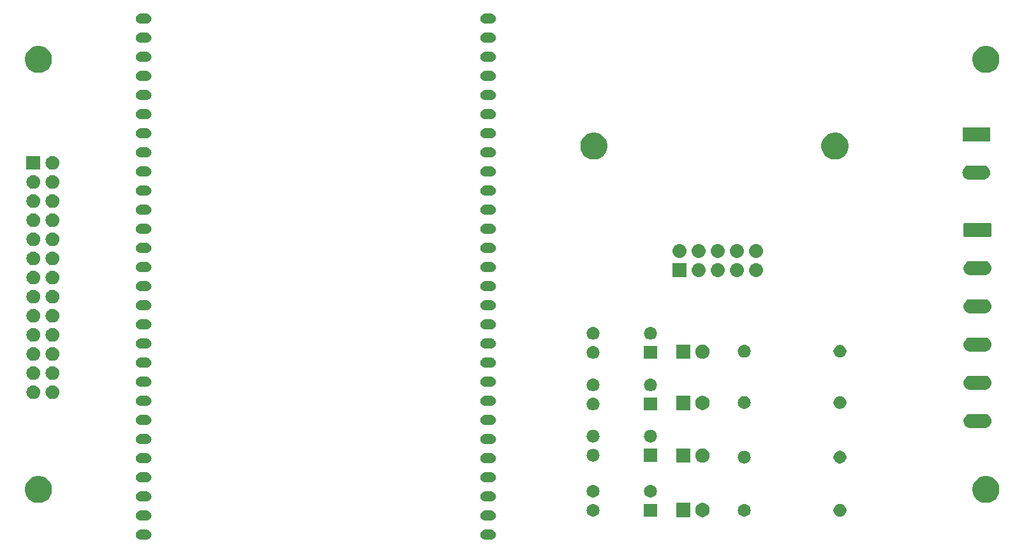
<source format=gbr>
G04 #@! TF.GenerationSoftware,KiCad,Pcbnew,(5.0.2)-1*
G04 #@! TF.CreationDate,2020-02-10T23:08:41+01:00*
G04 #@! TF.ProjectId,ToolChanger,546f6f6c-4368-4616-9e67-65722e6b6963,rev?*
G04 #@! TF.SameCoordinates,Original*
G04 #@! TF.FileFunction,Soldermask,Bot*
G04 #@! TF.FilePolarity,Negative*
%FSLAX46Y46*%
G04 Gerber Fmt 4.6, Leading zero omitted, Abs format (unit mm)*
G04 Created by KiCad (PCBNEW (5.0.2)-1) date 2020-02-10 23:08:41*
%MOMM*%
%LPD*%
G01*
G04 APERTURE LIST*
%ADD10C,0.100000*%
G04 APERTURE END LIST*
D10*
G36*
X138893855Y-133542340D02*
X138957618Y-133548620D01*
X139039427Y-133573437D01*
X139080333Y-133585845D01*
X139180491Y-133639381D01*
X139193426Y-133646295D01*
X139292553Y-133727647D01*
X139373905Y-133826774D01*
X139373906Y-133826776D01*
X139434355Y-133939867D01*
X139434355Y-133939868D01*
X139471580Y-134062582D01*
X139484149Y-134190200D01*
X139471580Y-134317818D01*
X139446763Y-134399627D01*
X139434355Y-134440533D01*
X139380819Y-134540691D01*
X139373905Y-134553626D01*
X139292553Y-134652753D01*
X139193426Y-134734105D01*
X139193424Y-134734106D01*
X139080333Y-134794555D01*
X139039427Y-134806963D01*
X138957618Y-134831780D01*
X138893855Y-134838060D01*
X138861974Y-134841200D01*
X137998026Y-134841200D01*
X137966145Y-134838060D01*
X137902382Y-134831780D01*
X137820573Y-134806963D01*
X137779667Y-134794555D01*
X137666576Y-134734106D01*
X137666574Y-134734105D01*
X137567447Y-134652753D01*
X137486095Y-134553626D01*
X137479181Y-134540691D01*
X137425645Y-134440533D01*
X137413237Y-134399627D01*
X137388420Y-134317818D01*
X137375851Y-134190200D01*
X137388420Y-134062582D01*
X137425645Y-133939868D01*
X137425645Y-133939867D01*
X137486094Y-133826776D01*
X137486095Y-133826774D01*
X137567447Y-133727647D01*
X137666574Y-133646295D01*
X137679509Y-133639381D01*
X137779667Y-133585845D01*
X137820573Y-133573437D01*
X137902382Y-133548620D01*
X137966145Y-133542340D01*
X137998026Y-133539200D01*
X138861974Y-133539200D01*
X138893855Y-133542340D01*
X138893855Y-133542340D01*
G37*
G36*
X93173855Y-133542340D02*
X93237618Y-133548620D01*
X93319427Y-133573437D01*
X93360333Y-133585845D01*
X93460491Y-133639381D01*
X93473426Y-133646295D01*
X93572553Y-133727647D01*
X93653905Y-133826774D01*
X93653906Y-133826776D01*
X93714355Y-133939867D01*
X93714355Y-133939868D01*
X93751580Y-134062582D01*
X93764149Y-134190200D01*
X93751580Y-134317818D01*
X93726763Y-134399627D01*
X93714355Y-134440533D01*
X93660819Y-134540691D01*
X93653905Y-134553626D01*
X93572553Y-134652753D01*
X93473426Y-134734105D01*
X93473424Y-134734106D01*
X93360333Y-134794555D01*
X93319427Y-134806963D01*
X93237618Y-134831780D01*
X93173855Y-134838060D01*
X93141974Y-134841200D01*
X92278026Y-134841200D01*
X92246145Y-134838060D01*
X92182382Y-134831780D01*
X92100573Y-134806963D01*
X92059667Y-134794555D01*
X91946576Y-134734106D01*
X91946574Y-134734105D01*
X91847447Y-134652753D01*
X91766095Y-134553626D01*
X91759181Y-134540691D01*
X91705645Y-134440533D01*
X91693237Y-134399627D01*
X91668420Y-134317818D01*
X91655851Y-134190200D01*
X91668420Y-134062582D01*
X91705645Y-133939868D01*
X91705645Y-133939867D01*
X91766094Y-133826776D01*
X91766095Y-133826774D01*
X91847447Y-133727647D01*
X91946574Y-133646295D01*
X91959509Y-133639381D01*
X92059667Y-133585845D01*
X92100573Y-133573437D01*
X92182382Y-133548620D01*
X92246145Y-133542340D01*
X92278026Y-133539200D01*
X93141974Y-133539200D01*
X93173855Y-133542340D01*
X93173855Y-133542340D01*
G37*
G36*
X138893855Y-131002340D02*
X138957618Y-131008620D01*
X139039427Y-131033437D01*
X139080333Y-131045845D01*
X139180491Y-131099381D01*
X139193426Y-131106295D01*
X139292553Y-131187647D01*
X139373905Y-131286774D01*
X139373906Y-131286776D01*
X139434355Y-131399867D01*
X139434355Y-131399868D01*
X139471580Y-131522582D01*
X139484149Y-131650200D01*
X139471580Y-131777818D01*
X139446763Y-131859627D01*
X139434355Y-131900533D01*
X139380819Y-132000691D01*
X139373905Y-132013626D01*
X139292553Y-132112753D01*
X139193426Y-132194105D01*
X139193424Y-132194106D01*
X139080333Y-132254555D01*
X139039427Y-132266963D01*
X138957618Y-132291780D01*
X138893855Y-132298060D01*
X138861974Y-132301200D01*
X137998026Y-132301200D01*
X137966145Y-132298060D01*
X137902382Y-132291780D01*
X137820573Y-132266963D01*
X137779667Y-132254555D01*
X137666576Y-132194106D01*
X137666574Y-132194105D01*
X137567447Y-132112753D01*
X137486095Y-132013626D01*
X137479181Y-132000691D01*
X137425645Y-131900533D01*
X137413237Y-131859627D01*
X137388420Y-131777818D01*
X137375851Y-131650200D01*
X137388420Y-131522582D01*
X137425645Y-131399868D01*
X137425645Y-131399867D01*
X137486094Y-131286776D01*
X137486095Y-131286774D01*
X137567447Y-131187647D01*
X137666574Y-131106295D01*
X137679509Y-131099381D01*
X137779667Y-131045845D01*
X137820573Y-131033437D01*
X137902382Y-131008620D01*
X137966145Y-131002340D01*
X137998026Y-130999200D01*
X138861974Y-130999200D01*
X138893855Y-131002340D01*
X138893855Y-131002340D01*
G37*
G36*
X93173855Y-131002340D02*
X93237618Y-131008620D01*
X93319427Y-131033437D01*
X93360333Y-131045845D01*
X93460491Y-131099381D01*
X93473426Y-131106295D01*
X93572553Y-131187647D01*
X93653905Y-131286774D01*
X93653906Y-131286776D01*
X93714355Y-131399867D01*
X93714355Y-131399868D01*
X93751580Y-131522582D01*
X93764149Y-131650200D01*
X93751580Y-131777818D01*
X93726763Y-131859627D01*
X93714355Y-131900533D01*
X93660819Y-132000691D01*
X93653905Y-132013626D01*
X93572553Y-132112753D01*
X93473426Y-132194105D01*
X93473424Y-132194106D01*
X93360333Y-132254555D01*
X93319427Y-132266963D01*
X93237618Y-132291780D01*
X93173855Y-132298060D01*
X93141974Y-132301200D01*
X92278026Y-132301200D01*
X92246145Y-132298060D01*
X92182382Y-132291780D01*
X92100573Y-132266963D01*
X92059667Y-132254555D01*
X91946576Y-132194106D01*
X91946574Y-132194105D01*
X91847447Y-132112753D01*
X91766095Y-132013626D01*
X91759181Y-132000691D01*
X91705645Y-131900533D01*
X91693237Y-131859627D01*
X91668420Y-131777818D01*
X91655851Y-131650200D01*
X91668420Y-131522582D01*
X91705645Y-131399868D01*
X91705645Y-131399867D01*
X91766094Y-131286776D01*
X91766095Y-131286774D01*
X91847447Y-131187647D01*
X91946574Y-131106295D01*
X91959509Y-131099381D01*
X92059667Y-131045845D01*
X92100573Y-131033437D01*
X92182382Y-131008620D01*
X92246145Y-131002340D01*
X92278026Y-130999200D01*
X93141974Y-130999200D01*
X93173855Y-131002340D01*
X93173855Y-131002340D01*
G37*
G36*
X165289000Y-131862600D02*
X163387000Y-131862600D01*
X163387000Y-129960600D01*
X165289000Y-129960600D01*
X165289000Y-131862600D01*
X165289000Y-131862600D01*
G37*
G36*
X167155396Y-129997146D02*
X167328466Y-130068834D01*
X167484230Y-130172912D01*
X167616688Y-130305370D01*
X167720766Y-130461134D01*
X167792454Y-130634204D01*
X167829000Y-130817933D01*
X167829000Y-131005267D01*
X167792454Y-131188996D01*
X167720766Y-131362066D01*
X167616688Y-131517830D01*
X167484230Y-131650288D01*
X167328466Y-131754366D01*
X167155396Y-131826054D01*
X166971667Y-131862600D01*
X166784333Y-131862600D01*
X166600604Y-131826054D01*
X166427534Y-131754366D01*
X166271770Y-131650288D01*
X166139312Y-131517830D01*
X166035234Y-131362066D01*
X165963546Y-131188996D01*
X165927000Y-131005267D01*
X165927000Y-130817933D01*
X165963546Y-130634204D01*
X166035234Y-130461134D01*
X166139312Y-130305370D01*
X166271770Y-130172912D01*
X166427534Y-130068834D01*
X166600604Y-129997146D01*
X166784333Y-129960600D01*
X166971667Y-129960600D01*
X167155396Y-129997146D01*
X167155396Y-129997146D01*
G37*
G36*
X185363428Y-130144103D02*
X185518300Y-130208253D01*
X185657681Y-130301385D01*
X185776215Y-130419919D01*
X185869347Y-130559300D01*
X185933497Y-130714172D01*
X185966200Y-130878584D01*
X185966200Y-131046216D01*
X185933497Y-131210628D01*
X185869347Y-131365500D01*
X185776215Y-131504881D01*
X185657681Y-131623415D01*
X185518300Y-131716547D01*
X185363428Y-131780697D01*
X185199016Y-131813400D01*
X185031384Y-131813400D01*
X184866972Y-131780697D01*
X184712100Y-131716547D01*
X184572719Y-131623415D01*
X184454185Y-131504881D01*
X184361053Y-131365500D01*
X184296903Y-131210628D01*
X184264200Y-131046216D01*
X184264200Y-130878584D01*
X184296903Y-130714172D01*
X184361053Y-130559300D01*
X184454185Y-130419919D01*
X184572719Y-130301385D01*
X184712100Y-130208253D01*
X184866972Y-130144103D01*
X185031384Y-130111400D01*
X185199016Y-130111400D01*
X185363428Y-130144103D01*
X185363428Y-130144103D01*
G37*
G36*
X172582021Y-130123713D02*
X172582024Y-130123714D01*
X172582025Y-130123714D01*
X172742439Y-130172375D01*
X172742441Y-130172376D01*
X172742444Y-130172377D01*
X172890278Y-130251395D01*
X173019859Y-130357741D01*
X173126205Y-130487322D01*
X173205223Y-130635156D01*
X173205224Y-130635159D01*
X173205225Y-130635161D01*
X173253886Y-130795575D01*
X173253887Y-130795579D01*
X173270317Y-130962400D01*
X173253887Y-131129221D01*
X173253886Y-131129224D01*
X173253886Y-131129225D01*
X173229193Y-131210628D01*
X173205223Y-131289644D01*
X173126205Y-131437478D01*
X173019859Y-131567059D01*
X172890278Y-131673405D01*
X172742444Y-131752423D01*
X172742441Y-131752424D01*
X172742439Y-131752425D01*
X172582025Y-131801086D01*
X172582024Y-131801086D01*
X172582021Y-131801087D01*
X172457004Y-131813400D01*
X172373396Y-131813400D01*
X172248379Y-131801087D01*
X172248376Y-131801086D01*
X172248375Y-131801086D01*
X172087961Y-131752425D01*
X172087959Y-131752424D01*
X172087956Y-131752423D01*
X171940122Y-131673405D01*
X171810541Y-131567059D01*
X171704195Y-131437478D01*
X171625177Y-131289644D01*
X171601208Y-131210628D01*
X171576514Y-131129225D01*
X171576514Y-131129224D01*
X171576513Y-131129221D01*
X171560083Y-130962400D01*
X171576513Y-130795579D01*
X171576514Y-130795575D01*
X171625175Y-130635161D01*
X171625176Y-130635159D01*
X171625177Y-130635156D01*
X171704195Y-130487322D01*
X171810541Y-130357741D01*
X171940122Y-130251395D01*
X172087956Y-130172377D01*
X172087959Y-130172376D01*
X172087961Y-130172375D01*
X172248375Y-130123714D01*
X172248376Y-130123714D01*
X172248379Y-130123713D01*
X172373396Y-130111400D01*
X172457004Y-130111400D01*
X172582021Y-130123713D01*
X172582021Y-130123713D01*
G37*
G36*
X160820200Y-131813400D02*
X159118200Y-131813400D01*
X159118200Y-130111400D01*
X160820200Y-130111400D01*
X160820200Y-131813400D01*
X160820200Y-131813400D01*
G37*
G36*
X152516021Y-130123713D02*
X152516024Y-130123714D01*
X152516025Y-130123714D01*
X152676439Y-130172375D01*
X152676441Y-130172376D01*
X152676444Y-130172377D01*
X152824278Y-130251395D01*
X152953859Y-130357741D01*
X153060205Y-130487322D01*
X153139223Y-130635156D01*
X153139224Y-130635159D01*
X153139225Y-130635161D01*
X153187886Y-130795575D01*
X153187887Y-130795579D01*
X153204317Y-130962400D01*
X153187887Y-131129221D01*
X153187886Y-131129224D01*
X153187886Y-131129225D01*
X153163193Y-131210628D01*
X153139223Y-131289644D01*
X153060205Y-131437478D01*
X152953859Y-131567059D01*
X152824278Y-131673405D01*
X152676444Y-131752423D01*
X152676441Y-131752424D01*
X152676439Y-131752425D01*
X152516025Y-131801086D01*
X152516024Y-131801086D01*
X152516021Y-131801087D01*
X152391004Y-131813400D01*
X152307396Y-131813400D01*
X152182379Y-131801087D01*
X152182376Y-131801086D01*
X152182375Y-131801086D01*
X152021961Y-131752425D01*
X152021959Y-131752424D01*
X152021956Y-131752423D01*
X151874122Y-131673405D01*
X151744541Y-131567059D01*
X151638195Y-131437478D01*
X151559177Y-131289644D01*
X151535208Y-131210628D01*
X151510514Y-131129225D01*
X151510514Y-131129224D01*
X151510513Y-131129221D01*
X151494083Y-130962400D01*
X151510513Y-130795579D01*
X151510514Y-130795575D01*
X151559175Y-130635161D01*
X151559176Y-130635159D01*
X151559177Y-130635156D01*
X151638195Y-130487322D01*
X151744541Y-130357741D01*
X151874122Y-130251395D01*
X152021956Y-130172377D01*
X152021959Y-130172376D01*
X152021961Y-130172375D01*
X152182375Y-130123714D01*
X152182376Y-130123714D01*
X152182379Y-130123713D01*
X152307396Y-130111400D01*
X152391004Y-130111400D01*
X152516021Y-130123713D01*
X152516021Y-130123713D01*
G37*
G36*
X79265331Y-126458211D02*
X79593092Y-126593974D01*
X79888073Y-126791074D01*
X80138926Y-127041927D01*
X80336026Y-127336908D01*
X80471789Y-127664669D01*
X80541000Y-128012616D01*
X80541000Y-128367384D01*
X80471789Y-128715331D01*
X80336026Y-129043092D01*
X80138926Y-129338073D01*
X79888073Y-129588926D01*
X79593092Y-129786026D01*
X79265331Y-129921789D01*
X78917384Y-129991000D01*
X78562616Y-129991000D01*
X78214669Y-129921789D01*
X77886908Y-129786026D01*
X77591927Y-129588926D01*
X77341074Y-129338073D01*
X77143974Y-129043092D01*
X77008211Y-128715331D01*
X76939000Y-128367384D01*
X76939000Y-128012616D01*
X77008211Y-127664669D01*
X77143974Y-127336908D01*
X77341074Y-127041927D01*
X77591927Y-126791074D01*
X77886908Y-126593974D01*
X78214669Y-126458211D01*
X78562616Y-126389000D01*
X78917384Y-126389000D01*
X79265331Y-126458211D01*
X79265331Y-126458211D01*
G37*
G36*
X204995331Y-126458211D02*
X205323092Y-126593974D01*
X205618073Y-126791074D01*
X205868926Y-127041927D01*
X206066026Y-127336908D01*
X206201789Y-127664669D01*
X206271000Y-128012616D01*
X206271000Y-128367384D01*
X206201789Y-128715331D01*
X206066026Y-129043092D01*
X205868926Y-129338073D01*
X205618073Y-129588926D01*
X205323092Y-129786026D01*
X204995331Y-129921789D01*
X204647384Y-129991000D01*
X204292616Y-129991000D01*
X203944669Y-129921789D01*
X203616908Y-129786026D01*
X203321927Y-129588926D01*
X203071074Y-129338073D01*
X202873974Y-129043092D01*
X202738211Y-128715331D01*
X202669000Y-128367384D01*
X202669000Y-128012616D01*
X202738211Y-127664669D01*
X202873974Y-127336908D01*
X203071074Y-127041927D01*
X203321927Y-126791074D01*
X203616908Y-126593974D01*
X203944669Y-126458211D01*
X204292616Y-126389000D01*
X204647384Y-126389000D01*
X204995331Y-126458211D01*
X204995331Y-126458211D01*
G37*
G36*
X138893855Y-128462340D02*
X138957618Y-128468620D01*
X139039427Y-128493437D01*
X139080333Y-128505845D01*
X139180491Y-128559381D01*
X139193426Y-128566295D01*
X139292553Y-128647647D01*
X139373905Y-128746774D01*
X139373906Y-128746776D01*
X139434355Y-128859867D01*
X139434355Y-128859868D01*
X139471580Y-128982582D01*
X139484149Y-129110200D01*
X139471580Y-129237818D01*
X139464521Y-129261087D01*
X139434355Y-129360533D01*
X139380819Y-129460691D01*
X139373905Y-129473626D01*
X139292553Y-129572753D01*
X139193426Y-129654105D01*
X139193424Y-129654106D01*
X139080333Y-129714555D01*
X139039427Y-129726963D01*
X138957618Y-129751780D01*
X138893855Y-129758060D01*
X138861974Y-129761200D01*
X137998026Y-129761200D01*
X137966145Y-129758060D01*
X137902382Y-129751780D01*
X137820573Y-129726963D01*
X137779667Y-129714555D01*
X137666576Y-129654106D01*
X137666574Y-129654105D01*
X137567447Y-129572753D01*
X137486095Y-129473626D01*
X137479181Y-129460691D01*
X137425645Y-129360533D01*
X137395479Y-129261087D01*
X137388420Y-129237818D01*
X137375851Y-129110200D01*
X137388420Y-128982582D01*
X137425645Y-128859868D01*
X137425645Y-128859867D01*
X137486094Y-128746776D01*
X137486095Y-128746774D01*
X137567447Y-128647647D01*
X137666574Y-128566295D01*
X137679509Y-128559381D01*
X137779667Y-128505845D01*
X137820573Y-128493437D01*
X137902382Y-128468620D01*
X137966145Y-128462340D01*
X137998026Y-128459200D01*
X138861974Y-128459200D01*
X138893855Y-128462340D01*
X138893855Y-128462340D01*
G37*
G36*
X93173855Y-128462340D02*
X93237618Y-128468620D01*
X93319427Y-128493437D01*
X93360333Y-128505845D01*
X93460491Y-128559381D01*
X93473426Y-128566295D01*
X93572553Y-128647647D01*
X93653905Y-128746774D01*
X93653906Y-128746776D01*
X93714355Y-128859867D01*
X93714355Y-128859868D01*
X93751580Y-128982582D01*
X93764149Y-129110200D01*
X93751580Y-129237818D01*
X93744521Y-129261087D01*
X93714355Y-129360533D01*
X93660819Y-129460691D01*
X93653905Y-129473626D01*
X93572553Y-129572753D01*
X93473426Y-129654105D01*
X93473424Y-129654106D01*
X93360333Y-129714555D01*
X93319427Y-129726963D01*
X93237618Y-129751780D01*
X93173855Y-129758060D01*
X93141974Y-129761200D01*
X92278026Y-129761200D01*
X92246145Y-129758060D01*
X92182382Y-129751780D01*
X92100573Y-129726963D01*
X92059667Y-129714555D01*
X91946576Y-129654106D01*
X91946574Y-129654105D01*
X91847447Y-129572753D01*
X91766095Y-129473626D01*
X91759181Y-129460691D01*
X91705645Y-129360533D01*
X91675479Y-129261087D01*
X91668420Y-129237818D01*
X91655851Y-129110200D01*
X91668420Y-128982582D01*
X91705645Y-128859868D01*
X91705645Y-128859867D01*
X91766094Y-128746776D01*
X91766095Y-128746774D01*
X91847447Y-128647647D01*
X91946574Y-128566295D01*
X91959509Y-128559381D01*
X92059667Y-128505845D01*
X92100573Y-128493437D01*
X92182382Y-128468620D01*
X92246145Y-128462340D01*
X92278026Y-128459200D01*
X93141974Y-128459200D01*
X93173855Y-128462340D01*
X93173855Y-128462340D01*
G37*
G36*
X160136021Y-127583713D02*
X160136024Y-127583714D01*
X160136025Y-127583714D01*
X160296439Y-127632375D01*
X160296441Y-127632376D01*
X160296444Y-127632377D01*
X160444278Y-127711395D01*
X160573859Y-127817741D01*
X160680205Y-127947322D01*
X160759223Y-128095156D01*
X160807887Y-128255579D01*
X160824317Y-128422400D01*
X160807887Y-128589221D01*
X160807886Y-128589224D01*
X160807886Y-128589225D01*
X160769632Y-128715332D01*
X160759223Y-128749644D01*
X160680205Y-128897478D01*
X160573859Y-129027059D01*
X160444278Y-129133405D01*
X160296444Y-129212423D01*
X160296441Y-129212424D01*
X160296439Y-129212425D01*
X160136025Y-129261086D01*
X160136024Y-129261086D01*
X160136021Y-129261087D01*
X160011004Y-129273400D01*
X159927396Y-129273400D01*
X159802379Y-129261087D01*
X159802376Y-129261086D01*
X159802375Y-129261086D01*
X159641961Y-129212425D01*
X159641959Y-129212424D01*
X159641956Y-129212423D01*
X159494122Y-129133405D01*
X159364541Y-129027059D01*
X159258195Y-128897478D01*
X159179177Y-128749644D01*
X159168769Y-128715332D01*
X159130514Y-128589225D01*
X159130514Y-128589224D01*
X159130513Y-128589221D01*
X159114083Y-128422400D01*
X159130513Y-128255579D01*
X159179177Y-128095156D01*
X159258195Y-127947322D01*
X159364541Y-127817741D01*
X159494122Y-127711395D01*
X159641956Y-127632377D01*
X159641959Y-127632376D01*
X159641961Y-127632375D01*
X159802375Y-127583714D01*
X159802376Y-127583714D01*
X159802379Y-127583713D01*
X159927396Y-127571400D01*
X160011004Y-127571400D01*
X160136021Y-127583713D01*
X160136021Y-127583713D01*
G37*
G36*
X152516021Y-127583713D02*
X152516024Y-127583714D01*
X152516025Y-127583714D01*
X152676439Y-127632375D01*
X152676441Y-127632376D01*
X152676444Y-127632377D01*
X152824278Y-127711395D01*
X152953859Y-127817741D01*
X153060205Y-127947322D01*
X153139223Y-128095156D01*
X153187887Y-128255579D01*
X153204317Y-128422400D01*
X153187887Y-128589221D01*
X153187886Y-128589224D01*
X153187886Y-128589225D01*
X153149632Y-128715332D01*
X153139223Y-128749644D01*
X153060205Y-128897478D01*
X152953859Y-129027059D01*
X152824278Y-129133405D01*
X152676444Y-129212423D01*
X152676441Y-129212424D01*
X152676439Y-129212425D01*
X152516025Y-129261086D01*
X152516024Y-129261086D01*
X152516021Y-129261087D01*
X152391004Y-129273400D01*
X152307396Y-129273400D01*
X152182379Y-129261087D01*
X152182376Y-129261086D01*
X152182375Y-129261086D01*
X152021961Y-129212425D01*
X152021959Y-129212424D01*
X152021956Y-129212423D01*
X151874122Y-129133405D01*
X151744541Y-129027059D01*
X151638195Y-128897478D01*
X151559177Y-128749644D01*
X151548769Y-128715332D01*
X151510514Y-128589225D01*
X151510514Y-128589224D01*
X151510513Y-128589221D01*
X151494083Y-128422400D01*
X151510513Y-128255579D01*
X151559177Y-128095156D01*
X151638195Y-127947322D01*
X151744541Y-127817741D01*
X151874122Y-127711395D01*
X152021956Y-127632377D01*
X152021959Y-127632376D01*
X152021961Y-127632375D01*
X152182375Y-127583714D01*
X152182376Y-127583714D01*
X152182379Y-127583713D01*
X152307396Y-127571400D01*
X152391004Y-127571400D01*
X152516021Y-127583713D01*
X152516021Y-127583713D01*
G37*
G36*
X138893855Y-125922340D02*
X138957618Y-125928620D01*
X139039427Y-125953437D01*
X139080333Y-125965845D01*
X139180491Y-126019381D01*
X139193426Y-126026295D01*
X139292553Y-126107647D01*
X139373905Y-126206774D01*
X139373906Y-126206776D01*
X139434355Y-126319867D01*
X139434355Y-126319868D01*
X139471580Y-126442582D01*
X139484149Y-126570200D01*
X139471580Y-126697818D01*
X139446763Y-126779627D01*
X139434355Y-126820533D01*
X139380819Y-126920691D01*
X139373905Y-126933626D01*
X139292553Y-127032753D01*
X139193426Y-127114105D01*
X139193424Y-127114106D01*
X139080333Y-127174555D01*
X139039427Y-127186963D01*
X138957618Y-127211780D01*
X138893855Y-127218060D01*
X138861974Y-127221200D01*
X137998026Y-127221200D01*
X137966145Y-127218060D01*
X137902382Y-127211780D01*
X137820573Y-127186963D01*
X137779667Y-127174555D01*
X137666576Y-127114106D01*
X137666574Y-127114105D01*
X137567447Y-127032753D01*
X137486095Y-126933626D01*
X137479181Y-126920691D01*
X137425645Y-126820533D01*
X137413237Y-126779627D01*
X137388420Y-126697818D01*
X137375851Y-126570200D01*
X137388420Y-126442582D01*
X137425645Y-126319868D01*
X137425645Y-126319867D01*
X137486094Y-126206776D01*
X137486095Y-126206774D01*
X137567447Y-126107647D01*
X137666574Y-126026295D01*
X137679509Y-126019381D01*
X137779667Y-125965845D01*
X137820573Y-125953437D01*
X137902382Y-125928620D01*
X137966145Y-125922340D01*
X137998026Y-125919200D01*
X138861974Y-125919200D01*
X138893855Y-125922340D01*
X138893855Y-125922340D01*
G37*
G36*
X93173855Y-125922340D02*
X93237618Y-125928620D01*
X93319427Y-125953437D01*
X93360333Y-125965845D01*
X93460491Y-126019381D01*
X93473426Y-126026295D01*
X93572553Y-126107647D01*
X93653905Y-126206774D01*
X93653906Y-126206776D01*
X93714355Y-126319867D01*
X93714355Y-126319868D01*
X93751580Y-126442582D01*
X93764149Y-126570200D01*
X93751580Y-126697818D01*
X93726763Y-126779627D01*
X93714355Y-126820533D01*
X93660819Y-126920691D01*
X93653905Y-126933626D01*
X93572553Y-127032753D01*
X93473426Y-127114105D01*
X93473424Y-127114106D01*
X93360333Y-127174555D01*
X93319427Y-127186963D01*
X93237618Y-127211780D01*
X93173855Y-127218060D01*
X93141974Y-127221200D01*
X92278026Y-127221200D01*
X92246145Y-127218060D01*
X92182382Y-127211780D01*
X92100573Y-127186963D01*
X92059667Y-127174555D01*
X91946576Y-127114106D01*
X91946574Y-127114105D01*
X91847447Y-127032753D01*
X91766095Y-126933626D01*
X91759181Y-126920691D01*
X91705645Y-126820533D01*
X91693237Y-126779627D01*
X91668420Y-126697818D01*
X91655851Y-126570200D01*
X91668420Y-126442582D01*
X91705645Y-126319868D01*
X91705645Y-126319867D01*
X91766094Y-126206776D01*
X91766095Y-126206774D01*
X91847447Y-126107647D01*
X91946574Y-126026295D01*
X91959509Y-126019381D01*
X92059667Y-125965845D01*
X92100573Y-125953437D01*
X92182382Y-125928620D01*
X92246145Y-125922340D01*
X92278026Y-125919200D01*
X93141974Y-125919200D01*
X93173855Y-125922340D01*
X93173855Y-125922340D01*
G37*
G36*
X172582021Y-123062513D02*
X172582024Y-123062514D01*
X172582025Y-123062514D01*
X172742439Y-123111175D01*
X172742441Y-123111176D01*
X172742444Y-123111177D01*
X172890278Y-123190195D01*
X173019859Y-123296541D01*
X173126205Y-123426122D01*
X173205223Y-123573956D01*
X173205224Y-123573959D01*
X173205225Y-123573961D01*
X173233379Y-123666774D01*
X173253887Y-123734379D01*
X173270317Y-123901200D01*
X173253887Y-124068021D01*
X173253886Y-124068024D01*
X173253886Y-124068025D01*
X173226648Y-124157818D01*
X173205223Y-124228444D01*
X173126205Y-124376278D01*
X173019859Y-124505859D01*
X172890278Y-124612205D01*
X172742444Y-124691223D01*
X172742441Y-124691224D01*
X172742439Y-124691225D01*
X172582025Y-124739886D01*
X172582024Y-124739886D01*
X172582021Y-124739887D01*
X172457004Y-124752200D01*
X172373396Y-124752200D01*
X172248379Y-124739887D01*
X172248376Y-124739886D01*
X172248375Y-124739886D01*
X172087961Y-124691225D01*
X172087959Y-124691224D01*
X172087956Y-124691223D01*
X171940122Y-124612205D01*
X171810541Y-124505859D01*
X171704195Y-124376278D01*
X171625177Y-124228444D01*
X171603753Y-124157818D01*
X171576514Y-124068025D01*
X171576514Y-124068024D01*
X171576513Y-124068021D01*
X171560083Y-123901200D01*
X171576513Y-123734379D01*
X171597021Y-123666774D01*
X171625175Y-123573961D01*
X171625176Y-123573959D01*
X171625177Y-123573956D01*
X171704195Y-123426122D01*
X171810541Y-123296541D01*
X171940122Y-123190195D01*
X172087956Y-123111177D01*
X172087959Y-123111176D01*
X172087961Y-123111175D01*
X172248375Y-123062514D01*
X172248376Y-123062514D01*
X172248379Y-123062513D01*
X172373396Y-123050200D01*
X172457004Y-123050200D01*
X172582021Y-123062513D01*
X172582021Y-123062513D01*
G37*
G36*
X185363428Y-123082903D02*
X185518300Y-123147053D01*
X185657681Y-123240185D01*
X185776215Y-123358719D01*
X185869347Y-123498100D01*
X185933497Y-123652972D01*
X185966200Y-123817384D01*
X185966200Y-123985016D01*
X185933497Y-124149428D01*
X185869347Y-124304300D01*
X185776215Y-124443681D01*
X185657681Y-124562215D01*
X185518300Y-124655347D01*
X185363428Y-124719497D01*
X185199016Y-124752200D01*
X185031384Y-124752200D01*
X184866972Y-124719497D01*
X184712100Y-124655347D01*
X184572719Y-124562215D01*
X184454185Y-124443681D01*
X184361053Y-124304300D01*
X184296903Y-124149428D01*
X184264200Y-123985016D01*
X184264200Y-123817384D01*
X184296903Y-123652972D01*
X184361053Y-123498100D01*
X184454185Y-123358719D01*
X184572719Y-123240185D01*
X184712100Y-123147053D01*
X184866972Y-123082903D01*
X185031384Y-123050200D01*
X185199016Y-123050200D01*
X185363428Y-123082903D01*
X185363428Y-123082903D01*
G37*
G36*
X138893855Y-123382340D02*
X138957618Y-123388620D01*
X139039427Y-123413437D01*
X139080333Y-123425845D01*
X139180491Y-123479381D01*
X139193426Y-123486295D01*
X139292553Y-123567647D01*
X139373905Y-123666774D01*
X139373906Y-123666776D01*
X139434355Y-123779867D01*
X139434355Y-123779868D01*
X139471580Y-123902582D01*
X139484149Y-124030200D01*
X139471580Y-124157818D01*
X139450157Y-124228439D01*
X139434355Y-124280533D01*
X139392838Y-124358205D01*
X139373905Y-124393626D01*
X139292553Y-124492753D01*
X139193426Y-124574105D01*
X139193424Y-124574106D01*
X139080333Y-124634555D01*
X139039427Y-124646963D01*
X138957618Y-124671780D01*
X138893855Y-124678060D01*
X138861974Y-124681200D01*
X137998026Y-124681200D01*
X137966145Y-124678060D01*
X137902382Y-124671780D01*
X137820573Y-124646963D01*
X137779667Y-124634555D01*
X137666576Y-124574106D01*
X137666574Y-124574105D01*
X137567447Y-124492753D01*
X137486095Y-124393626D01*
X137467162Y-124358205D01*
X137425645Y-124280533D01*
X137409843Y-124228439D01*
X137388420Y-124157818D01*
X137375851Y-124030200D01*
X137388420Y-123902582D01*
X137425645Y-123779868D01*
X137425645Y-123779867D01*
X137486094Y-123666776D01*
X137486095Y-123666774D01*
X137567447Y-123567647D01*
X137666574Y-123486295D01*
X137679509Y-123479381D01*
X137779667Y-123425845D01*
X137820573Y-123413437D01*
X137902382Y-123388620D01*
X137966145Y-123382340D01*
X137998026Y-123379200D01*
X138861974Y-123379200D01*
X138893855Y-123382340D01*
X138893855Y-123382340D01*
G37*
G36*
X93173855Y-123382340D02*
X93237618Y-123388620D01*
X93319427Y-123413437D01*
X93360333Y-123425845D01*
X93460491Y-123479381D01*
X93473426Y-123486295D01*
X93572553Y-123567647D01*
X93653905Y-123666774D01*
X93653906Y-123666776D01*
X93714355Y-123779867D01*
X93714355Y-123779868D01*
X93751580Y-123902582D01*
X93764149Y-124030200D01*
X93751580Y-124157818D01*
X93730157Y-124228439D01*
X93714355Y-124280533D01*
X93672838Y-124358205D01*
X93653905Y-124393626D01*
X93572553Y-124492753D01*
X93473426Y-124574105D01*
X93473424Y-124574106D01*
X93360333Y-124634555D01*
X93319427Y-124646963D01*
X93237618Y-124671780D01*
X93173855Y-124678060D01*
X93141974Y-124681200D01*
X92278026Y-124681200D01*
X92246145Y-124678060D01*
X92182382Y-124671780D01*
X92100573Y-124646963D01*
X92059667Y-124634555D01*
X91946576Y-124574106D01*
X91946574Y-124574105D01*
X91847447Y-124492753D01*
X91766095Y-124393626D01*
X91747162Y-124358205D01*
X91705645Y-124280533D01*
X91689843Y-124228439D01*
X91668420Y-124157818D01*
X91655851Y-124030200D01*
X91668420Y-123902582D01*
X91705645Y-123779868D01*
X91705645Y-123779867D01*
X91766094Y-123666776D01*
X91766095Y-123666774D01*
X91847447Y-123567647D01*
X91946574Y-123486295D01*
X91959509Y-123479381D01*
X92059667Y-123425845D01*
X92100573Y-123413437D01*
X92182382Y-123388620D01*
X92246145Y-123382340D01*
X92278026Y-123379200D01*
X93141974Y-123379200D01*
X93173855Y-123382340D01*
X93173855Y-123382340D01*
G37*
G36*
X165289000Y-124649000D02*
X163387000Y-124649000D01*
X163387000Y-122747000D01*
X165289000Y-122747000D01*
X165289000Y-124649000D01*
X165289000Y-124649000D01*
G37*
G36*
X167155396Y-122783546D02*
X167328466Y-122855234D01*
X167484230Y-122959312D01*
X167616688Y-123091770D01*
X167720766Y-123247534D01*
X167792454Y-123420604D01*
X167829000Y-123604333D01*
X167829000Y-123791667D01*
X167792454Y-123975396D01*
X167720766Y-124148466D01*
X167616688Y-124304230D01*
X167484230Y-124436688D01*
X167328466Y-124540766D01*
X167155396Y-124612454D01*
X166971667Y-124649000D01*
X166784333Y-124649000D01*
X166600604Y-124612454D01*
X166427534Y-124540766D01*
X166271770Y-124436688D01*
X166139312Y-124304230D01*
X166035234Y-124148466D01*
X165963546Y-123975396D01*
X165927000Y-123791667D01*
X165927000Y-123604333D01*
X165963546Y-123420604D01*
X166035234Y-123247534D01*
X166139312Y-123091770D01*
X166271770Y-122959312D01*
X166427534Y-122855234D01*
X166600604Y-122783546D01*
X166784333Y-122747000D01*
X166971667Y-122747000D01*
X167155396Y-122783546D01*
X167155396Y-122783546D01*
G37*
G36*
X160820200Y-124498200D02*
X159118200Y-124498200D01*
X159118200Y-122796200D01*
X160820200Y-122796200D01*
X160820200Y-124498200D01*
X160820200Y-124498200D01*
G37*
G36*
X152516021Y-122808513D02*
X152516024Y-122808514D01*
X152516025Y-122808514D01*
X152676439Y-122857175D01*
X152676441Y-122857176D01*
X152676444Y-122857177D01*
X152824278Y-122936195D01*
X152953859Y-123042541D01*
X153060205Y-123172122D01*
X153139223Y-123319956D01*
X153139224Y-123319959D01*
X153139225Y-123319961D01*
X153187886Y-123480375D01*
X153187887Y-123480379D01*
X153204317Y-123647200D01*
X153187887Y-123814021D01*
X153187886Y-123814024D01*
X153187886Y-123814025D01*
X153161023Y-123902582D01*
X153139223Y-123974444D01*
X153060205Y-124122278D01*
X152953859Y-124251859D01*
X152824278Y-124358205D01*
X152676444Y-124437223D01*
X152676441Y-124437224D01*
X152676439Y-124437225D01*
X152516025Y-124485886D01*
X152516024Y-124485886D01*
X152516021Y-124485887D01*
X152391004Y-124498200D01*
X152307396Y-124498200D01*
X152182379Y-124485887D01*
X152182376Y-124485886D01*
X152182375Y-124485886D01*
X152021961Y-124437225D01*
X152021959Y-124437224D01*
X152021956Y-124437223D01*
X151874122Y-124358205D01*
X151744541Y-124251859D01*
X151638195Y-124122278D01*
X151559177Y-123974444D01*
X151537378Y-123902582D01*
X151510514Y-123814025D01*
X151510514Y-123814024D01*
X151510513Y-123814021D01*
X151494083Y-123647200D01*
X151510513Y-123480379D01*
X151510514Y-123480375D01*
X151559175Y-123319961D01*
X151559176Y-123319959D01*
X151559177Y-123319956D01*
X151638195Y-123172122D01*
X151744541Y-123042541D01*
X151874122Y-122936195D01*
X152021956Y-122857177D01*
X152021959Y-122857176D01*
X152021961Y-122857175D01*
X152182375Y-122808514D01*
X152182376Y-122808514D01*
X152182379Y-122808513D01*
X152307396Y-122796200D01*
X152391004Y-122796200D01*
X152516021Y-122808513D01*
X152516021Y-122808513D01*
G37*
G36*
X93173855Y-120842340D02*
X93237618Y-120848620D01*
X93319427Y-120873437D01*
X93360333Y-120885845D01*
X93460491Y-120939381D01*
X93473426Y-120946295D01*
X93572553Y-121027647D01*
X93653905Y-121126774D01*
X93653906Y-121126776D01*
X93714355Y-121239867D01*
X93714355Y-121239868D01*
X93751580Y-121362582D01*
X93764149Y-121490200D01*
X93751580Y-121617818D01*
X93726763Y-121699627D01*
X93714355Y-121740533D01*
X93672838Y-121818205D01*
X93653905Y-121853626D01*
X93572553Y-121952753D01*
X93473426Y-122034105D01*
X93473424Y-122034106D01*
X93360333Y-122094555D01*
X93319427Y-122106963D01*
X93237618Y-122131780D01*
X93173855Y-122138060D01*
X93141974Y-122141200D01*
X92278026Y-122141200D01*
X92246145Y-122138060D01*
X92182382Y-122131780D01*
X92100573Y-122106963D01*
X92059667Y-122094555D01*
X91946576Y-122034106D01*
X91946574Y-122034105D01*
X91847447Y-121952753D01*
X91766095Y-121853626D01*
X91747162Y-121818205D01*
X91705645Y-121740533D01*
X91693237Y-121699627D01*
X91668420Y-121617818D01*
X91655851Y-121490200D01*
X91668420Y-121362582D01*
X91705645Y-121239868D01*
X91705645Y-121239867D01*
X91766094Y-121126776D01*
X91766095Y-121126774D01*
X91847447Y-121027647D01*
X91946574Y-120946295D01*
X91959509Y-120939381D01*
X92059667Y-120885845D01*
X92100573Y-120873437D01*
X92182382Y-120848620D01*
X92246145Y-120842340D01*
X92278026Y-120839200D01*
X93141974Y-120839200D01*
X93173855Y-120842340D01*
X93173855Y-120842340D01*
G37*
G36*
X138893855Y-120842340D02*
X138957618Y-120848620D01*
X139039427Y-120873437D01*
X139080333Y-120885845D01*
X139180491Y-120939381D01*
X139193426Y-120946295D01*
X139292553Y-121027647D01*
X139373905Y-121126774D01*
X139373906Y-121126776D01*
X139434355Y-121239867D01*
X139434355Y-121239868D01*
X139471580Y-121362582D01*
X139484149Y-121490200D01*
X139471580Y-121617818D01*
X139446763Y-121699627D01*
X139434355Y-121740533D01*
X139392838Y-121818205D01*
X139373905Y-121853626D01*
X139292553Y-121952753D01*
X139193426Y-122034105D01*
X139193424Y-122034106D01*
X139080333Y-122094555D01*
X139039427Y-122106963D01*
X138957618Y-122131780D01*
X138893855Y-122138060D01*
X138861974Y-122141200D01*
X137998026Y-122141200D01*
X137966145Y-122138060D01*
X137902382Y-122131780D01*
X137820573Y-122106963D01*
X137779667Y-122094555D01*
X137666576Y-122034106D01*
X137666574Y-122034105D01*
X137567447Y-121952753D01*
X137486095Y-121853626D01*
X137467162Y-121818205D01*
X137425645Y-121740533D01*
X137413237Y-121699627D01*
X137388420Y-121617818D01*
X137375851Y-121490200D01*
X137388420Y-121362582D01*
X137425645Y-121239868D01*
X137425645Y-121239867D01*
X137486094Y-121126776D01*
X137486095Y-121126774D01*
X137567447Y-121027647D01*
X137666574Y-120946295D01*
X137679509Y-120939381D01*
X137779667Y-120885845D01*
X137820573Y-120873437D01*
X137902382Y-120848620D01*
X137966145Y-120842340D01*
X137998026Y-120839200D01*
X138861974Y-120839200D01*
X138893855Y-120842340D01*
X138893855Y-120842340D01*
G37*
G36*
X152516021Y-120268513D02*
X152516024Y-120268514D01*
X152516025Y-120268514D01*
X152676439Y-120317175D01*
X152676441Y-120317176D01*
X152676444Y-120317177D01*
X152824278Y-120396195D01*
X152953859Y-120502541D01*
X153060205Y-120632122D01*
X153139223Y-120779956D01*
X153139224Y-120779959D01*
X153139225Y-120779961D01*
X153187886Y-120940375D01*
X153187887Y-120940379D01*
X153204317Y-121107200D01*
X153187887Y-121274021D01*
X153187886Y-121274024D01*
X153187886Y-121274025D01*
X153161023Y-121362582D01*
X153139223Y-121434444D01*
X153060205Y-121582278D01*
X152953859Y-121711859D01*
X152824278Y-121818205D01*
X152676444Y-121897223D01*
X152676441Y-121897224D01*
X152676439Y-121897225D01*
X152516025Y-121945886D01*
X152516024Y-121945886D01*
X152516021Y-121945887D01*
X152391004Y-121958200D01*
X152307396Y-121958200D01*
X152182379Y-121945887D01*
X152182376Y-121945886D01*
X152182375Y-121945886D01*
X152021961Y-121897225D01*
X152021959Y-121897224D01*
X152021956Y-121897223D01*
X151874122Y-121818205D01*
X151744541Y-121711859D01*
X151638195Y-121582278D01*
X151559177Y-121434444D01*
X151537378Y-121362582D01*
X151510514Y-121274025D01*
X151510514Y-121274024D01*
X151510513Y-121274021D01*
X151494083Y-121107200D01*
X151510513Y-120940379D01*
X151510514Y-120940375D01*
X151559175Y-120779961D01*
X151559176Y-120779959D01*
X151559177Y-120779956D01*
X151638195Y-120632122D01*
X151744541Y-120502541D01*
X151874122Y-120396195D01*
X152021956Y-120317177D01*
X152021959Y-120317176D01*
X152021961Y-120317175D01*
X152182375Y-120268514D01*
X152182376Y-120268514D01*
X152182379Y-120268513D01*
X152307396Y-120256200D01*
X152391004Y-120256200D01*
X152516021Y-120268513D01*
X152516021Y-120268513D01*
G37*
G36*
X160136021Y-120268513D02*
X160136024Y-120268514D01*
X160136025Y-120268514D01*
X160296439Y-120317175D01*
X160296441Y-120317176D01*
X160296444Y-120317177D01*
X160444278Y-120396195D01*
X160573859Y-120502541D01*
X160680205Y-120632122D01*
X160759223Y-120779956D01*
X160759224Y-120779959D01*
X160759225Y-120779961D01*
X160807886Y-120940375D01*
X160807887Y-120940379D01*
X160824317Y-121107200D01*
X160807887Y-121274021D01*
X160807886Y-121274024D01*
X160807886Y-121274025D01*
X160781023Y-121362582D01*
X160759223Y-121434444D01*
X160680205Y-121582278D01*
X160573859Y-121711859D01*
X160444278Y-121818205D01*
X160296444Y-121897223D01*
X160296441Y-121897224D01*
X160296439Y-121897225D01*
X160136025Y-121945886D01*
X160136024Y-121945886D01*
X160136021Y-121945887D01*
X160011004Y-121958200D01*
X159927396Y-121958200D01*
X159802379Y-121945887D01*
X159802376Y-121945886D01*
X159802375Y-121945886D01*
X159641961Y-121897225D01*
X159641959Y-121897224D01*
X159641956Y-121897223D01*
X159494122Y-121818205D01*
X159364541Y-121711859D01*
X159258195Y-121582278D01*
X159179177Y-121434444D01*
X159157378Y-121362582D01*
X159130514Y-121274025D01*
X159130514Y-121274024D01*
X159130513Y-121274021D01*
X159114083Y-121107200D01*
X159130513Y-120940379D01*
X159130514Y-120940375D01*
X159179175Y-120779961D01*
X159179176Y-120779959D01*
X159179177Y-120779956D01*
X159258195Y-120632122D01*
X159364541Y-120502541D01*
X159494122Y-120396195D01*
X159641956Y-120317177D01*
X159641959Y-120317176D01*
X159641961Y-120317175D01*
X159802375Y-120268514D01*
X159802376Y-120268514D01*
X159802379Y-120268513D01*
X159927396Y-120256200D01*
X160011004Y-120256200D01*
X160136021Y-120268513D01*
X160136021Y-120268513D01*
G37*
G36*
X204464225Y-118163360D02*
X204464228Y-118163361D01*
X204464229Y-118163361D01*
X204643493Y-118217740D01*
X204643495Y-118217741D01*
X204808705Y-118306048D01*
X204953512Y-118424888D01*
X205072352Y-118569695D01*
X205160659Y-118734905D01*
X205215040Y-118914175D01*
X205233401Y-119100600D01*
X205215040Y-119287025D01*
X205215039Y-119287028D01*
X205215039Y-119287029D01*
X205206972Y-119313624D01*
X205160659Y-119466295D01*
X205072352Y-119631505D01*
X204953512Y-119776312D01*
X204808705Y-119895152D01*
X204808703Y-119895153D01*
X204643493Y-119983460D01*
X204464229Y-120037839D01*
X204464228Y-120037839D01*
X204464225Y-120037840D01*
X204324518Y-120051600D01*
X202431082Y-120051600D01*
X202291375Y-120037840D01*
X202291372Y-120037839D01*
X202291371Y-120037839D01*
X202112107Y-119983460D01*
X201946897Y-119895153D01*
X201946895Y-119895152D01*
X201802088Y-119776312D01*
X201683248Y-119631505D01*
X201594941Y-119466295D01*
X201548629Y-119313624D01*
X201540561Y-119287029D01*
X201540561Y-119287028D01*
X201540560Y-119287025D01*
X201522199Y-119100600D01*
X201540560Y-118914175D01*
X201594941Y-118734905D01*
X201683248Y-118569695D01*
X201802088Y-118424888D01*
X201946895Y-118306048D01*
X202112105Y-118217741D01*
X202112107Y-118217740D01*
X202291371Y-118163361D01*
X202291372Y-118163361D01*
X202291375Y-118163360D01*
X202431082Y-118149600D01*
X204324518Y-118149600D01*
X204464225Y-118163360D01*
X204464225Y-118163360D01*
G37*
G36*
X138893855Y-118302340D02*
X138957618Y-118308620D01*
X139039427Y-118333437D01*
X139080333Y-118345845D01*
X139180491Y-118399381D01*
X139193426Y-118406295D01*
X139292553Y-118487647D01*
X139373905Y-118586774D01*
X139373906Y-118586776D01*
X139434355Y-118699867D01*
X139434355Y-118699868D01*
X139471580Y-118822582D01*
X139484149Y-118950200D01*
X139471580Y-119077818D01*
X139464669Y-119100600D01*
X139434355Y-119200533D01*
X139388124Y-119287025D01*
X139373905Y-119313626D01*
X139292553Y-119412753D01*
X139193426Y-119494105D01*
X139193424Y-119494106D01*
X139080333Y-119554555D01*
X139039427Y-119566963D01*
X138957618Y-119591780D01*
X138893855Y-119598060D01*
X138861974Y-119601200D01*
X137998026Y-119601200D01*
X137966145Y-119598060D01*
X137902382Y-119591780D01*
X137820573Y-119566963D01*
X137779667Y-119554555D01*
X137666576Y-119494106D01*
X137666574Y-119494105D01*
X137567447Y-119412753D01*
X137486095Y-119313626D01*
X137471876Y-119287025D01*
X137425645Y-119200533D01*
X137395331Y-119100600D01*
X137388420Y-119077818D01*
X137375851Y-118950200D01*
X137388420Y-118822582D01*
X137425645Y-118699868D01*
X137425645Y-118699867D01*
X137486094Y-118586776D01*
X137486095Y-118586774D01*
X137567447Y-118487647D01*
X137666574Y-118406295D01*
X137679509Y-118399381D01*
X137779667Y-118345845D01*
X137820573Y-118333437D01*
X137902382Y-118308620D01*
X137966145Y-118302340D01*
X137998026Y-118299200D01*
X138861974Y-118299200D01*
X138893855Y-118302340D01*
X138893855Y-118302340D01*
G37*
G36*
X93173855Y-118302340D02*
X93237618Y-118308620D01*
X93319427Y-118333437D01*
X93360333Y-118345845D01*
X93460491Y-118399381D01*
X93473426Y-118406295D01*
X93572553Y-118487647D01*
X93653905Y-118586774D01*
X93653906Y-118586776D01*
X93714355Y-118699867D01*
X93714355Y-118699868D01*
X93751580Y-118822582D01*
X93764149Y-118950200D01*
X93751580Y-119077818D01*
X93744669Y-119100600D01*
X93714355Y-119200533D01*
X93668124Y-119287025D01*
X93653905Y-119313626D01*
X93572553Y-119412753D01*
X93473426Y-119494105D01*
X93473424Y-119494106D01*
X93360333Y-119554555D01*
X93319427Y-119566963D01*
X93237618Y-119591780D01*
X93173855Y-119598060D01*
X93141974Y-119601200D01*
X92278026Y-119601200D01*
X92246145Y-119598060D01*
X92182382Y-119591780D01*
X92100573Y-119566963D01*
X92059667Y-119554555D01*
X91946576Y-119494106D01*
X91946574Y-119494105D01*
X91847447Y-119412753D01*
X91766095Y-119313626D01*
X91751876Y-119287025D01*
X91705645Y-119200533D01*
X91675331Y-119100600D01*
X91668420Y-119077818D01*
X91655851Y-118950200D01*
X91668420Y-118822582D01*
X91705645Y-118699868D01*
X91705645Y-118699867D01*
X91766094Y-118586776D01*
X91766095Y-118586774D01*
X91847447Y-118487647D01*
X91946574Y-118406295D01*
X91959509Y-118399381D01*
X92059667Y-118345845D01*
X92100573Y-118333437D01*
X92182382Y-118308620D01*
X92246145Y-118302340D01*
X92278026Y-118299200D01*
X93141974Y-118299200D01*
X93173855Y-118302340D01*
X93173855Y-118302340D01*
G37*
G36*
X160820200Y-117691000D02*
X159118200Y-117691000D01*
X159118200Y-115989000D01*
X160820200Y-115989000D01*
X160820200Y-117691000D01*
X160820200Y-117691000D01*
G37*
G36*
X152516021Y-116001313D02*
X152516024Y-116001314D01*
X152516025Y-116001314D01*
X152676439Y-116049975D01*
X152676441Y-116049976D01*
X152676444Y-116049977D01*
X152824278Y-116128995D01*
X152953859Y-116235341D01*
X153060205Y-116364922D01*
X153139223Y-116512756D01*
X153139224Y-116512759D01*
X153139225Y-116512761D01*
X153176852Y-116636800D01*
X153187887Y-116673179D01*
X153204317Y-116840000D01*
X153187887Y-117006821D01*
X153187886Y-117006824D01*
X153187886Y-117006825D01*
X153148075Y-117138066D01*
X153139223Y-117167244D01*
X153060205Y-117315078D01*
X152953859Y-117444659D01*
X152824278Y-117551005D01*
X152676444Y-117630023D01*
X152676441Y-117630024D01*
X152676439Y-117630025D01*
X152516025Y-117678686D01*
X152516024Y-117678686D01*
X152516021Y-117678687D01*
X152391004Y-117691000D01*
X152307396Y-117691000D01*
X152182379Y-117678687D01*
X152182376Y-117678686D01*
X152182375Y-117678686D01*
X152021961Y-117630025D01*
X152021959Y-117630024D01*
X152021956Y-117630023D01*
X151874122Y-117551005D01*
X151744541Y-117444659D01*
X151638195Y-117315078D01*
X151559177Y-117167244D01*
X151550326Y-117138066D01*
X151510514Y-117006825D01*
X151510514Y-117006824D01*
X151510513Y-117006821D01*
X151494083Y-116840000D01*
X151510513Y-116673179D01*
X151521548Y-116636800D01*
X151559175Y-116512761D01*
X151559176Y-116512759D01*
X151559177Y-116512756D01*
X151638195Y-116364922D01*
X151744541Y-116235341D01*
X151874122Y-116128995D01*
X152021956Y-116049977D01*
X152021959Y-116049976D01*
X152021961Y-116049975D01*
X152182375Y-116001314D01*
X152182376Y-116001314D01*
X152182379Y-116001313D01*
X152307396Y-115989000D01*
X152391004Y-115989000D01*
X152516021Y-116001313D01*
X152516021Y-116001313D01*
G37*
G36*
X165289000Y-117638600D02*
X163387000Y-117638600D01*
X163387000Y-115736600D01*
X165289000Y-115736600D01*
X165289000Y-117638600D01*
X165289000Y-117638600D01*
G37*
G36*
X167155396Y-115773146D02*
X167328466Y-115844834D01*
X167484230Y-115948912D01*
X167616688Y-116081370D01*
X167720766Y-116237134D01*
X167792454Y-116410204D01*
X167829000Y-116593933D01*
X167829000Y-116781267D01*
X167792454Y-116964996D01*
X167720766Y-117138066D01*
X167616688Y-117293830D01*
X167484230Y-117426288D01*
X167328466Y-117530366D01*
X167155396Y-117602054D01*
X166971667Y-117638600D01*
X166784333Y-117638600D01*
X166600604Y-117602054D01*
X166427534Y-117530366D01*
X166271770Y-117426288D01*
X166139312Y-117293830D01*
X166035234Y-117138066D01*
X165963546Y-116964996D01*
X165927000Y-116781267D01*
X165927000Y-116593933D01*
X165963546Y-116410204D01*
X166035234Y-116237134D01*
X166139312Y-116081370D01*
X166271770Y-115948912D01*
X166427534Y-115844834D01*
X166600604Y-115773146D01*
X166784333Y-115736600D01*
X166971667Y-115736600D01*
X167155396Y-115773146D01*
X167155396Y-115773146D01*
G37*
G36*
X172582021Y-115798113D02*
X172582024Y-115798114D01*
X172582025Y-115798114D01*
X172742439Y-115846775D01*
X172742441Y-115846776D01*
X172742444Y-115846777D01*
X172890278Y-115925795D01*
X173019859Y-116032141D01*
X173126205Y-116161722D01*
X173205223Y-116309556D01*
X173205224Y-116309559D01*
X173205225Y-116309561D01*
X173253886Y-116469975D01*
X173253887Y-116469979D01*
X173270317Y-116636800D01*
X173253887Y-116803621D01*
X173253886Y-116803624D01*
X173253886Y-116803625D01*
X173229193Y-116885028D01*
X173205223Y-116964044D01*
X173126205Y-117111878D01*
X173019859Y-117241459D01*
X172890278Y-117347805D01*
X172742444Y-117426823D01*
X172742441Y-117426824D01*
X172742439Y-117426825D01*
X172582025Y-117475486D01*
X172582024Y-117475486D01*
X172582021Y-117475487D01*
X172457004Y-117487800D01*
X172373396Y-117487800D01*
X172248379Y-117475487D01*
X172248376Y-117475486D01*
X172248375Y-117475486D01*
X172087961Y-117426825D01*
X172087959Y-117426824D01*
X172087956Y-117426823D01*
X171940122Y-117347805D01*
X171810541Y-117241459D01*
X171704195Y-117111878D01*
X171625177Y-116964044D01*
X171601208Y-116885028D01*
X171576514Y-116803625D01*
X171576514Y-116803624D01*
X171576513Y-116803621D01*
X171560083Y-116636800D01*
X171576513Y-116469979D01*
X171576514Y-116469975D01*
X171625175Y-116309561D01*
X171625176Y-116309559D01*
X171625177Y-116309556D01*
X171704195Y-116161722D01*
X171810541Y-116032141D01*
X171940122Y-115925795D01*
X172087956Y-115846777D01*
X172087959Y-115846776D01*
X172087961Y-115846775D01*
X172248375Y-115798114D01*
X172248376Y-115798114D01*
X172248379Y-115798113D01*
X172373396Y-115785800D01*
X172457004Y-115785800D01*
X172582021Y-115798113D01*
X172582021Y-115798113D01*
G37*
G36*
X185363428Y-115818503D02*
X185518300Y-115882653D01*
X185657681Y-115975785D01*
X185776215Y-116094319D01*
X185869347Y-116233700D01*
X185933497Y-116388572D01*
X185966200Y-116552984D01*
X185966200Y-116720616D01*
X185933497Y-116885028D01*
X185869347Y-117039900D01*
X185776215Y-117179281D01*
X185657681Y-117297815D01*
X185518300Y-117390947D01*
X185363428Y-117455097D01*
X185199016Y-117487800D01*
X185031384Y-117487800D01*
X184866972Y-117455097D01*
X184712100Y-117390947D01*
X184572719Y-117297815D01*
X184454185Y-117179281D01*
X184361053Y-117039900D01*
X184296903Y-116885028D01*
X184264200Y-116720616D01*
X184264200Y-116552984D01*
X184296903Y-116388572D01*
X184361053Y-116233700D01*
X184454185Y-116094319D01*
X184572719Y-115975785D01*
X184712100Y-115882653D01*
X184866972Y-115818503D01*
X185031384Y-115785800D01*
X185199016Y-115785800D01*
X185363428Y-115818503D01*
X185363428Y-115818503D01*
G37*
G36*
X138893855Y-115762340D02*
X138957618Y-115768620D01*
X139039427Y-115793437D01*
X139080333Y-115805845D01*
X139180491Y-115859381D01*
X139193426Y-115866295D01*
X139292553Y-115947647D01*
X139373905Y-116046774D01*
X139373906Y-116046776D01*
X139434355Y-116159867D01*
X139436387Y-116166566D01*
X139471580Y-116282582D01*
X139484149Y-116410200D01*
X139471580Y-116537818D01*
X139454557Y-116593935D01*
X139434355Y-116660533D01*
X139380819Y-116760691D01*
X139373905Y-116773626D01*
X139292553Y-116872753D01*
X139193426Y-116954105D01*
X139193424Y-116954106D01*
X139080333Y-117014555D01*
X139039427Y-117026963D01*
X138957618Y-117051780D01*
X138893855Y-117058060D01*
X138861974Y-117061200D01*
X137998026Y-117061200D01*
X137966145Y-117058060D01*
X137902382Y-117051780D01*
X137820573Y-117026963D01*
X137779667Y-117014555D01*
X137666576Y-116954106D01*
X137666574Y-116954105D01*
X137567447Y-116872753D01*
X137486095Y-116773626D01*
X137479181Y-116760691D01*
X137425645Y-116660533D01*
X137405443Y-116593935D01*
X137388420Y-116537818D01*
X137375851Y-116410200D01*
X137388420Y-116282582D01*
X137423613Y-116166566D01*
X137425645Y-116159867D01*
X137486094Y-116046776D01*
X137486095Y-116046774D01*
X137567447Y-115947647D01*
X137666574Y-115866295D01*
X137679509Y-115859381D01*
X137779667Y-115805845D01*
X137820573Y-115793437D01*
X137902382Y-115768620D01*
X137966145Y-115762340D01*
X137998026Y-115759200D01*
X138861974Y-115759200D01*
X138893855Y-115762340D01*
X138893855Y-115762340D01*
G37*
G36*
X93173855Y-115762340D02*
X93237618Y-115768620D01*
X93319427Y-115793437D01*
X93360333Y-115805845D01*
X93460491Y-115859381D01*
X93473426Y-115866295D01*
X93572553Y-115947647D01*
X93653905Y-116046774D01*
X93653906Y-116046776D01*
X93714355Y-116159867D01*
X93716387Y-116166566D01*
X93751580Y-116282582D01*
X93764149Y-116410200D01*
X93751580Y-116537818D01*
X93734557Y-116593935D01*
X93714355Y-116660533D01*
X93660819Y-116760691D01*
X93653905Y-116773626D01*
X93572553Y-116872753D01*
X93473426Y-116954105D01*
X93473424Y-116954106D01*
X93360333Y-117014555D01*
X93319427Y-117026963D01*
X93237618Y-117051780D01*
X93173855Y-117058060D01*
X93141974Y-117061200D01*
X92278026Y-117061200D01*
X92246145Y-117058060D01*
X92182382Y-117051780D01*
X92100573Y-117026963D01*
X92059667Y-117014555D01*
X91946576Y-116954106D01*
X91946574Y-116954105D01*
X91847447Y-116872753D01*
X91766095Y-116773626D01*
X91759181Y-116760691D01*
X91705645Y-116660533D01*
X91685443Y-116593935D01*
X91668420Y-116537818D01*
X91655851Y-116410200D01*
X91668420Y-116282582D01*
X91703613Y-116166566D01*
X91705645Y-116159867D01*
X91766094Y-116046776D01*
X91766095Y-116046774D01*
X91847447Y-115947647D01*
X91946574Y-115866295D01*
X91959509Y-115859381D01*
X92059667Y-115805845D01*
X92100573Y-115793437D01*
X92182382Y-115768620D01*
X92246145Y-115762340D01*
X92278026Y-115759200D01*
X93141974Y-115759200D01*
X93173855Y-115762340D01*
X93173855Y-115762340D01*
G37*
G36*
X78258894Y-114363833D02*
X78431294Y-114416131D01*
X78431296Y-114416132D01*
X78590183Y-114501059D01*
X78729449Y-114615351D01*
X78843741Y-114754617D01*
X78876098Y-114815153D01*
X78928669Y-114913506D01*
X78980967Y-115085906D01*
X78998625Y-115265200D01*
X78980967Y-115444494D01*
X78928669Y-115616894D01*
X78928668Y-115616896D01*
X78843741Y-115775783D01*
X78729449Y-115915049D01*
X78590183Y-116029341D01*
X78492838Y-116081373D01*
X78431294Y-116114269D01*
X78258894Y-116166567D01*
X78124531Y-116179800D01*
X78034669Y-116179800D01*
X77900306Y-116166567D01*
X77727906Y-116114269D01*
X77666362Y-116081373D01*
X77569017Y-116029341D01*
X77429751Y-115915049D01*
X77315459Y-115775783D01*
X77230532Y-115616896D01*
X77230531Y-115616894D01*
X77178233Y-115444494D01*
X77160575Y-115265200D01*
X77178233Y-115085906D01*
X77230531Y-114913506D01*
X77283102Y-114815153D01*
X77315459Y-114754617D01*
X77429751Y-114615351D01*
X77569017Y-114501059D01*
X77727904Y-114416132D01*
X77727906Y-114416131D01*
X77900306Y-114363833D01*
X78034669Y-114350600D01*
X78124531Y-114350600D01*
X78258894Y-114363833D01*
X78258894Y-114363833D01*
G37*
G36*
X80798894Y-114363833D02*
X80971294Y-114416131D01*
X80971296Y-114416132D01*
X81130183Y-114501059D01*
X81269449Y-114615351D01*
X81383741Y-114754617D01*
X81416098Y-114815153D01*
X81468669Y-114913506D01*
X81520967Y-115085906D01*
X81538625Y-115265200D01*
X81520967Y-115444494D01*
X81468669Y-115616894D01*
X81468668Y-115616896D01*
X81383741Y-115775783D01*
X81269449Y-115915049D01*
X81130183Y-116029341D01*
X81032838Y-116081373D01*
X80971294Y-116114269D01*
X80798894Y-116166567D01*
X80664531Y-116179800D01*
X80574669Y-116179800D01*
X80440306Y-116166567D01*
X80267906Y-116114269D01*
X80206362Y-116081373D01*
X80109017Y-116029341D01*
X79969751Y-115915049D01*
X79855459Y-115775783D01*
X79770532Y-115616896D01*
X79770531Y-115616894D01*
X79718233Y-115444494D01*
X79700575Y-115265200D01*
X79718233Y-115085906D01*
X79770531Y-114913506D01*
X79823102Y-114815153D01*
X79855459Y-114754617D01*
X79969751Y-114615351D01*
X80109017Y-114501059D01*
X80267904Y-114416132D01*
X80267906Y-114416131D01*
X80440306Y-114363833D01*
X80574669Y-114350600D01*
X80664531Y-114350600D01*
X80798894Y-114363833D01*
X80798894Y-114363833D01*
G37*
G36*
X152516021Y-113461313D02*
X152516024Y-113461314D01*
X152516025Y-113461314D01*
X152676439Y-113509975D01*
X152676441Y-113509976D01*
X152676444Y-113509977D01*
X152824278Y-113588995D01*
X152953859Y-113695341D01*
X153060205Y-113824922D01*
X153139223Y-113972756D01*
X153139224Y-113972759D01*
X153139225Y-113972761D01*
X153184051Y-114120532D01*
X153187887Y-114133179D01*
X153204317Y-114300000D01*
X153187887Y-114466821D01*
X153187886Y-114466824D01*
X153187886Y-114466825D01*
X153162199Y-114551505D01*
X153139223Y-114627244D01*
X153060205Y-114775078D01*
X152953859Y-114904659D01*
X152824278Y-115011005D01*
X152676444Y-115090023D01*
X152676441Y-115090024D01*
X152676439Y-115090025D01*
X152516025Y-115138686D01*
X152516024Y-115138686D01*
X152516021Y-115138687D01*
X152391004Y-115151000D01*
X152307396Y-115151000D01*
X152182379Y-115138687D01*
X152182376Y-115138686D01*
X152182375Y-115138686D01*
X152021961Y-115090025D01*
X152021959Y-115090024D01*
X152021956Y-115090023D01*
X151874122Y-115011005D01*
X151744541Y-114904659D01*
X151638195Y-114775078D01*
X151559177Y-114627244D01*
X151536202Y-114551505D01*
X151510514Y-114466825D01*
X151510514Y-114466824D01*
X151510513Y-114466821D01*
X151494083Y-114300000D01*
X151510513Y-114133179D01*
X151514349Y-114120532D01*
X151559175Y-113972761D01*
X151559176Y-113972759D01*
X151559177Y-113972756D01*
X151638195Y-113824922D01*
X151744541Y-113695341D01*
X151874122Y-113588995D01*
X152021956Y-113509977D01*
X152021959Y-113509976D01*
X152021961Y-113509975D01*
X152182375Y-113461314D01*
X152182376Y-113461314D01*
X152182379Y-113461313D01*
X152307396Y-113449000D01*
X152391004Y-113449000D01*
X152516021Y-113461313D01*
X152516021Y-113461313D01*
G37*
G36*
X160136021Y-113461313D02*
X160136024Y-113461314D01*
X160136025Y-113461314D01*
X160296439Y-113509975D01*
X160296441Y-113509976D01*
X160296444Y-113509977D01*
X160444278Y-113588995D01*
X160573859Y-113695341D01*
X160680205Y-113824922D01*
X160759223Y-113972756D01*
X160759224Y-113972759D01*
X160759225Y-113972761D01*
X160804051Y-114120532D01*
X160807887Y-114133179D01*
X160824317Y-114300000D01*
X160807887Y-114466821D01*
X160807886Y-114466824D01*
X160807886Y-114466825D01*
X160782199Y-114551505D01*
X160759223Y-114627244D01*
X160680205Y-114775078D01*
X160573859Y-114904659D01*
X160444278Y-115011005D01*
X160296444Y-115090023D01*
X160296441Y-115090024D01*
X160296439Y-115090025D01*
X160136025Y-115138686D01*
X160136024Y-115138686D01*
X160136021Y-115138687D01*
X160011004Y-115151000D01*
X159927396Y-115151000D01*
X159802379Y-115138687D01*
X159802376Y-115138686D01*
X159802375Y-115138686D01*
X159641961Y-115090025D01*
X159641959Y-115090024D01*
X159641956Y-115090023D01*
X159494122Y-115011005D01*
X159364541Y-114904659D01*
X159258195Y-114775078D01*
X159179177Y-114627244D01*
X159156202Y-114551505D01*
X159130514Y-114466825D01*
X159130514Y-114466824D01*
X159130513Y-114466821D01*
X159114083Y-114300000D01*
X159130513Y-114133179D01*
X159134349Y-114120532D01*
X159179175Y-113972761D01*
X159179176Y-113972759D01*
X159179177Y-113972756D01*
X159258195Y-113824922D01*
X159364541Y-113695341D01*
X159494122Y-113588995D01*
X159641956Y-113509977D01*
X159641959Y-113509976D01*
X159641961Y-113509975D01*
X159802375Y-113461314D01*
X159802376Y-113461314D01*
X159802379Y-113461313D01*
X159927396Y-113449000D01*
X160011004Y-113449000D01*
X160136021Y-113461313D01*
X160136021Y-113461313D01*
G37*
G36*
X204464225Y-113083360D02*
X204464228Y-113083361D01*
X204464229Y-113083361D01*
X204643493Y-113137740D01*
X204643495Y-113137741D01*
X204808705Y-113226048D01*
X204953512Y-113344888D01*
X205072352Y-113489695D01*
X205160659Y-113654905D01*
X205215040Y-113834175D01*
X205233401Y-114020600D01*
X205215040Y-114207025D01*
X205215039Y-114207028D01*
X205215039Y-114207029D01*
X205167473Y-114363834D01*
X205160659Y-114386295D01*
X205072352Y-114551505D01*
X204953512Y-114696312D01*
X204808705Y-114815152D01*
X204808703Y-114815153D01*
X204643493Y-114903460D01*
X204464229Y-114957839D01*
X204464228Y-114957839D01*
X204464225Y-114957840D01*
X204324518Y-114971600D01*
X202431082Y-114971600D01*
X202291375Y-114957840D01*
X202291372Y-114957839D01*
X202291371Y-114957839D01*
X202112107Y-114903460D01*
X201946897Y-114815153D01*
X201946895Y-114815152D01*
X201802088Y-114696312D01*
X201683248Y-114551505D01*
X201594941Y-114386295D01*
X201588128Y-114363834D01*
X201540561Y-114207029D01*
X201540561Y-114207028D01*
X201540560Y-114207025D01*
X201522199Y-114020600D01*
X201540560Y-113834175D01*
X201594941Y-113654905D01*
X201683248Y-113489695D01*
X201802088Y-113344888D01*
X201946895Y-113226048D01*
X202112105Y-113137741D01*
X202112107Y-113137740D01*
X202291371Y-113083361D01*
X202291372Y-113083361D01*
X202291375Y-113083360D01*
X202431082Y-113069600D01*
X204324518Y-113069600D01*
X204464225Y-113083360D01*
X204464225Y-113083360D01*
G37*
G36*
X93173855Y-113222340D02*
X93237618Y-113228620D01*
X93319427Y-113253437D01*
X93360333Y-113265845D01*
X93460491Y-113319381D01*
X93473426Y-113326295D01*
X93572553Y-113407647D01*
X93653905Y-113506774D01*
X93653906Y-113506776D01*
X93714355Y-113619867D01*
X93714355Y-113619868D01*
X93751580Y-113742582D01*
X93764149Y-113870200D01*
X93751580Y-113997818D01*
X93744669Y-114020600D01*
X93714355Y-114120533D01*
X93668124Y-114207025D01*
X93653905Y-114233626D01*
X93572553Y-114332753D01*
X93473426Y-114414105D01*
X93473424Y-114414106D01*
X93360333Y-114474555D01*
X93319427Y-114486963D01*
X93237618Y-114511780D01*
X93173855Y-114518060D01*
X93141974Y-114521200D01*
X92278026Y-114521200D01*
X92246145Y-114518060D01*
X92182382Y-114511780D01*
X92100573Y-114486963D01*
X92059667Y-114474555D01*
X91946576Y-114414106D01*
X91946574Y-114414105D01*
X91847447Y-114332753D01*
X91766095Y-114233626D01*
X91751876Y-114207025D01*
X91705645Y-114120533D01*
X91675331Y-114020600D01*
X91668420Y-113997818D01*
X91655851Y-113870200D01*
X91668420Y-113742582D01*
X91705645Y-113619868D01*
X91705645Y-113619867D01*
X91766094Y-113506776D01*
X91766095Y-113506774D01*
X91847447Y-113407647D01*
X91946574Y-113326295D01*
X91959509Y-113319381D01*
X92059667Y-113265845D01*
X92100573Y-113253437D01*
X92182382Y-113228620D01*
X92246145Y-113222340D01*
X92278026Y-113219200D01*
X93141974Y-113219200D01*
X93173855Y-113222340D01*
X93173855Y-113222340D01*
G37*
G36*
X138893855Y-113222340D02*
X138957618Y-113228620D01*
X139039427Y-113253437D01*
X139080333Y-113265845D01*
X139180491Y-113319381D01*
X139193426Y-113326295D01*
X139292553Y-113407647D01*
X139373905Y-113506774D01*
X139373906Y-113506776D01*
X139434355Y-113619867D01*
X139434355Y-113619868D01*
X139471580Y-113742582D01*
X139484149Y-113870200D01*
X139471580Y-113997818D01*
X139464669Y-114020600D01*
X139434355Y-114120533D01*
X139388124Y-114207025D01*
X139373905Y-114233626D01*
X139292553Y-114332753D01*
X139193426Y-114414105D01*
X139193424Y-114414106D01*
X139080333Y-114474555D01*
X139039427Y-114486963D01*
X138957618Y-114511780D01*
X138893855Y-114518060D01*
X138861974Y-114521200D01*
X137998026Y-114521200D01*
X137966145Y-114518060D01*
X137902382Y-114511780D01*
X137820573Y-114486963D01*
X137779667Y-114474555D01*
X137666576Y-114414106D01*
X137666574Y-114414105D01*
X137567447Y-114332753D01*
X137486095Y-114233626D01*
X137471876Y-114207025D01*
X137425645Y-114120533D01*
X137395331Y-114020600D01*
X137388420Y-113997818D01*
X137375851Y-113870200D01*
X137388420Y-113742582D01*
X137425645Y-113619868D01*
X137425645Y-113619867D01*
X137486094Y-113506776D01*
X137486095Y-113506774D01*
X137567447Y-113407647D01*
X137666574Y-113326295D01*
X137679509Y-113319381D01*
X137779667Y-113265845D01*
X137820573Y-113253437D01*
X137902382Y-113228620D01*
X137966145Y-113222340D01*
X137998026Y-113219200D01*
X138861974Y-113219200D01*
X138893855Y-113222340D01*
X138893855Y-113222340D01*
G37*
G36*
X78258894Y-111823833D02*
X78431294Y-111876131D01*
X78431296Y-111876132D01*
X78590183Y-111961059D01*
X78614725Y-111981200D01*
X78729449Y-112075351D01*
X78843740Y-112214616D01*
X78928669Y-112373506D01*
X78980967Y-112545906D01*
X78998625Y-112725200D01*
X78980967Y-112904494D01*
X78928669Y-113076894D01*
X78928668Y-113076896D01*
X78843741Y-113235783D01*
X78729449Y-113375049D01*
X78590183Y-113489341D01*
X78431296Y-113574268D01*
X78431294Y-113574269D01*
X78258894Y-113626567D01*
X78124531Y-113639800D01*
X78034669Y-113639800D01*
X77900306Y-113626567D01*
X77727906Y-113574269D01*
X77727904Y-113574268D01*
X77569017Y-113489341D01*
X77429751Y-113375049D01*
X77315459Y-113235783D01*
X77230532Y-113076896D01*
X77230531Y-113076894D01*
X77178233Y-112904494D01*
X77160575Y-112725200D01*
X77178233Y-112545906D01*
X77230531Y-112373506D01*
X77315460Y-112214616D01*
X77429751Y-112075351D01*
X77544475Y-111981200D01*
X77569017Y-111961059D01*
X77727904Y-111876132D01*
X77727906Y-111876131D01*
X77900306Y-111823833D01*
X78034669Y-111810600D01*
X78124531Y-111810600D01*
X78258894Y-111823833D01*
X78258894Y-111823833D01*
G37*
G36*
X80798894Y-111823833D02*
X80971294Y-111876131D01*
X80971296Y-111876132D01*
X81130183Y-111961059D01*
X81154725Y-111981200D01*
X81269449Y-112075351D01*
X81383740Y-112214616D01*
X81468669Y-112373506D01*
X81520967Y-112545906D01*
X81538625Y-112725200D01*
X81520967Y-112904494D01*
X81468669Y-113076894D01*
X81468668Y-113076896D01*
X81383741Y-113235783D01*
X81269449Y-113375049D01*
X81130183Y-113489341D01*
X80971296Y-113574268D01*
X80971294Y-113574269D01*
X80798894Y-113626567D01*
X80664531Y-113639800D01*
X80574669Y-113639800D01*
X80440306Y-113626567D01*
X80267906Y-113574269D01*
X80267904Y-113574268D01*
X80109017Y-113489341D01*
X79969751Y-113375049D01*
X79855459Y-113235783D01*
X79770532Y-113076896D01*
X79770531Y-113076894D01*
X79718233Y-112904494D01*
X79700575Y-112725200D01*
X79718233Y-112545906D01*
X79770531Y-112373506D01*
X79855460Y-112214616D01*
X79969751Y-112075351D01*
X80084475Y-111981200D01*
X80109017Y-111961059D01*
X80267904Y-111876132D01*
X80267906Y-111876131D01*
X80440306Y-111823833D01*
X80574669Y-111810600D01*
X80664531Y-111810600D01*
X80798894Y-111823833D01*
X80798894Y-111823833D01*
G37*
G36*
X93156188Y-110680600D02*
X93237618Y-110688620D01*
X93319427Y-110713437D01*
X93360333Y-110725845D01*
X93446725Y-110772023D01*
X93473426Y-110786295D01*
X93572553Y-110867647D01*
X93653905Y-110966774D01*
X93653906Y-110966776D01*
X93714355Y-111079867D01*
X93714355Y-111079868D01*
X93751580Y-111202582D01*
X93764149Y-111330200D01*
X93751580Y-111457818D01*
X93726763Y-111539627D01*
X93714355Y-111580533D01*
X93660819Y-111680691D01*
X93653905Y-111693626D01*
X93572553Y-111792753D01*
X93473426Y-111874105D01*
X93473424Y-111874106D01*
X93360333Y-111934555D01*
X93319427Y-111946963D01*
X93237618Y-111971780D01*
X93173855Y-111978060D01*
X93141974Y-111981200D01*
X92278026Y-111981200D01*
X92246145Y-111978060D01*
X92182382Y-111971780D01*
X92100573Y-111946963D01*
X92059667Y-111934555D01*
X91946576Y-111874106D01*
X91946574Y-111874105D01*
X91847447Y-111792753D01*
X91766095Y-111693626D01*
X91759181Y-111680691D01*
X91705645Y-111580533D01*
X91693237Y-111539627D01*
X91668420Y-111457818D01*
X91655851Y-111330200D01*
X91668420Y-111202582D01*
X91705645Y-111079868D01*
X91705645Y-111079867D01*
X91766094Y-110966776D01*
X91766095Y-110966774D01*
X91847447Y-110867647D01*
X91946574Y-110786295D01*
X91973275Y-110772023D01*
X92059667Y-110725845D01*
X92100573Y-110713437D01*
X92182382Y-110688620D01*
X92263812Y-110680600D01*
X92278026Y-110679200D01*
X93141974Y-110679200D01*
X93156188Y-110680600D01*
X93156188Y-110680600D01*
G37*
G36*
X138876188Y-110680600D02*
X138957618Y-110688620D01*
X139039427Y-110713437D01*
X139080333Y-110725845D01*
X139166725Y-110772023D01*
X139193426Y-110786295D01*
X139292553Y-110867647D01*
X139373905Y-110966774D01*
X139373906Y-110966776D01*
X139434355Y-111079867D01*
X139434355Y-111079868D01*
X139471580Y-111202582D01*
X139484149Y-111330200D01*
X139471580Y-111457818D01*
X139446763Y-111539627D01*
X139434355Y-111580533D01*
X139380819Y-111680691D01*
X139373905Y-111693626D01*
X139292553Y-111792753D01*
X139193426Y-111874105D01*
X139193424Y-111874106D01*
X139080333Y-111934555D01*
X139039427Y-111946963D01*
X138957618Y-111971780D01*
X138893855Y-111978060D01*
X138861974Y-111981200D01*
X137998026Y-111981200D01*
X137966145Y-111978060D01*
X137902382Y-111971780D01*
X137820573Y-111946963D01*
X137779667Y-111934555D01*
X137666576Y-111874106D01*
X137666574Y-111874105D01*
X137567447Y-111792753D01*
X137486095Y-111693626D01*
X137479181Y-111680691D01*
X137425645Y-111580533D01*
X137413237Y-111539627D01*
X137388420Y-111457818D01*
X137375851Y-111330200D01*
X137388420Y-111202582D01*
X137425645Y-111079868D01*
X137425645Y-111079867D01*
X137486094Y-110966776D01*
X137486095Y-110966774D01*
X137567447Y-110867647D01*
X137666574Y-110786295D01*
X137693275Y-110772023D01*
X137779667Y-110725845D01*
X137820573Y-110713437D01*
X137902382Y-110688620D01*
X137983812Y-110680600D01*
X137998026Y-110679200D01*
X138861974Y-110679200D01*
X138876188Y-110680600D01*
X138876188Y-110680600D01*
G37*
G36*
X80798894Y-109283833D02*
X80971294Y-109336131D01*
X80971296Y-109336132D01*
X81130183Y-109421059D01*
X81269449Y-109535351D01*
X81383741Y-109674617D01*
X81443668Y-109786733D01*
X81468669Y-109833506D01*
X81520967Y-110005906D01*
X81538625Y-110185200D01*
X81520967Y-110364494D01*
X81468669Y-110536894D01*
X81468668Y-110536896D01*
X81383741Y-110695783D01*
X81269449Y-110835049D01*
X81130183Y-110949341D01*
X81097564Y-110966776D01*
X80971294Y-111034269D01*
X80798894Y-111086567D01*
X80664531Y-111099800D01*
X80574669Y-111099800D01*
X80440306Y-111086567D01*
X80267906Y-111034269D01*
X80141636Y-110966776D01*
X80109017Y-110949341D01*
X79969751Y-110835049D01*
X79855459Y-110695783D01*
X79770532Y-110536896D01*
X79770531Y-110536894D01*
X79718233Y-110364494D01*
X79700575Y-110185200D01*
X79718233Y-110005906D01*
X79770531Y-109833506D01*
X79795532Y-109786733D01*
X79855459Y-109674617D01*
X79969751Y-109535351D01*
X80109017Y-109421059D01*
X80267904Y-109336132D01*
X80267906Y-109336131D01*
X80440306Y-109283833D01*
X80574669Y-109270600D01*
X80664531Y-109270600D01*
X80798894Y-109283833D01*
X80798894Y-109283833D01*
G37*
G36*
X78258894Y-109283833D02*
X78431294Y-109336131D01*
X78431296Y-109336132D01*
X78590183Y-109421059D01*
X78729449Y-109535351D01*
X78843741Y-109674617D01*
X78903668Y-109786733D01*
X78928669Y-109833506D01*
X78980967Y-110005906D01*
X78998625Y-110185200D01*
X78980967Y-110364494D01*
X78928669Y-110536894D01*
X78928668Y-110536896D01*
X78843741Y-110695783D01*
X78729449Y-110835049D01*
X78590183Y-110949341D01*
X78557564Y-110966776D01*
X78431294Y-111034269D01*
X78258894Y-111086567D01*
X78124531Y-111099800D01*
X78034669Y-111099800D01*
X77900306Y-111086567D01*
X77727906Y-111034269D01*
X77601636Y-110966776D01*
X77569017Y-110949341D01*
X77429751Y-110835049D01*
X77315459Y-110695783D01*
X77230532Y-110536896D01*
X77230531Y-110536894D01*
X77178233Y-110364494D01*
X77160575Y-110185200D01*
X77178233Y-110005906D01*
X77230531Y-109833506D01*
X77255532Y-109786733D01*
X77315459Y-109674617D01*
X77429751Y-109535351D01*
X77569017Y-109421059D01*
X77727904Y-109336132D01*
X77727906Y-109336131D01*
X77900306Y-109283833D01*
X78034669Y-109270600D01*
X78124531Y-109270600D01*
X78258894Y-109283833D01*
X78258894Y-109283833D01*
G37*
G36*
X160820200Y-110833000D02*
X159118200Y-110833000D01*
X159118200Y-109131000D01*
X160820200Y-109131000D01*
X160820200Y-110833000D01*
X160820200Y-110833000D01*
G37*
G36*
X152516021Y-109143313D02*
X152516024Y-109143314D01*
X152516025Y-109143314D01*
X152676439Y-109191975D01*
X152676441Y-109191976D01*
X152676444Y-109191977D01*
X152824278Y-109270995D01*
X152953859Y-109377341D01*
X153060205Y-109506922D01*
X153139223Y-109654756D01*
X153139224Y-109654759D01*
X153139225Y-109654761D01*
X153166836Y-109745784D01*
X153187887Y-109815179D01*
X153204317Y-109982000D01*
X153187887Y-110148821D01*
X153187886Y-110148824D01*
X153187886Y-110148825D01*
X153140609Y-110304678D01*
X153139223Y-110309244D01*
X153060205Y-110457078D01*
X152953859Y-110586659D01*
X152824278Y-110693005D01*
X152676444Y-110772023D01*
X152676441Y-110772024D01*
X152676439Y-110772025D01*
X152516025Y-110820686D01*
X152516024Y-110820686D01*
X152516021Y-110820687D01*
X152391004Y-110833000D01*
X152307396Y-110833000D01*
X152182379Y-110820687D01*
X152182376Y-110820686D01*
X152182375Y-110820686D01*
X152021961Y-110772025D01*
X152021959Y-110772024D01*
X152021956Y-110772023D01*
X151874122Y-110693005D01*
X151744541Y-110586659D01*
X151638195Y-110457078D01*
X151559177Y-110309244D01*
X151557792Y-110304678D01*
X151510514Y-110148825D01*
X151510514Y-110148824D01*
X151510513Y-110148821D01*
X151494083Y-109982000D01*
X151510513Y-109815179D01*
X151531564Y-109745784D01*
X151559175Y-109654761D01*
X151559176Y-109654759D01*
X151559177Y-109654756D01*
X151638195Y-109506922D01*
X151744541Y-109377341D01*
X151874122Y-109270995D01*
X152021956Y-109191977D01*
X152021959Y-109191976D01*
X152021961Y-109191975D01*
X152182375Y-109143314D01*
X152182376Y-109143314D01*
X152182379Y-109143313D01*
X152307396Y-109131000D01*
X152391004Y-109131000D01*
X152516021Y-109143313D01*
X152516021Y-109143313D01*
G37*
G36*
X167155396Y-108965946D02*
X167328466Y-109037634D01*
X167484230Y-109141712D01*
X167616688Y-109274170D01*
X167720766Y-109429934D01*
X167792454Y-109603004D01*
X167829000Y-109786733D01*
X167829000Y-109974067D01*
X167792454Y-110157796D01*
X167720766Y-110330866D01*
X167616688Y-110486630D01*
X167484230Y-110619088D01*
X167328466Y-110723166D01*
X167155396Y-110794854D01*
X166971667Y-110831400D01*
X166784333Y-110831400D01*
X166600604Y-110794854D01*
X166427534Y-110723166D01*
X166271770Y-110619088D01*
X166139312Y-110486630D01*
X166035234Y-110330866D01*
X165963546Y-110157796D01*
X165927000Y-109974067D01*
X165927000Y-109786733D01*
X165963546Y-109603004D01*
X166035234Y-109429934D01*
X166139312Y-109274170D01*
X166271770Y-109141712D01*
X166427534Y-109037634D01*
X166600604Y-108965946D01*
X166784333Y-108929400D01*
X166971667Y-108929400D01*
X167155396Y-108965946D01*
X167155396Y-108965946D01*
G37*
G36*
X165289000Y-110831400D02*
X163387000Y-110831400D01*
X163387000Y-108929400D01*
X165289000Y-108929400D01*
X165289000Y-110831400D01*
X165289000Y-110831400D01*
G37*
G36*
X185363428Y-109011303D02*
X185518300Y-109075453D01*
X185657681Y-109168585D01*
X185776215Y-109287119D01*
X185869347Y-109426500D01*
X185933497Y-109581372D01*
X185966200Y-109745784D01*
X185966200Y-109913416D01*
X185933497Y-110077828D01*
X185869347Y-110232700D01*
X185776215Y-110372081D01*
X185657681Y-110490615D01*
X185518300Y-110583747D01*
X185363428Y-110647897D01*
X185199016Y-110680600D01*
X185031384Y-110680600D01*
X184866972Y-110647897D01*
X184712100Y-110583747D01*
X184572719Y-110490615D01*
X184454185Y-110372081D01*
X184361053Y-110232700D01*
X184296903Y-110077828D01*
X184264200Y-109913416D01*
X184264200Y-109745784D01*
X184296903Y-109581372D01*
X184361053Y-109426500D01*
X184454185Y-109287119D01*
X184572719Y-109168585D01*
X184712100Y-109075453D01*
X184866972Y-109011303D01*
X185031384Y-108978600D01*
X185199016Y-108978600D01*
X185363428Y-109011303D01*
X185363428Y-109011303D01*
G37*
G36*
X172582021Y-108990913D02*
X172582024Y-108990914D01*
X172582025Y-108990914D01*
X172742439Y-109039575D01*
X172742441Y-109039576D01*
X172742444Y-109039577D01*
X172890278Y-109118595D01*
X173019859Y-109224941D01*
X173126205Y-109354522D01*
X173205223Y-109502356D01*
X173205224Y-109502359D01*
X173205225Y-109502361D01*
X173251453Y-109654756D01*
X173253887Y-109662779D01*
X173270317Y-109829600D01*
X173253887Y-109996421D01*
X173253886Y-109996424D01*
X173253886Y-109996425D01*
X173229193Y-110077828D01*
X173205223Y-110156844D01*
X173126205Y-110304678D01*
X173019859Y-110434259D01*
X172890278Y-110540605D01*
X172742444Y-110619623D01*
X172742441Y-110619624D01*
X172742439Y-110619625D01*
X172582025Y-110668286D01*
X172582024Y-110668286D01*
X172582021Y-110668287D01*
X172457004Y-110680600D01*
X172373396Y-110680600D01*
X172248379Y-110668287D01*
X172248376Y-110668286D01*
X172248375Y-110668286D01*
X172087961Y-110619625D01*
X172087959Y-110619624D01*
X172087956Y-110619623D01*
X171940122Y-110540605D01*
X171810541Y-110434259D01*
X171704195Y-110304678D01*
X171625177Y-110156844D01*
X171601208Y-110077828D01*
X171576514Y-109996425D01*
X171576514Y-109996424D01*
X171576513Y-109996421D01*
X171560083Y-109829600D01*
X171576513Y-109662779D01*
X171578947Y-109654756D01*
X171625175Y-109502361D01*
X171625176Y-109502359D01*
X171625177Y-109502356D01*
X171704195Y-109354522D01*
X171810541Y-109224941D01*
X171940122Y-109118595D01*
X172087956Y-109039577D01*
X172087959Y-109039576D01*
X172087961Y-109039575D01*
X172248375Y-108990914D01*
X172248376Y-108990914D01*
X172248379Y-108990913D01*
X172373396Y-108978600D01*
X172457004Y-108978600D01*
X172582021Y-108990913D01*
X172582021Y-108990913D01*
G37*
G36*
X204464225Y-108003360D02*
X204464228Y-108003361D01*
X204464229Y-108003361D01*
X204643493Y-108057740D01*
X204643495Y-108057741D01*
X204808705Y-108146048D01*
X204953512Y-108264888D01*
X205072352Y-108409695D01*
X205160659Y-108574905D01*
X205215040Y-108754175D01*
X205233401Y-108940600D01*
X205215040Y-109127025D01*
X205215039Y-109127028D01*
X205215039Y-109127029D01*
X205167473Y-109283834D01*
X205160659Y-109306295D01*
X205072352Y-109471505D01*
X204953512Y-109616312D01*
X204808705Y-109735152D01*
X204808703Y-109735153D01*
X204643493Y-109823460D01*
X204464229Y-109877839D01*
X204464228Y-109877839D01*
X204464225Y-109877840D01*
X204324518Y-109891600D01*
X202431082Y-109891600D01*
X202291375Y-109877840D01*
X202291372Y-109877839D01*
X202291371Y-109877839D01*
X202112107Y-109823460D01*
X201946897Y-109735153D01*
X201946895Y-109735152D01*
X201802088Y-109616312D01*
X201683248Y-109471505D01*
X201594941Y-109306295D01*
X201588128Y-109283834D01*
X201540561Y-109127029D01*
X201540561Y-109127028D01*
X201540560Y-109127025D01*
X201522199Y-108940600D01*
X201540560Y-108754175D01*
X201594941Y-108574905D01*
X201683248Y-108409695D01*
X201802088Y-108264888D01*
X201946895Y-108146048D01*
X202112105Y-108057741D01*
X202112107Y-108057740D01*
X202291371Y-108003361D01*
X202291372Y-108003361D01*
X202291375Y-108003360D01*
X202431082Y-107989600D01*
X204324518Y-107989600D01*
X204464225Y-108003360D01*
X204464225Y-108003360D01*
G37*
G36*
X138893855Y-108142340D02*
X138957618Y-108148620D01*
X139039427Y-108173437D01*
X139080333Y-108185845D01*
X139166725Y-108232023D01*
X139193426Y-108246295D01*
X139292553Y-108327647D01*
X139373905Y-108426774D01*
X139373906Y-108426776D01*
X139434355Y-108539867D01*
X139434355Y-108539868D01*
X139471580Y-108662582D01*
X139484149Y-108790200D01*
X139471580Y-108917818D01*
X139446763Y-108999627D01*
X139434355Y-109040533D01*
X139392629Y-109118596D01*
X139373905Y-109153626D01*
X139292553Y-109252753D01*
X139193426Y-109334105D01*
X139193424Y-109334106D01*
X139080333Y-109394555D01*
X139039427Y-109406963D01*
X138957618Y-109431780D01*
X138893855Y-109438060D01*
X138861974Y-109441200D01*
X137998026Y-109441200D01*
X137966145Y-109438060D01*
X137902382Y-109431780D01*
X137820573Y-109406963D01*
X137779667Y-109394555D01*
X137666576Y-109334106D01*
X137666574Y-109334105D01*
X137567447Y-109252753D01*
X137486095Y-109153626D01*
X137467371Y-109118596D01*
X137425645Y-109040533D01*
X137413237Y-108999627D01*
X137388420Y-108917818D01*
X137375851Y-108790200D01*
X137388420Y-108662582D01*
X137425645Y-108539868D01*
X137425645Y-108539867D01*
X137486094Y-108426776D01*
X137486095Y-108426774D01*
X137567447Y-108327647D01*
X137666574Y-108246295D01*
X137693275Y-108232023D01*
X137779667Y-108185845D01*
X137820573Y-108173437D01*
X137902382Y-108148620D01*
X137966145Y-108142340D01*
X137998026Y-108139200D01*
X138861974Y-108139200D01*
X138893855Y-108142340D01*
X138893855Y-108142340D01*
G37*
G36*
X93173855Y-108142340D02*
X93237618Y-108148620D01*
X93319427Y-108173437D01*
X93360333Y-108185845D01*
X93446725Y-108232023D01*
X93473426Y-108246295D01*
X93572553Y-108327647D01*
X93653905Y-108426774D01*
X93653906Y-108426776D01*
X93714355Y-108539867D01*
X93714355Y-108539868D01*
X93751580Y-108662582D01*
X93764149Y-108790200D01*
X93751580Y-108917818D01*
X93726763Y-108999627D01*
X93714355Y-109040533D01*
X93672629Y-109118596D01*
X93653905Y-109153626D01*
X93572553Y-109252753D01*
X93473426Y-109334105D01*
X93473424Y-109334106D01*
X93360333Y-109394555D01*
X93319427Y-109406963D01*
X93237618Y-109431780D01*
X93173855Y-109438060D01*
X93141974Y-109441200D01*
X92278026Y-109441200D01*
X92246145Y-109438060D01*
X92182382Y-109431780D01*
X92100573Y-109406963D01*
X92059667Y-109394555D01*
X91946576Y-109334106D01*
X91946574Y-109334105D01*
X91847447Y-109252753D01*
X91766095Y-109153626D01*
X91747371Y-109118596D01*
X91705645Y-109040533D01*
X91693237Y-108999627D01*
X91668420Y-108917818D01*
X91655851Y-108790200D01*
X91668420Y-108662582D01*
X91705645Y-108539868D01*
X91705645Y-108539867D01*
X91766094Y-108426776D01*
X91766095Y-108426774D01*
X91847447Y-108327647D01*
X91946574Y-108246295D01*
X91973275Y-108232023D01*
X92059667Y-108185845D01*
X92100573Y-108173437D01*
X92182382Y-108148620D01*
X92246145Y-108142340D01*
X92278026Y-108139200D01*
X93141974Y-108139200D01*
X93173855Y-108142340D01*
X93173855Y-108142340D01*
G37*
G36*
X78258894Y-106743833D02*
X78431294Y-106796131D01*
X78431296Y-106796132D01*
X78590183Y-106881059D01*
X78729449Y-106995351D01*
X78827442Y-107114756D01*
X78843740Y-107134616D01*
X78928669Y-107293506D01*
X78980967Y-107465906D01*
X78998625Y-107645200D01*
X78980967Y-107824494D01*
X78928669Y-107996894D01*
X78928668Y-107996896D01*
X78843741Y-108155783D01*
X78729449Y-108295049D01*
X78590183Y-108409341D01*
X78557564Y-108426776D01*
X78431294Y-108494269D01*
X78258894Y-108546567D01*
X78124531Y-108559800D01*
X78034669Y-108559800D01*
X77900306Y-108546567D01*
X77727906Y-108494269D01*
X77601636Y-108426776D01*
X77569017Y-108409341D01*
X77429751Y-108295049D01*
X77315459Y-108155783D01*
X77230532Y-107996896D01*
X77230531Y-107996894D01*
X77178233Y-107824494D01*
X77160575Y-107645200D01*
X77178233Y-107465906D01*
X77230531Y-107293506D01*
X77315460Y-107134616D01*
X77331759Y-107114756D01*
X77429751Y-106995351D01*
X77569017Y-106881059D01*
X77727904Y-106796132D01*
X77727906Y-106796131D01*
X77900306Y-106743833D01*
X78034669Y-106730600D01*
X78124531Y-106730600D01*
X78258894Y-106743833D01*
X78258894Y-106743833D01*
G37*
G36*
X80798894Y-106743833D02*
X80971294Y-106796131D01*
X80971296Y-106796132D01*
X81130183Y-106881059D01*
X81269449Y-106995351D01*
X81367442Y-107114756D01*
X81383740Y-107134616D01*
X81468669Y-107293506D01*
X81520967Y-107465906D01*
X81538625Y-107645200D01*
X81520967Y-107824494D01*
X81468669Y-107996894D01*
X81468668Y-107996896D01*
X81383741Y-108155783D01*
X81269449Y-108295049D01*
X81130183Y-108409341D01*
X81097564Y-108426776D01*
X80971294Y-108494269D01*
X80798894Y-108546567D01*
X80664531Y-108559800D01*
X80574669Y-108559800D01*
X80440306Y-108546567D01*
X80267906Y-108494269D01*
X80141636Y-108426776D01*
X80109017Y-108409341D01*
X79969751Y-108295049D01*
X79855459Y-108155783D01*
X79770532Y-107996896D01*
X79770531Y-107996894D01*
X79718233Y-107824494D01*
X79700575Y-107645200D01*
X79718233Y-107465906D01*
X79770531Y-107293506D01*
X79855460Y-107134616D01*
X79871759Y-107114756D01*
X79969751Y-106995351D01*
X80109017Y-106881059D01*
X80267904Y-106796132D01*
X80267906Y-106796131D01*
X80440306Y-106743833D01*
X80574669Y-106730600D01*
X80664531Y-106730600D01*
X80798894Y-106743833D01*
X80798894Y-106743833D01*
G37*
G36*
X160136021Y-106603313D02*
X160136024Y-106603314D01*
X160136025Y-106603314D01*
X160296439Y-106651975D01*
X160296441Y-106651976D01*
X160296444Y-106651977D01*
X160444278Y-106730995D01*
X160573859Y-106837341D01*
X160680205Y-106966922D01*
X160759223Y-107114756D01*
X160759224Y-107114759D01*
X160759225Y-107114761D01*
X160765248Y-107134617D01*
X160807887Y-107275179D01*
X160824317Y-107442000D01*
X160807887Y-107608821D01*
X160759223Y-107769244D01*
X160680205Y-107917078D01*
X160573859Y-108046659D01*
X160444278Y-108153005D01*
X160296444Y-108232023D01*
X160296441Y-108232024D01*
X160296439Y-108232025D01*
X160136025Y-108280686D01*
X160136024Y-108280686D01*
X160136021Y-108280687D01*
X160011004Y-108293000D01*
X159927396Y-108293000D01*
X159802379Y-108280687D01*
X159802376Y-108280686D01*
X159802375Y-108280686D01*
X159641961Y-108232025D01*
X159641959Y-108232024D01*
X159641956Y-108232023D01*
X159494122Y-108153005D01*
X159364541Y-108046659D01*
X159258195Y-107917078D01*
X159179177Y-107769244D01*
X159130513Y-107608821D01*
X159114083Y-107442000D01*
X159130513Y-107275179D01*
X159173152Y-107134617D01*
X159179175Y-107114761D01*
X159179176Y-107114759D01*
X159179177Y-107114756D01*
X159258195Y-106966922D01*
X159364541Y-106837341D01*
X159494122Y-106730995D01*
X159641956Y-106651977D01*
X159641959Y-106651976D01*
X159641961Y-106651975D01*
X159802375Y-106603314D01*
X159802376Y-106603314D01*
X159802379Y-106603313D01*
X159927396Y-106591000D01*
X160011004Y-106591000D01*
X160136021Y-106603313D01*
X160136021Y-106603313D01*
G37*
G36*
X152516021Y-106603313D02*
X152516024Y-106603314D01*
X152516025Y-106603314D01*
X152676439Y-106651975D01*
X152676441Y-106651976D01*
X152676444Y-106651977D01*
X152824278Y-106730995D01*
X152953859Y-106837341D01*
X153060205Y-106966922D01*
X153139223Y-107114756D01*
X153139224Y-107114759D01*
X153139225Y-107114761D01*
X153145248Y-107134617D01*
X153187887Y-107275179D01*
X153204317Y-107442000D01*
X153187887Y-107608821D01*
X153139223Y-107769244D01*
X153060205Y-107917078D01*
X152953859Y-108046659D01*
X152824278Y-108153005D01*
X152676444Y-108232023D01*
X152676441Y-108232024D01*
X152676439Y-108232025D01*
X152516025Y-108280686D01*
X152516024Y-108280686D01*
X152516021Y-108280687D01*
X152391004Y-108293000D01*
X152307396Y-108293000D01*
X152182379Y-108280687D01*
X152182376Y-108280686D01*
X152182375Y-108280686D01*
X152021961Y-108232025D01*
X152021959Y-108232024D01*
X152021956Y-108232023D01*
X151874122Y-108153005D01*
X151744541Y-108046659D01*
X151638195Y-107917078D01*
X151559177Y-107769244D01*
X151510513Y-107608821D01*
X151494083Y-107442000D01*
X151510513Y-107275179D01*
X151553152Y-107134617D01*
X151559175Y-107114761D01*
X151559176Y-107114759D01*
X151559177Y-107114756D01*
X151638195Y-106966922D01*
X151744541Y-106837341D01*
X151874122Y-106730995D01*
X152021956Y-106651977D01*
X152021959Y-106651976D01*
X152021961Y-106651975D01*
X152182375Y-106603314D01*
X152182376Y-106603314D01*
X152182379Y-106603313D01*
X152307396Y-106591000D01*
X152391004Y-106591000D01*
X152516021Y-106603313D01*
X152516021Y-106603313D01*
G37*
G36*
X138893855Y-105602340D02*
X138957618Y-105608620D01*
X139039427Y-105633437D01*
X139080333Y-105645845D01*
X139180491Y-105699381D01*
X139193426Y-105706295D01*
X139292553Y-105787647D01*
X139373905Y-105886774D01*
X139373906Y-105886776D01*
X139434355Y-105999867D01*
X139434355Y-105999868D01*
X139471580Y-106122582D01*
X139484149Y-106250200D01*
X139471580Y-106377818D01*
X139446763Y-106459627D01*
X139434355Y-106500533D01*
X139385999Y-106591000D01*
X139373905Y-106613626D01*
X139292553Y-106712753D01*
X139193426Y-106794105D01*
X139193424Y-106794106D01*
X139080333Y-106854555D01*
X139039427Y-106866963D01*
X138957618Y-106891780D01*
X138893855Y-106898060D01*
X138861974Y-106901200D01*
X137998026Y-106901200D01*
X137966145Y-106898060D01*
X137902382Y-106891780D01*
X137820573Y-106866963D01*
X137779667Y-106854555D01*
X137666576Y-106794106D01*
X137666574Y-106794105D01*
X137567447Y-106712753D01*
X137486095Y-106613626D01*
X137474001Y-106591000D01*
X137425645Y-106500533D01*
X137413237Y-106459627D01*
X137388420Y-106377818D01*
X137375851Y-106250200D01*
X137388420Y-106122582D01*
X137425645Y-105999868D01*
X137425645Y-105999867D01*
X137486094Y-105886776D01*
X137486095Y-105886774D01*
X137567447Y-105787647D01*
X137666574Y-105706295D01*
X137679509Y-105699381D01*
X137779667Y-105645845D01*
X137820573Y-105633437D01*
X137902382Y-105608620D01*
X137966145Y-105602340D01*
X137998026Y-105599200D01*
X138861974Y-105599200D01*
X138893855Y-105602340D01*
X138893855Y-105602340D01*
G37*
G36*
X93173855Y-105602340D02*
X93237618Y-105608620D01*
X93319427Y-105633437D01*
X93360333Y-105645845D01*
X93460491Y-105699381D01*
X93473426Y-105706295D01*
X93572553Y-105787647D01*
X93653905Y-105886774D01*
X93653906Y-105886776D01*
X93714355Y-105999867D01*
X93714355Y-105999868D01*
X93751580Y-106122582D01*
X93764149Y-106250200D01*
X93751580Y-106377818D01*
X93726763Y-106459627D01*
X93714355Y-106500533D01*
X93665999Y-106591000D01*
X93653905Y-106613626D01*
X93572553Y-106712753D01*
X93473426Y-106794105D01*
X93473424Y-106794106D01*
X93360333Y-106854555D01*
X93319427Y-106866963D01*
X93237618Y-106891780D01*
X93173855Y-106898060D01*
X93141974Y-106901200D01*
X92278026Y-106901200D01*
X92246145Y-106898060D01*
X92182382Y-106891780D01*
X92100573Y-106866963D01*
X92059667Y-106854555D01*
X91946576Y-106794106D01*
X91946574Y-106794105D01*
X91847447Y-106712753D01*
X91766095Y-106613626D01*
X91754001Y-106591000D01*
X91705645Y-106500533D01*
X91693237Y-106459627D01*
X91668420Y-106377818D01*
X91655851Y-106250200D01*
X91668420Y-106122582D01*
X91705645Y-105999868D01*
X91705645Y-105999867D01*
X91766094Y-105886776D01*
X91766095Y-105886774D01*
X91847447Y-105787647D01*
X91946574Y-105706295D01*
X91959509Y-105699381D01*
X92059667Y-105645845D01*
X92100573Y-105633437D01*
X92182382Y-105608620D01*
X92246145Y-105602340D01*
X92278026Y-105599200D01*
X93141974Y-105599200D01*
X93173855Y-105602340D01*
X93173855Y-105602340D01*
G37*
G36*
X78258894Y-104203833D02*
X78431294Y-104256131D01*
X78431296Y-104256132D01*
X78590183Y-104341059D01*
X78729449Y-104455351D01*
X78843741Y-104594617D01*
X78876098Y-104655153D01*
X78928669Y-104753506D01*
X78980967Y-104925906D01*
X78998625Y-105105200D01*
X78980967Y-105284494D01*
X78928669Y-105456894D01*
X78928668Y-105456896D01*
X78843741Y-105615783D01*
X78729449Y-105755049D01*
X78590183Y-105869341D01*
X78557564Y-105886776D01*
X78431294Y-105954269D01*
X78258894Y-106006567D01*
X78124531Y-106019800D01*
X78034669Y-106019800D01*
X77900306Y-106006567D01*
X77727906Y-105954269D01*
X77601636Y-105886776D01*
X77569017Y-105869341D01*
X77429751Y-105755049D01*
X77315459Y-105615783D01*
X77230532Y-105456896D01*
X77230531Y-105456894D01*
X77178233Y-105284494D01*
X77160575Y-105105200D01*
X77178233Y-104925906D01*
X77230531Y-104753506D01*
X77283102Y-104655153D01*
X77315459Y-104594617D01*
X77429751Y-104455351D01*
X77569017Y-104341059D01*
X77727904Y-104256132D01*
X77727906Y-104256131D01*
X77900306Y-104203833D01*
X78034669Y-104190600D01*
X78124531Y-104190600D01*
X78258894Y-104203833D01*
X78258894Y-104203833D01*
G37*
G36*
X80798894Y-104203833D02*
X80971294Y-104256131D01*
X80971296Y-104256132D01*
X81130183Y-104341059D01*
X81269449Y-104455351D01*
X81383741Y-104594617D01*
X81416098Y-104655153D01*
X81468669Y-104753506D01*
X81520967Y-104925906D01*
X81538625Y-105105200D01*
X81520967Y-105284494D01*
X81468669Y-105456894D01*
X81468668Y-105456896D01*
X81383741Y-105615783D01*
X81269449Y-105755049D01*
X81130183Y-105869341D01*
X81097564Y-105886776D01*
X80971294Y-105954269D01*
X80798894Y-106006567D01*
X80664531Y-106019800D01*
X80574669Y-106019800D01*
X80440306Y-106006567D01*
X80267906Y-105954269D01*
X80141636Y-105886776D01*
X80109017Y-105869341D01*
X79969751Y-105755049D01*
X79855459Y-105615783D01*
X79770532Y-105456896D01*
X79770531Y-105456894D01*
X79718233Y-105284494D01*
X79700575Y-105105200D01*
X79718233Y-104925906D01*
X79770531Y-104753506D01*
X79823102Y-104655153D01*
X79855459Y-104594617D01*
X79969751Y-104455351D01*
X80109017Y-104341059D01*
X80267904Y-104256132D01*
X80267906Y-104256131D01*
X80440306Y-104203833D01*
X80574669Y-104190600D01*
X80664531Y-104190600D01*
X80798894Y-104203833D01*
X80798894Y-104203833D01*
G37*
G36*
X204464225Y-102923360D02*
X204464228Y-102923361D01*
X204464229Y-102923361D01*
X204643493Y-102977740D01*
X204643495Y-102977741D01*
X204808705Y-103066048D01*
X204953512Y-103184888D01*
X205072352Y-103329695D01*
X205160659Y-103494905D01*
X205215040Y-103674175D01*
X205233401Y-103860600D01*
X205215040Y-104047025D01*
X205215039Y-104047028D01*
X205215039Y-104047029D01*
X205167473Y-104203834D01*
X205160659Y-104226295D01*
X205072352Y-104391505D01*
X204953512Y-104536312D01*
X204808705Y-104655152D01*
X204808703Y-104655153D01*
X204643493Y-104743460D01*
X204464229Y-104797839D01*
X204464228Y-104797839D01*
X204464225Y-104797840D01*
X204324518Y-104811600D01*
X202431082Y-104811600D01*
X202291375Y-104797840D01*
X202291372Y-104797839D01*
X202291371Y-104797839D01*
X202112107Y-104743460D01*
X201946897Y-104655153D01*
X201946895Y-104655152D01*
X201802088Y-104536312D01*
X201683248Y-104391505D01*
X201594941Y-104226295D01*
X201588128Y-104203834D01*
X201540561Y-104047029D01*
X201540561Y-104047028D01*
X201540560Y-104047025D01*
X201522199Y-103860600D01*
X201540560Y-103674175D01*
X201594941Y-103494905D01*
X201683248Y-103329695D01*
X201802088Y-103184888D01*
X201946895Y-103066048D01*
X202112105Y-102977741D01*
X202112107Y-102977740D01*
X202291371Y-102923361D01*
X202291372Y-102923361D01*
X202291375Y-102923360D01*
X202431082Y-102909600D01*
X204324518Y-102909600D01*
X204464225Y-102923360D01*
X204464225Y-102923360D01*
G37*
G36*
X138893855Y-103062340D02*
X138957618Y-103068620D01*
X139039427Y-103093437D01*
X139080333Y-103105845D01*
X139180491Y-103159381D01*
X139193426Y-103166295D01*
X139292553Y-103247647D01*
X139373905Y-103346774D01*
X139373906Y-103346776D01*
X139434355Y-103459867D01*
X139434355Y-103459868D01*
X139471580Y-103582582D01*
X139484149Y-103710200D01*
X139471580Y-103837818D01*
X139464669Y-103860600D01*
X139434355Y-103960533D01*
X139388124Y-104047025D01*
X139373905Y-104073626D01*
X139292553Y-104172753D01*
X139193426Y-104254105D01*
X139193424Y-104254106D01*
X139080333Y-104314555D01*
X139039427Y-104326963D01*
X138957618Y-104351780D01*
X138893855Y-104358060D01*
X138861974Y-104361200D01*
X137998026Y-104361200D01*
X137966145Y-104358060D01*
X137902382Y-104351780D01*
X137820573Y-104326963D01*
X137779667Y-104314555D01*
X137666576Y-104254106D01*
X137666574Y-104254105D01*
X137567447Y-104172753D01*
X137486095Y-104073626D01*
X137471876Y-104047025D01*
X137425645Y-103960533D01*
X137395331Y-103860600D01*
X137388420Y-103837818D01*
X137375851Y-103710200D01*
X137388420Y-103582582D01*
X137425645Y-103459868D01*
X137425645Y-103459867D01*
X137486094Y-103346776D01*
X137486095Y-103346774D01*
X137567447Y-103247647D01*
X137666574Y-103166295D01*
X137679509Y-103159381D01*
X137779667Y-103105845D01*
X137820573Y-103093437D01*
X137902382Y-103068620D01*
X137966145Y-103062340D01*
X137998026Y-103059200D01*
X138861974Y-103059200D01*
X138893855Y-103062340D01*
X138893855Y-103062340D01*
G37*
G36*
X93173855Y-103062340D02*
X93237618Y-103068620D01*
X93319427Y-103093437D01*
X93360333Y-103105845D01*
X93460491Y-103159381D01*
X93473426Y-103166295D01*
X93572553Y-103247647D01*
X93653905Y-103346774D01*
X93653906Y-103346776D01*
X93714355Y-103459867D01*
X93714355Y-103459868D01*
X93751580Y-103582582D01*
X93764149Y-103710200D01*
X93751580Y-103837818D01*
X93744669Y-103860600D01*
X93714355Y-103960533D01*
X93668124Y-104047025D01*
X93653905Y-104073626D01*
X93572553Y-104172753D01*
X93473426Y-104254105D01*
X93473424Y-104254106D01*
X93360333Y-104314555D01*
X93319427Y-104326963D01*
X93237618Y-104351780D01*
X93173855Y-104358060D01*
X93141974Y-104361200D01*
X92278026Y-104361200D01*
X92246145Y-104358060D01*
X92182382Y-104351780D01*
X92100573Y-104326963D01*
X92059667Y-104314555D01*
X91946576Y-104254106D01*
X91946574Y-104254105D01*
X91847447Y-104172753D01*
X91766095Y-104073626D01*
X91751876Y-104047025D01*
X91705645Y-103960533D01*
X91675331Y-103860600D01*
X91668420Y-103837818D01*
X91655851Y-103710200D01*
X91668420Y-103582582D01*
X91705645Y-103459868D01*
X91705645Y-103459867D01*
X91766094Y-103346776D01*
X91766095Y-103346774D01*
X91847447Y-103247647D01*
X91946574Y-103166295D01*
X91959509Y-103159381D01*
X92059667Y-103105845D01*
X92100573Y-103093437D01*
X92182382Y-103068620D01*
X92246145Y-103062340D01*
X92278026Y-103059200D01*
X93141974Y-103059200D01*
X93173855Y-103062340D01*
X93173855Y-103062340D01*
G37*
G36*
X80798894Y-101663833D02*
X80971294Y-101716131D01*
X80971296Y-101716132D01*
X81130183Y-101801059D01*
X81154725Y-101821200D01*
X81269449Y-101915351D01*
X81383740Y-102054616D01*
X81468669Y-102213506D01*
X81520967Y-102385906D01*
X81538625Y-102565200D01*
X81520967Y-102744494D01*
X81468669Y-102916894D01*
X81468668Y-102916896D01*
X81383741Y-103075783D01*
X81269449Y-103215049D01*
X81130183Y-103329341D01*
X81097564Y-103346776D01*
X80971294Y-103414269D01*
X80798894Y-103466567D01*
X80664531Y-103479800D01*
X80574669Y-103479800D01*
X80440306Y-103466567D01*
X80267906Y-103414269D01*
X80141636Y-103346776D01*
X80109017Y-103329341D01*
X79969751Y-103215049D01*
X79855459Y-103075783D01*
X79770532Y-102916896D01*
X79770531Y-102916894D01*
X79718233Y-102744494D01*
X79700575Y-102565200D01*
X79718233Y-102385906D01*
X79770531Y-102213506D01*
X79855460Y-102054616D01*
X79969751Y-101915351D01*
X80084475Y-101821200D01*
X80109017Y-101801059D01*
X80267904Y-101716132D01*
X80267906Y-101716131D01*
X80440306Y-101663833D01*
X80574669Y-101650600D01*
X80664531Y-101650600D01*
X80798894Y-101663833D01*
X80798894Y-101663833D01*
G37*
G36*
X78258894Y-101663833D02*
X78431294Y-101716131D01*
X78431296Y-101716132D01*
X78590183Y-101801059D01*
X78614725Y-101821200D01*
X78729449Y-101915351D01*
X78843740Y-102054616D01*
X78928669Y-102213506D01*
X78980967Y-102385906D01*
X78998625Y-102565200D01*
X78980967Y-102744494D01*
X78928669Y-102916894D01*
X78928668Y-102916896D01*
X78843741Y-103075783D01*
X78729449Y-103215049D01*
X78590183Y-103329341D01*
X78557564Y-103346776D01*
X78431294Y-103414269D01*
X78258894Y-103466567D01*
X78124531Y-103479800D01*
X78034669Y-103479800D01*
X77900306Y-103466567D01*
X77727906Y-103414269D01*
X77601636Y-103346776D01*
X77569017Y-103329341D01*
X77429751Y-103215049D01*
X77315459Y-103075783D01*
X77230532Y-102916896D01*
X77230531Y-102916894D01*
X77178233Y-102744494D01*
X77160575Y-102565200D01*
X77178233Y-102385906D01*
X77230531Y-102213506D01*
X77315460Y-102054616D01*
X77429751Y-101915351D01*
X77544475Y-101821200D01*
X77569017Y-101801059D01*
X77727904Y-101716132D01*
X77727906Y-101716131D01*
X77900306Y-101663833D01*
X78034669Y-101650600D01*
X78124531Y-101650600D01*
X78258894Y-101663833D01*
X78258894Y-101663833D01*
G37*
G36*
X93173855Y-100522340D02*
X93237618Y-100528620D01*
X93319427Y-100553437D01*
X93360333Y-100565845D01*
X93460491Y-100619381D01*
X93473426Y-100626295D01*
X93572553Y-100707647D01*
X93653905Y-100806774D01*
X93653906Y-100806776D01*
X93714355Y-100919867D01*
X93714355Y-100919868D01*
X93751580Y-101042582D01*
X93764149Y-101170200D01*
X93751580Y-101297818D01*
X93726763Y-101379627D01*
X93714355Y-101420533D01*
X93660819Y-101520691D01*
X93653905Y-101533626D01*
X93572553Y-101632753D01*
X93473426Y-101714105D01*
X93473424Y-101714106D01*
X93360333Y-101774555D01*
X93319427Y-101786963D01*
X93237618Y-101811780D01*
X93173855Y-101818060D01*
X93141974Y-101821200D01*
X92278026Y-101821200D01*
X92246145Y-101818060D01*
X92182382Y-101811780D01*
X92100573Y-101786963D01*
X92059667Y-101774555D01*
X91946576Y-101714106D01*
X91946574Y-101714105D01*
X91847447Y-101632753D01*
X91766095Y-101533626D01*
X91759181Y-101520691D01*
X91705645Y-101420533D01*
X91693237Y-101379627D01*
X91668420Y-101297818D01*
X91655851Y-101170200D01*
X91668420Y-101042582D01*
X91705645Y-100919868D01*
X91705645Y-100919867D01*
X91766094Y-100806776D01*
X91766095Y-100806774D01*
X91847447Y-100707647D01*
X91946574Y-100626295D01*
X91959509Y-100619381D01*
X92059667Y-100565845D01*
X92100573Y-100553437D01*
X92182382Y-100528620D01*
X92246145Y-100522340D01*
X92278026Y-100519200D01*
X93141974Y-100519200D01*
X93173855Y-100522340D01*
X93173855Y-100522340D01*
G37*
G36*
X138893855Y-100522340D02*
X138957618Y-100528620D01*
X139039427Y-100553437D01*
X139080333Y-100565845D01*
X139180491Y-100619381D01*
X139193426Y-100626295D01*
X139292553Y-100707647D01*
X139373905Y-100806774D01*
X139373906Y-100806776D01*
X139434355Y-100919867D01*
X139434355Y-100919868D01*
X139471580Y-101042582D01*
X139484149Y-101170200D01*
X139471580Y-101297818D01*
X139446763Y-101379627D01*
X139434355Y-101420533D01*
X139380819Y-101520691D01*
X139373905Y-101533626D01*
X139292553Y-101632753D01*
X139193426Y-101714105D01*
X139193424Y-101714106D01*
X139080333Y-101774555D01*
X139039427Y-101786963D01*
X138957618Y-101811780D01*
X138893855Y-101818060D01*
X138861974Y-101821200D01*
X137998026Y-101821200D01*
X137966145Y-101818060D01*
X137902382Y-101811780D01*
X137820573Y-101786963D01*
X137779667Y-101774555D01*
X137666576Y-101714106D01*
X137666574Y-101714105D01*
X137567447Y-101632753D01*
X137486095Y-101533626D01*
X137479181Y-101520691D01*
X137425645Y-101420533D01*
X137413237Y-101379627D01*
X137388420Y-101297818D01*
X137375851Y-101170200D01*
X137388420Y-101042582D01*
X137425645Y-100919868D01*
X137425645Y-100919867D01*
X137486094Y-100806776D01*
X137486095Y-100806774D01*
X137567447Y-100707647D01*
X137666574Y-100626295D01*
X137679509Y-100619381D01*
X137779667Y-100565845D01*
X137820573Y-100553437D01*
X137902382Y-100528620D01*
X137966145Y-100522340D01*
X137998026Y-100519200D01*
X138861974Y-100519200D01*
X138893855Y-100522340D01*
X138893855Y-100522340D01*
G37*
G36*
X78258894Y-99123833D02*
X78431294Y-99176131D01*
X78431296Y-99176132D01*
X78590183Y-99261059D01*
X78729449Y-99375351D01*
X78843741Y-99514617D01*
X78876098Y-99575153D01*
X78928669Y-99673506D01*
X78980967Y-99845906D01*
X78998625Y-100025200D01*
X78980967Y-100204494D01*
X78928669Y-100376894D01*
X78928668Y-100376896D01*
X78843741Y-100535783D01*
X78729449Y-100675049D01*
X78590183Y-100789341D01*
X78557564Y-100806776D01*
X78431294Y-100874269D01*
X78258894Y-100926567D01*
X78124531Y-100939800D01*
X78034669Y-100939800D01*
X77900306Y-100926567D01*
X77727906Y-100874269D01*
X77601636Y-100806776D01*
X77569017Y-100789341D01*
X77429751Y-100675049D01*
X77315459Y-100535783D01*
X77230532Y-100376896D01*
X77230531Y-100376894D01*
X77178233Y-100204494D01*
X77160575Y-100025200D01*
X77178233Y-99845906D01*
X77230531Y-99673506D01*
X77283102Y-99575153D01*
X77315459Y-99514617D01*
X77429751Y-99375351D01*
X77569017Y-99261059D01*
X77727904Y-99176132D01*
X77727906Y-99176131D01*
X77900306Y-99123833D01*
X78034669Y-99110600D01*
X78124531Y-99110600D01*
X78258894Y-99123833D01*
X78258894Y-99123833D01*
G37*
G36*
X80798894Y-99123833D02*
X80971294Y-99176131D01*
X80971296Y-99176132D01*
X81130183Y-99261059D01*
X81269449Y-99375351D01*
X81383741Y-99514617D01*
X81416098Y-99575153D01*
X81468669Y-99673506D01*
X81520967Y-99845906D01*
X81538625Y-100025200D01*
X81520967Y-100204494D01*
X81468669Y-100376894D01*
X81468668Y-100376896D01*
X81383741Y-100535783D01*
X81269449Y-100675049D01*
X81130183Y-100789341D01*
X81097564Y-100806776D01*
X80971294Y-100874269D01*
X80798894Y-100926567D01*
X80664531Y-100939800D01*
X80574669Y-100939800D01*
X80440306Y-100926567D01*
X80267906Y-100874269D01*
X80141636Y-100806776D01*
X80109017Y-100789341D01*
X79969751Y-100675049D01*
X79855459Y-100535783D01*
X79770532Y-100376896D01*
X79770531Y-100376894D01*
X79718233Y-100204494D01*
X79700575Y-100025200D01*
X79718233Y-99845906D01*
X79770531Y-99673506D01*
X79823102Y-99575153D01*
X79855459Y-99514617D01*
X79969751Y-99375351D01*
X80109017Y-99261059D01*
X80267904Y-99176132D01*
X80267906Y-99176131D01*
X80440306Y-99123833D01*
X80574669Y-99110600D01*
X80664531Y-99110600D01*
X80798894Y-99123833D01*
X80798894Y-99123833D01*
G37*
G36*
X164744600Y-99974600D02*
X162915400Y-99974600D01*
X162915400Y-98145400D01*
X164744600Y-98145400D01*
X164744600Y-99974600D01*
X164744600Y-99974600D01*
G37*
G36*
X169089294Y-98158633D02*
X169261694Y-98210931D01*
X169261696Y-98210932D01*
X169420583Y-98295859D01*
X169559849Y-98410151D01*
X169674141Y-98549417D01*
X169717320Y-98630200D01*
X169759069Y-98708306D01*
X169811367Y-98880706D01*
X169829025Y-99060000D01*
X169811367Y-99239294D01*
X169759069Y-99411694D01*
X169759068Y-99411696D01*
X169674141Y-99570583D01*
X169559849Y-99709849D01*
X169420583Y-99824141D01*
X169261696Y-99909068D01*
X169261694Y-99909069D01*
X169089294Y-99961367D01*
X168954931Y-99974600D01*
X168865069Y-99974600D01*
X168730706Y-99961367D01*
X168558306Y-99909069D01*
X168558304Y-99909068D01*
X168399417Y-99824141D01*
X168260151Y-99709849D01*
X168145859Y-99570583D01*
X168060932Y-99411696D01*
X168060931Y-99411694D01*
X168008633Y-99239294D01*
X167990975Y-99060000D01*
X168008633Y-98880706D01*
X168060931Y-98708306D01*
X168102680Y-98630200D01*
X168145859Y-98549417D01*
X168260151Y-98410151D01*
X168399417Y-98295859D01*
X168558304Y-98210932D01*
X168558306Y-98210931D01*
X168730706Y-98158633D01*
X168865069Y-98145400D01*
X168954931Y-98145400D01*
X169089294Y-98158633D01*
X169089294Y-98158633D01*
G37*
G36*
X166549294Y-98158633D02*
X166721694Y-98210931D01*
X166721696Y-98210932D01*
X166880583Y-98295859D01*
X167019849Y-98410151D01*
X167134141Y-98549417D01*
X167177320Y-98630200D01*
X167219069Y-98708306D01*
X167271367Y-98880706D01*
X167289025Y-99060000D01*
X167271367Y-99239294D01*
X167219069Y-99411694D01*
X167219068Y-99411696D01*
X167134141Y-99570583D01*
X167019849Y-99709849D01*
X166880583Y-99824141D01*
X166721696Y-99909068D01*
X166721694Y-99909069D01*
X166549294Y-99961367D01*
X166414931Y-99974600D01*
X166325069Y-99974600D01*
X166190706Y-99961367D01*
X166018306Y-99909069D01*
X166018304Y-99909068D01*
X165859417Y-99824141D01*
X165720151Y-99709849D01*
X165605859Y-99570583D01*
X165520932Y-99411696D01*
X165520931Y-99411694D01*
X165468633Y-99239294D01*
X165450975Y-99060000D01*
X165468633Y-98880706D01*
X165520931Y-98708306D01*
X165562680Y-98630200D01*
X165605859Y-98549417D01*
X165720151Y-98410151D01*
X165859417Y-98295859D01*
X166018304Y-98210932D01*
X166018306Y-98210931D01*
X166190706Y-98158633D01*
X166325069Y-98145400D01*
X166414931Y-98145400D01*
X166549294Y-98158633D01*
X166549294Y-98158633D01*
G37*
G36*
X171629294Y-98158633D02*
X171801694Y-98210931D01*
X171801696Y-98210932D01*
X171960583Y-98295859D01*
X172099849Y-98410151D01*
X172214141Y-98549417D01*
X172257320Y-98630200D01*
X172299069Y-98708306D01*
X172351367Y-98880706D01*
X172369025Y-99060000D01*
X172351367Y-99239294D01*
X172299069Y-99411694D01*
X172299068Y-99411696D01*
X172214141Y-99570583D01*
X172099849Y-99709849D01*
X171960583Y-99824141D01*
X171801696Y-99909068D01*
X171801694Y-99909069D01*
X171629294Y-99961367D01*
X171494931Y-99974600D01*
X171405069Y-99974600D01*
X171270706Y-99961367D01*
X171098306Y-99909069D01*
X171098304Y-99909068D01*
X170939417Y-99824141D01*
X170800151Y-99709849D01*
X170685859Y-99570583D01*
X170600932Y-99411696D01*
X170600931Y-99411694D01*
X170548633Y-99239294D01*
X170530975Y-99060000D01*
X170548633Y-98880706D01*
X170600931Y-98708306D01*
X170642680Y-98630200D01*
X170685859Y-98549417D01*
X170800151Y-98410151D01*
X170939417Y-98295859D01*
X171098304Y-98210932D01*
X171098306Y-98210931D01*
X171270706Y-98158633D01*
X171405069Y-98145400D01*
X171494931Y-98145400D01*
X171629294Y-98158633D01*
X171629294Y-98158633D01*
G37*
G36*
X174169294Y-98158633D02*
X174341694Y-98210931D01*
X174341696Y-98210932D01*
X174500583Y-98295859D01*
X174639849Y-98410151D01*
X174754141Y-98549417D01*
X174797320Y-98630200D01*
X174839069Y-98708306D01*
X174891367Y-98880706D01*
X174909025Y-99060000D01*
X174891367Y-99239294D01*
X174839069Y-99411694D01*
X174839068Y-99411696D01*
X174754141Y-99570583D01*
X174639849Y-99709849D01*
X174500583Y-99824141D01*
X174341696Y-99909068D01*
X174341694Y-99909069D01*
X174169294Y-99961367D01*
X174034931Y-99974600D01*
X173945069Y-99974600D01*
X173810706Y-99961367D01*
X173638306Y-99909069D01*
X173638304Y-99909068D01*
X173479417Y-99824141D01*
X173340151Y-99709849D01*
X173225859Y-99570583D01*
X173140932Y-99411696D01*
X173140931Y-99411694D01*
X173088633Y-99239294D01*
X173070975Y-99060000D01*
X173088633Y-98880706D01*
X173140931Y-98708306D01*
X173182680Y-98630200D01*
X173225859Y-98549417D01*
X173340151Y-98410151D01*
X173479417Y-98295859D01*
X173638304Y-98210932D01*
X173638306Y-98210931D01*
X173810706Y-98158633D01*
X173945069Y-98145400D01*
X174034931Y-98145400D01*
X174169294Y-98158633D01*
X174169294Y-98158633D01*
G37*
G36*
X204464225Y-97843360D02*
X204464228Y-97843361D01*
X204464229Y-97843361D01*
X204643493Y-97897740D01*
X204643495Y-97897741D01*
X204808705Y-97986048D01*
X204953512Y-98104888D01*
X205072352Y-98249695D01*
X205072353Y-98249697D01*
X205160660Y-98414907D01*
X205201463Y-98549417D01*
X205215040Y-98594175D01*
X205233401Y-98780600D01*
X205215040Y-98967025D01*
X205215039Y-98967028D01*
X205215039Y-98967029D01*
X205167473Y-99123834D01*
X205160659Y-99146295D01*
X205072352Y-99311505D01*
X204953512Y-99456312D01*
X204808705Y-99575152D01*
X204808703Y-99575153D01*
X204643493Y-99663460D01*
X204464229Y-99717839D01*
X204464228Y-99717839D01*
X204464225Y-99717840D01*
X204324518Y-99731600D01*
X202431082Y-99731600D01*
X202291375Y-99717840D01*
X202291372Y-99717839D01*
X202291371Y-99717839D01*
X202112107Y-99663460D01*
X201946897Y-99575153D01*
X201946895Y-99575152D01*
X201802088Y-99456312D01*
X201683248Y-99311505D01*
X201594941Y-99146295D01*
X201588128Y-99123834D01*
X201540561Y-98967029D01*
X201540561Y-98967028D01*
X201540560Y-98967025D01*
X201522199Y-98780600D01*
X201540560Y-98594175D01*
X201554137Y-98549417D01*
X201594940Y-98414907D01*
X201683247Y-98249697D01*
X201683248Y-98249695D01*
X201802088Y-98104888D01*
X201946895Y-97986048D01*
X202112105Y-97897741D01*
X202112107Y-97897740D01*
X202291371Y-97843361D01*
X202291372Y-97843361D01*
X202291375Y-97843360D01*
X202431082Y-97829600D01*
X204324518Y-97829600D01*
X204464225Y-97843360D01*
X204464225Y-97843360D01*
G37*
G36*
X138893855Y-97982340D02*
X138957618Y-97988620D01*
X139039427Y-98013437D01*
X139080333Y-98025845D01*
X139180491Y-98079381D01*
X139193426Y-98086295D01*
X139292553Y-98167647D01*
X139373905Y-98266774D01*
X139373906Y-98266776D01*
X139434355Y-98379867D01*
X139434355Y-98379868D01*
X139471580Y-98502582D01*
X139484149Y-98630200D01*
X139471580Y-98757818D01*
X139464669Y-98780600D01*
X139434355Y-98880533D01*
X139388124Y-98967025D01*
X139373905Y-98993626D01*
X139292553Y-99092753D01*
X139193426Y-99174105D01*
X139193424Y-99174106D01*
X139080333Y-99234555D01*
X139064710Y-99239294D01*
X138957618Y-99271780D01*
X138893855Y-99278060D01*
X138861974Y-99281200D01*
X137998026Y-99281200D01*
X137966145Y-99278060D01*
X137902382Y-99271780D01*
X137795290Y-99239294D01*
X137779667Y-99234555D01*
X137666576Y-99174106D01*
X137666574Y-99174105D01*
X137567447Y-99092753D01*
X137486095Y-98993626D01*
X137471876Y-98967025D01*
X137425645Y-98880533D01*
X137395331Y-98780600D01*
X137388420Y-98757818D01*
X137375851Y-98630200D01*
X137388420Y-98502582D01*
X137425645Y-98379868D01*
X137425645Y-98379867D01*
X137486094Y-98266776D01*
X137486095Y-98266774D01*
X137567447Y-98167647D01*
X137666574Y-98086295D01*
X137679509Y-98079381D01*
X137779667Y-98025845D01*
X137820573Y-98013437D01*
X137902382Y-97988620D01*
X137966145Y-97982340D01*
X137998026Y-97979200D01*
X138861974Y-97979200D01*
X138893855Y-97982340D01*
X138893855Y-97982340D01*
G37*
G36*
X93173855Y-97982340D02*
X93237618Y-97988620D01*
X93319427Y-98013437D01*
X93360333Y-98025845D01*
X93460491Y-98079381D01*
X93473426Y-98086295D01*
X93572553Y-98167647D01*
X93653905Y-98266774D01*
X93653906Y-98266776D01*
X93714355Y-98379867D01*
X93714355Y-98379868D01*
X93751580Y-98502582D01*
X93764149Y-98630200D01*
X93751580Y-98757818D01*
X93744669Y-98780600D01*
X93714355Y-98880533D01*
X93668124Y-98967025D01*
X93653905Y-98993626D01*
X93572553Y-99092753D01*
X93473426Y-99174105D01*
X93473424Y-99174106D01*
X93360333Y-99234555D01*
X93344710Y-99239294D01*
X93237618Y-99271780D01*
X93173855Y-99278060D01*
X93141974Y-99281200D01*
X92278026Y-99281200D01*
X92246145Y-99278060D01*
X92182382Y-99271780D01*
X92075290Y-99239294D01*
X92059667Y-99234555D01*
X91946576Y-99174106D01*
X91946574Y-99174105D01*
X91847447Y-99092753D01*
X91766095Y-98993626D01*
X91751876Y-98967025D01*
X91705645Y-98880533D01*
X91675331Y-98780600D01*
X91668420Y-98757818D01*
X91655851Y-98630200D01*
X91668420Y-98502582D01*
X91705645Y-98379868D01*
X91705645Y-98379867D01*
X91766094Y-98266776D01*
X91766095Y-98266774D01*
X91847447Y-98167647D01*
X91946574Y-98086295D01*
X91959509Y-98079381D01*
X92059667Y-98025845D01*
X92100573Y-98013437D01*
X92182382Y-97988620D01*
X92246145Y-97982340D01*
X92278026Y-97979200D01*
X93141974Y-97979200D01*
X93173855Y-97982340D01*
X93173855Y-97982340D01*
G37*
G36*
X80798894Y-96583833D02*
X80971294Y-96636131D01*
X80971296Y-96636132D01*
X81130183Y-96721059D01*
X81154725Y-96741200D01*
X81269449Y-96835351D01*
X81383740Y-96974616D01*
X81468669Y-97133506D01*
X81520967Y-97305906D01*
X81538625Y-97485200D01*
X81520967Y-97664494D01*
X81468669Y-97836894D01*
X81468668Y-97836896D01*
X81383741Y-97995783D01*
X81269449Y-98135049D01*
X81130183Y-98249341D01*
X81097564Y-98266776D01*
X80971294Y-98334269D01*
X80798894Y-98386567D01*
X80664531Y-98399800D01*
X80574669Y-98399800D01*
X80440306Y-98386567D01*
X80267906Y-98334269D01*
X80141636Y-98266776D01*
X80109017Y-98249341D01*
X79969751Y-98135049D01*
X79855459Y-97995783D01*
X79770532Y-97836896D01*
X79770531Y-97836894D01*
X79718233Y-97664494D01*
X79700575Y-97485200D01*
X79718233Y-97305906D01*
X79770531Y-97133506D01*
X79855460Y-96974616D01*
X79969751Y-96835351D01*
X80084475Y-96741200D01*
X80109017Y-96721059D01*
X80267904Y-96636132D01*
X80267906Y-96636131D01*
X80440306Y-96583833D01*
X80574669Y-96570600D01*
X80664531Y-96570600D01*
X80798894Y-96583833D01*
X80798894Y-96583833D01*
G37*
G36*
X78258894Y-96583833D02*
X78431294Y-96636131D01*
X78431296Y-96636132D01*
X78590183Y-96721059D01*
X78614725Y-96741200D01*
X78729449Y-96835351D01*
X78843740Y-96974616D01*
X78928669Y-97133506D01*
X78980967Y-97305906D01*
X78998625Y-97485200D01*
X78980967Y-97664494D01*
X78928669Y-97836894D01*
X78928668Y-97836896D01*
X78843741Y-97995783D01*
X78729449Y-98135049D01*
X78590183Y-98249341D01*
X78557564Y-98266776D01*
X78431294Y-98334269D01*
X78258894Y-98386567D01*
X78124531Y-98399800D01*
X78034669Y-98399800D01*
X77900306Y-98386567D01*
X77727906Y-98334269D01*
X77601636Y-98266776D01*
X77569017Y-98249341D01*
X77429751Y-98135049D01*
X77315459Y-97995783D01*
X77230532Y-97836896D01*
X77230531Y-97836894D01*
X77178233Y-97664494D01*
X77160575Y-97485200D01*
X77178233Y-97305906D01*
X77230531Y-97133506D01*
X77315460Y-96974616D01*
X77429751Y-96835351D01*
X77544475Y-96741200D01*
X77569017Y-96721059D01*
X77727904Y-96636132D01*
X77727906Y-96636131D01*
X77900306Y-96583833D01*
X78034669Y-96570600D01*
X78124531Y-96570600D01*
X78258894Y-96583833D01*
X78258894Y-96583833D01*
G37*
G36*
X166549294Y-95618633D02*
X166721694Y-95670931D01*
X166721696Y-95670932D01*
X166880583Y-95755859D01*
X166880585Y-95755860D01*
X166880584Y-95755860D01*
X167019849Y-95870151D01*
X167134140Y-96009416D01*
X167219069Y-96168306D01*
X167271367Y-96340706D01*
X167289025Y-96520000D01*
X167271367Y-96699294D01*
X167219069Y-96871694D01*
X167219068Y-96871696D01*
X167134141Y-97030583D01*
X167019849Y-97169849D01*
X166880583Y-97284141D01*
X166721696Y-97369068D01*
X166721694Y-97369069D01*
X166549294Y-97421367D01*
X166414931Y-97434600D01*
X166325069Y-97434600D01*
X166190706Y-97421367D01*
X166018306Y-97369069D01*
X166018304Y-97369068D01*
X165859417Y-97284141D01*
X165720151Y-97169849D01*
X165605859Y-97030583D01*
X165520932Y-96871696D01*
X165520931Y-96871694D01*
X165468633Y-96699294D01*
X165450975Y-96520000D01*
X165468633Y-96340706D01*
X165520931Y-96168306D01*
X165605860Y-96009416D01*
X165720151Y-95870151D01*
X165859416Y-95755860D01*
X165859415Y-95755860D01*
X165859417Y-95755859D01*
X166018304Y-95670932D01*
X166018306Y-95670931D01*
X166190706Y-95618633D01*
X166325069Y-95605400D01*
X166414931Y-95605400D01*
X166549294Y-95618633D01*
X166549294Y-95618633D01*
G37*
G36*
X164009294Y-95618633D02*
X164181694Y-95670931D01*
X164181696Y-95670932D01*
X164340583Y-95755859D01*
X164340585Y-95755860D01*
X164340584Y-95755860D01*
X164479849Y-95870151D01*
X164594140Y-96009416D01*
X164679069Y-96168306D01*
X164731367Y-96340706D01*
X164749025Y-96520000D01*
X164731367Y-96699294D01*
X164679069Y-96871694D01*
X164679068Y-96871696D01*
X164594141Y-97030583D01*
X164479849Y-97169849D01*
X164340583Y-97284141D01*
X164181696Y-97369068D01*
X164181694Y-97369069D01*
X164009294Y-97421367D01*
X163874931Y-97434600D01*
X163785069Y-97434600D01*
X163650706Y-97421367D01*
X163478306Y-97369069D01*
X163478304Y-97369068D01*
X163319417Y-97284141D01*
X163180151Y-97169849D01*
X163065859Y-97030583D01*
X162980932Y-96871696D01*
X162980931Y-96871694D01*
X162928633Y-96699294D01*
X162910975Y-96520000D01*
X162928633Y-96340706D01*
X162980931Y-96168306D01*
X163065860Y-96009416D01*
X163180151Y-95870151D01*
X163319416Y-95755860D01*
X163319415Y-95755860D01*
X163319417Y-95755859D01*
X163478304Y-95670932D01*
X163478306Y-95670931D01*
X163650706Y-95618633D01*
X163785069Y-95605400D01*
X163874931Y-95605400D01*
X164009294Y-95618633D01*
X164009294Y-95618633D01*
G37*
G36*
X174169294Y-95618633D02*
X174341694Y-95670931D01*
X174341696Y-95670932D01*
X174500583Y-95755859D01*
X174500585Y-95755860D01*
X174500584Y-95755860D01*
X174639849Y-95870151D01*
X174754140Y-96009416D01*
X174839069Y-96168306D01*
X174891367Y-96340706D01*
X174909025Y-96520000D01*
X174891367Y-96699294D01*
X174839069Y-96871694D01*
X174839068Y-96871696D01*
X174754141Y-97030583D01*
X174639849Y-97169849D01*
X174500583Y-97284141D01*
X174341696Y-97369068D01*
X174341694Y-97369069D01*
X174169294Y-97421367D01*
X174034931Y-97434600D01*
X173945069Y-97434600D01*
X173810706Y-97421367D01*
X173638306Y-97369069D01*
X173638304Y-97369068D01*
X173479417Y-97284141D01*
X173340151Y-97169849D01*
X173225859Y-97030583D01*
X173140932Y-96871696D01*
X173140931Y-96871694D01*
X173088633Y-96699294D01*
X173070975Y-96520000D01*
X173088633Y-96340706D01*
X173140931Y-96168306D01*
X173225860Y-96009416D01*
X173340151Y-95870151D01*
X173479416Y-95755860D01*
X173479415Y-95755860D01*
X173479417Y-95755859D01*
X173638304Y-95670932D01*
X173638306Y-95670931D01*
X173810706Y-95618633D01*
X173945069Y-95605400D01*
X174034931Y-95605400D01*
X174169294Y-95618633D01*
X174169294Y-95618633D01*
G37*
G36*
X171629294Y-95618633D02*
X171801694Y-95670931D01*
X171801696Y-95670932D01*
X171960583Y-95755859D01*
X171960585Y-95755860D01*
X171960584Y-95755860D01*
X172099849Y-95870151D01*
X172214140Y-96009416D01*
X172299069Y-96168306D01*
X172351367Y-96340706D01*
X172369025Y-96520000D01*
X172351367Y-96699294D01*
X172299069Y-96871694D01*
X172299068Y-96871696D01*
X172214141Y-97030583D01*
X172099849Y-97169849D01*
X171960583Y-97284141D01*
X171801696Y-97369068D01*
X171801694Y-97369069D01*
X171629294Y-97421367D01*
X171494931Y-97434600D01*
X171405069Y-97434600D01*
X171270706Y-97421367D01*
X171098306Y-97369069D01*
X171098304Y-97369068D01*
X170939417Y-97284141D01*
X170800151Y-97169849D01*
X170685859Y-97030583D01*
X170600932Y-96871696D01*
X170600931Y-96871694D01*
X170548633Y-96699294D01*
X170530975Y-96520000D01*
X170548633Y-96340706D01*
X170600931Y-96168306D01*
X170685860Y-96009416D01*
X170800151Y-95870151D01*
X170939416Y-95755860D01*
X170939415Y-95755860D01*
X170939417Y-95755859D01*
X171098304Y-95670932D01*
X171098306Y-95670931D01*
X171270706Y-95618633D01*
X171405069Y-95605400D01*
X171494931Y-95605400D01*
X171629294Y-95618633D01*
X171629294Y-95618633D01*
G37*
G36*
X169089294Y-95618633D02*
X169261694Y-95670931D01*
X169261696Y-95670932D01*
X169420583Y-95755859D01*
X169420585Y-95755860D01*
X169420584Y-95755860D01*
X169559849Y-95870151D01*
X169674140Y-96009416D01*
X169759069Y-96168306D01*
X169811367Y-96340706D01*
X169829025Y-96520000D01*
X169811367Y-96699294D01*
X169759069Y-96871694D01*
X169759068Y-96871696D01*
X169674141Y-97030583D01*
X169559849Y-97169849D01*
X169420583Y-97284141D01*
X169261696Y-97369068D01*
X169261694Y-97369069D01*
X169089294Y-97421367D01*
X168954931Y-97434600D01*
X168865069Y-97434600D01*
X168730706Y-97421367D01*
X168558306Y-97369069D01*
X168558304Y-97369068D01*
X168399417Y-97284141D01*
X168260151Y-97169849D01*
X168145859Y-97030583D01*
X168060932Y-96871696D01*
X168060931Y-96871694D01*
X168008633Y-96699294D01*
X167990975Y-96520000D01*
X168008633Y-96340706D01*
X168060931Y-96168306D01*
X168145860Y-96009416D01*
X168260151Y-95870151D01*
X168399416Y-95755860D01*
X168399415Y-95755860D01*
X168399417Y-95755859D01*
X168558304Y-95670932D01*
X168558306Y-95670931D01*
X168730706Y-95618633D01*
X168865069Y-95605400D01*
X168954931Y-95605400D01*
X169089294Y-95618633D01*
X169089294Y-95618633D01*
G37*
G36*
X138893855Y-95442340D02*
X138957618Y-95448620D01*
X139039427Y-95473437D01*
X139080333Y-95485845D01*
X139180491Y-95539381D01*
X139193426Y-95546295D01*
X139292553Y-95627647D01*
X139373905Y-95726774D01*
X139373906Y-95726776D01*
X139434355Y-95839867D01*
X139434355Y-95839868D01*
X139471580Y-95962582D01*
X139484149Y-96090200D01*
X139471580Y-96217818D01*
X139446763Y-96299627D01*
X139434355Y-96340533D01*
X139380819Y-96440691D01*
X139373905Y-96453626D01*
X139292553Y-96552753D01*
X139193426Y-96634105D01*
X139193424Y-96634106D01*
X139080333Y-96694555D01*
X139064710Y-96699294D01*
X138957618Y-96731780D01*
X138893855Y-96738060D01*
X138861974Y-96741200D01*
X137998026Y-96741200D01*
X137966145Y-96738060D01*
X137902382Y-96731780D01*
X137795290Y-96699294D01*
X137779667Y-96694555D01*
X137666576Y-96634106D01*
X137666574Y-96634105D01*
X137567447Y-96552753D01*
X137486095Y-96453626D01*
X137479181Y-96440691D01*
X137425645Y-96340533D01*
X137413237Y-96299627D01*
X137388420Y-96217818D01*
X137375851Y-96090200D01*
X137388420Y-95962582D01*
X137425645Y-95839868D01*
X137425645Y-95839867D01*
X137486094Y-95726776D01*
X137486095Y-95726774D01*
X137567447Y-95627647D01*
X137666574Y-95546295D01*
X137679509Y-95539381D01*
X137779667Y-95485845D01*
X137820573Y-95473437D01*
X137902382Y-95448620D01*
X137966145Y-95442340D01*
X137998026Y-95439200D01*
X138861974Y-95439200D01*
X138893855Y-95442340D01*
X138893855Y-95442340D01*
G37*
G36*
X93173855Y-95442340D02*
X93237618Y-95448620D01*
X93319427Y-95473437D01*
X93360333Y-95485845D01*
X93460491Y-95539381D01*
X93473426Y-95546295D01*
X93572553Y-95627647D01*
X93653905Y-95726774D01*
X93653906Y-95726776D01*
X93714355Y-95839867D01*
X93714355Y-95839868D01*
X93751580Y-95962582D01*
X93764149Y-96090200D01*
X93751580Y-96217818D01*
X93726763Y-96299627D01*
X93714355Y-96340533D01*
X93660819Y-96440691D01*
X93653905Y-96453626D01*
X93572553Y-96552753D01*
X93473426Y-96634105D01*
X93473424Y-96634106D01*
X93360333Y-96694555D01*
X93344710Y-96699294D01*
X93237618Y-96731780D01*
X93173855Y-96738060D01*
X93141974Y-96741200D01*
X92278026Y-96741200D01*
X92246145Y-96738060D01*
X92182382Y-96731780D01*
X92075290Y-96699294D01*
X92059667Y-96694555D01*
X91946576Y-96634106D01*
X91946574Y-96634105D01*
X91847447Y-96552753D01*
X91766095Y-96453626D01*
X91759181Y-96440691D01*
X91705645Y-96340533D01*
X91693237Y-96299627D01*
X91668420Y-96217818D01*
X91655851Y-96090200D01*
X91668420Y-95962582D01*
X91705645Y-95839868D01*
X91705645Y-95839867D01*
X91766094Y-95726776D01*
X91766095Y-95726774D01*
X91847447Y-95627647D01*
X91946574Y-95546295D01*
X91959509Y-95539381D01*
X92059667Y-95485845D01*
X92100573Y-95473437D01*
X92182382Y-95448620D01*
X92246145Y-95442340D01*
X92278026Y-95439200D01*
X93141974Y-95439200D01*
X93173855Y-95442340D01*
X93173855Y-95442340D01*
G37*
G36*
X80798894Y-94043833D02*
X80971294Y-94096131D01*
X80971296Y-94096132D01*
X81130183Y-94181059D01*
X81269449Y-94295351D01*
X81383741Y-94434617D01*
X81442220Y-94544024D01*
X81468669Y-94593506D01*
X81520967Y-94765906D01*
X81538625Y-94945200D01*
X81520967Y-95124494D01*
X81468669Y-95296894D01*
X81468668Y-95296896D01*
X81383741Y-95455783D01*
X81269449Y-95595049D01*
X81130183Y-95709341D01*
X81097564Y-95726776D01*
X80971294Y-95794269D01*
X80798894Y-95846567D01*
X80664531Y-95859800D01*
X80574669Y-95859800D01*
X80440306Y-95846567D01*
X80267906Y-95794269D01*
X80141636Y-95726776D01*
X80109017Y-95709341D01*
X79969751Y-95595049D01*
X79855459Y-95455783D01*
X79770532Y-95296896D01*
X79770531Y-95296894D01*
X79718233Y-95124494D01*
X79700575Y-94945200D01*
X79718233Y-94765906D01*
X79770531Y-94593506D01*
X79796980Y-94544024D01*
X79855459Y-94434617D01*
X79969751Y-94295351D01*
X80109017Y-94181059D01*
X80267904Y-94096132D01*
X80267906Y-94096131D01*
X80440306Y-94043833D01*
X80574669Y-94030600D01*
X80664531Y-94030600D01*
X80798894Y-94043833D01*
X80798894Y-94043833D01*
G37*
G36*
X78258894Y-94043833D02*
X78431294Y-94096131D01*
X78431296Y-94096132D01*
X78590183Y-94181059D01*
X78729449Y-94295351D01*
X78843741Y-94434617D01*
X78902220Y-94544024D01*
X78928669Y-94593506D01*
X78980967Y-94765906D01*
X78998625Y-94945200D01*
X78980967Y-95124494D01*
X78928669Y-95296894D01*
X78928668Y-95296896D01*
X78843741Y-95455783D01*
X78729449Y-95595049D01*
X78590183Y-95709341D01*
X78557564Y-95726776D01*
X78431294Y-95794269D01*
X78258894Y-95846567D01*
X78124531Y-95859800D01*
X78034669Y-95859800D01*
X77900306Y-95846567D01*
X77727906Y-95794269D01*
X77601636Y-95726776D01*
X77569017Y-95709341D01*
X77429751Y-95595049D01*
X77315459Y-95455783D01*
X77230532Y-95296896D01*
X77230531Y-95296894D01*
X77178233Y-95124494D01*
X77160575Y-94945200D01*
X77178233Y-94765906D01*
X77230531Y-94593506D01*
X77256980Y-94544024D01*
X77315459Y-94434617D01*
X77429751Y-94295351D01*
X77569017Y-94181059D01*
X77727904Y-94096132D01*
X77727906Y-94096131D01*
X77900306Y-94043833D01*
X78034669Y-94030600D01*
X78124531Y-94030600D01*
X78258894Y-94043833D01*
X78258894Y-94043833D01*
G37*
G36*
X205088718Y-92753534D02*
X205121224Y-92763395D01*
X205151183Y-92779408D01*
X205177441Y-92800959D01*
X205198992Y-92827217D01*
X205215005Y-92857176D01*
X205224866Y-92889682D01*
X205228800Y-92929629D01*
X205228800Y-94471571D01*
X205224866Y-94511518D01*
X205215005Y-94544024D01*
X205198992Y-94573983D01*
X205177441Y-94600241D01*
X205151183Y-94621792D01*
X205121224Y-94637805D01*
X205088718Y-94647666D01*
X205048771Y-94651600D01*
X201706829Y-94651600D01*
X201666882Y-94647666D01*
X201634376Y-94637805D01*
X201604417Y-94621792D01*
X201578159Y-94600241D01*
X201556608Y-94573983D01*
X201540595Y-94544024D01*
X201530734Y-94511518D01*
X201526800Y-94471571D01*
X201526800Y-92929629D01*
X201530734Y-92889682D01*
X201540595Y-92857176D01*
X201556608Y-92827217D01*
X201578159Y-92800959D01*
X201604417Y-92779408D01*
X201634376Y-92763395D01*
X201666882Y-92753534D01*
X201706829Y-92749600D01*
X205048771Y-92749600D01*
X205088718Y-92753534D01*
X205088718Y-92753534D01*
G37*
G36*
X138893855Y-92902340D02*
X138957618Y-92908620D01*
X139026875Y-92929629D01*
X139080333Y-92945845D01*
X139180491Y-92999381D01*
X139193426Y-93006295D01*
X139292553Y-93087647D01*
X139373905Y-93186774D01*
X139373906Y-93186776D01*
X139434355Y-93299867D01*
X139434355Y-93299868D01*
X139471580Y-93422582D01*
X139484149Y-93550200D01*
X139471580Y-93677818D01*
X139446763Y-93759627D01*
X139434355Y-93800533D01*
X139380819Y-93900691D01*
X139373905Y-93913626D01*
X139292553Y-94012753D01*
X139193426Y-94094105D01*
X139193424Y-94094106D01*
X139080333Y-94154555D01*
X139039427Y-94166963D01*
X138957618Y-94191780D01*
X138893855Y-94198060D01*
X138861974Y-94201200D01*
X137998026Y-94201200D01*
X137966145Y-94198060D01*
X137902382Y-94191780D01*
X137820573Y-94166963D01*
X137779667Y-94154555D01*
X137666576Y-94094106D01*
X137666574Y-94094105D01*
X137567447Y-94012753D01*
X137486095Y-93913626D01*
X137479181Y-93900691D01*
X137425645Y-93800533D01*
X137413237Y-93759627D01*
X137388420Y-93677818D01*
X137375851Y-93550200D01*
X137388420Y-93422582D01*
X137425645Y-93299868D01*
X137425645Y-93299867D01*
X137486094Y-93186776D01*
X137486095Y-93186774D01*
X137567447Y-93087647D01*
X137666574Y-93006295D01*
X137679509Y-92999381D01*
X137779667Y-92945845D01*
X137833125Y-92929629D01*
X137902382Y-92908620D01*
X137966145Y-92902340D01*
X137998026Y-92899200D01*
X138861974Y-92899200D01*
X138893855Y-92902340D01*
X138893855Y-92902340D01*
G37*
G36*
X93173855Y-92902340D02*
X93237618Y-92908620D01*
X93306875Y-92929629D01*
X93360333Y-92945845D01*
X93460491Y-92999381D01*
X93473426Y-93006295D01*
X93572553Y-93087647D01*
X93653905Y-93186774D01*
X93653906Y-93186776D01*
X93714355Y-93299867D01*
X93714355Y-93299868D01*
X93751580Y-93422582D01*
X93764149Y-93550200D01*
X93751580Y-93677818D01*
X93726763Y-93759627D01*
X93714355Y-93800533D01*
X93660819Y-93900691D01*
X93653905Y-93913626D01*
X93572553Y-94012753D01*
X93473426Y-94094105D01*
X93473424Y-94094106D01*
X93360333Y-94154555D01*
X93319427Y-94166963D01*
X93237618Y-94191780D01*
X93173855Y-94198060D01*
X93141974Y-94201200D01*
X92278026Y-94201200D01*
X92246145Y-94198060D01*
X92182382Y-94191780D01*
X92100573Y-94166963D01*
X92059667Y-94154555D01*
X91946576Y-94094106D01*
X91946574Y-94094105D01*
X91847447Y-94012753D01*
X91766095Y-93913626D01*
X91759181Y-93900691D01*
X91705645Y-93800533D01*
X91693237Y-93759627D01*
X91668420Y-93677818D01*
X91655851Y-93550200D01*
X91668420Y-93422582D01*
X91705645Y-93299868D01*
X91705645Y-93299867D01*
X91766094Y-93186776D01*
X91766095Y-93186774D01*
X91847447Y-93087647D01*
X91946574Y-93006295D01*
X91959509Y-92999381D01*
X92059667Y-92945845D01*
X92113125Y-92929629D01*
X92182382Y-92908620D01*
X92246145Y-92902340D01*
X92278026Y-92899200D01*
X93141974Y-92899200D01*
X93173855Y-92902340D01*
X93173855Y-92902340D01*
G37*
G36*
X78258894Y-91503833D02*
X78431294Y-91556131D01*
X78431296Y-91556132D01*
X78590183Y-91641059D01*
X78614725Y-91661200D01*
X78729449Y-91755351D01*
X78843740Y-91894616D01*
X78928669Y-92053506D01*
X78980967Y-92225906D01*
X78998625Y-92405200D01*
X78980967Y-92584494D01*
X78928669Y-92756894D01*
X78928668Y-92756896D01*
X78843741Y-92915783D01*
X78729449Y-93055049D01*
X78590183Y-93169341D01*
X78557564Y-93186776D01*
X78431294Y-93254269D01*
X78258894Y-93306567D01*
X78124531Y-93319800D01*
X78034669Y-93319800D01*
X77900306Y-93306567D01*
X77727906Y-93254269D01*
X77601636Y-93186776D01*
X77569017Y-93169341D01*
X77429751Y-93055049D01*
X77315459Y-92915783D01*
X77230532Y-92756896D01*
X77230531Y-92756894D01*
X77178233Y-92584494D01*
X77160575Y-92405200D01*
X77178233Y-92225906D01*
X77230531Y-92053506D01*
X77315460Y-91894616D01*
X77429751Y-91755351D01*
X77544475Y-91661200D01*
X77569017Y-91641059D01*
X77727904Y-91556132D01*
X77727906Y-91556131D01*
X77900306Y-91503833D01*
X78034669Y-91490600D01*
X78124531Y-91490600D01*
X78258894Y-91503833D01*
X78258894Y-91503833D01*
G37*
G36*
X80798894Y-91503833D02*
X80971294Y-91556131D01*
X80971296Y-91556132D01*
X81130183Y-91641059D01*
X81154725Y-91661200D01*
X81269449Y-91755351D01*
X81383740Y-91894616D01*
X81468669Y-92053506D01*
X81520967Y-92225906D01*
X81538625Y-92405200D01*
X81520967Y-92584494D01*
X81468669Y-92756894D01*
X81468668Y-92756896D01*
X81383741Y-92915783D01*
X81269449Y-93055049D01*
X81130183Y-93169341D01*
X81097564Y-93186776D01*
X80971294Y-93254269D01*
X80798894Y-93306567D01*
X80664531Y-93319800D01*
X80574669Y-93319800D01*
X80440306Y-93306567D01*
X80267906Y-93254269D01*
X80141636Y-93186776D01*
X80109017Y-93169341D01*
X79969751Y-93055049D01*
X79855459Y-92915783D01*
X79770532Y-92756896D01*
X79770531Y-92756894D01*
X79718233Y-92584494D01*
X79700575Y-92405200D01*
X79718233Y-92225906D01*
X79770531Y-92053506D01*
X79855460Y-91894616D01*
X79969751Y-91755351D01*
X80084475Y-91661200D01*
X80109017Y-91641059D01*
X80267904Y-91556132D01*
X80267906Y-91556131D01*
X80440306Y-91503833D01*
X80574669Y-91490600D01*
X80664531Y-91490600D01*
X80798894Y-91503833D01*
X80798894Y-91503833D01*
G37*
G36*
X93173855Y-90362340D02*
X93237618Y-90368620D01*
X93319427Y-90393437D01*
X93360333Y-90405845D01*
X93460491Y-90459381D01*
X93473426Y-90466295D01*
X93572553Y-90547647D01*
X93653905Y-90646774D01*
X93653906Y-90646776D01*
X93714355Y-90759867D01*
X93714355Y-90759868D01*
X93751580Y-90882582D01*
X93764149Y-91010200D01*
X93751580Y-91137818D01*
X93726763Y-91219627D01*
X93714355Y-91260533D01*
X93660819Y-91360691D01*
X93653905Y-91373626D01*
X93572553Y-91472753D01*
X93473426Y-91554105D01*
X93473424Y-91554106D01*
X93360333Y-91614555D01*
X93319427Y-91626963D01*
X93237618Y-91651780D01*
X93173855Y-91658060D01*
X93141974Y-91661200D01*
X92278026Y-91661200D01*
X92246145Y-91658060D01*
X92182382Y-91651780D01*
X92100573Y-91626963D01*
X92059667Y-91614555D01*
X91946576Y-91554106D01*
X91946574Y-91554105D01*
X91847447Y-91472753D01*
X91766095Y-91373626D01*
X91759181Y-91360691D01*
X91705645Y-91260533D01*
X91693237Y-91219627D01*
X91668420Y-91137818D01*
X91655851Y-91010200D01*
X91668420Y-90882582D01*
X91705645Y-90759868D01*
X91705645Y-90759867D01*
X91766094Y-90646776D01*
X91766095Y-90646774D01*
X91847447Y-90547647D01*
X91946574Y-90466295D01*
X91959509Y-90459381D01*
X92059667Y-90405845D01*
X92100573Y-90393437D01*
X92182382Y-90368620D01*
X92246145Y-90362340D01*
X92278026Y-90359200D01*
X93141974Y-90359200D01*
X93173855Y-90362340D01*
X93173855Y-90362340D01*
G37*
G36*
X138893855Y-90362340D02*
X138957618Y-90368620D01*
X139039427Y-90393437D01*
X139080333Y-90405845D01*
X139180491Y-90459381D01*
X139193426Y-90466295D01*
X139292553Y-90547647D01*
X139373905Y-90646774D01*
X139373906Y-90646776D01*
X139434355Y-90759867D01*
X139434355Y-90759868D01*
X139471580Y-90882582D01*
X139484149Y-91010200D01*
X139471580Y-91137818D01*
X139446763Y-91219627D01*
X139434355Y-91260533D01*
X139380819Y-91360691D01*
X139373905Y-91373626D01*
X139292553Y-91472753D01*
X139193426Y-91554105D01*
X139193424Y-91554106D01*
X139080333Y-91614555D01*
X139039427Y-91626963D01*
X138957618Y-91651780D01*
X138893855Y-91658060D01*
X138861974Y-91661200D01*
X137998026Y-91661200D01*
X137966145Y-91658060D01*
X137902382Y-91651780D01*
X137820573Y-91626963D01*
X137779667Y-91614555D01*
X137666576Y-91554106D01*
X137666574Y-91554105D01*
X137567447Y-91472753D01*
X137486095Y-91373626D01*
X137479181Y-91360691D01*
X137425645Y-91260533D01*
X137413237Y-91219627D01*
X137388420Y-91137818D01*
X137375851Y-91010200D01*
X137388420Y-90882582D01*
X137425645Y-90759868D01*
X137425645Y-90759867D01*
X137486094Y-90646776D01*
X137486095Y-90646774D01*
X137567447Y-90547647D01*
X137666574Y-90466295D01*
X137679509Y-90459381D01*
X137779667Y-90405845D01*
X137820573Y-90393437D01*
X137902382Y-90368620D01*
X137966145Y-90362340D01*
X137998026Y-90359200D01*
X138861974Y-90359200D01*
X138893855Y-90362340D01*
X138893855Y-90362340D01*
G37*
G36*
X80798894Y-88963833D02*
X80971294Y-89016131D01*
X80971296Y-89016132D01*
X81130183Y-89101059D01*
X81154725Y-89121200D01*
X81269449Y-89215351D01*
X81383740Y-89354616D01*
X81468669Y-89513506D01*
X81520967Y-89685906D01*
X81538625Y-89865200D01*
X81520967Y-90044494D01*
X81468669Y-90216894D01*
X81468668Y-90216896D01*
X81383741Y-90375783D01*
X81269449Y-90515049D01*
X81130183Y-90629341D01*
X81097564Y-90646776D01*
X80971294Y-90714269D01*
X80798894Y-90766567D01*
X80664531Y-90779800D01*
X80574669Y-90779800D01*
X80440306Y-90766567D01*
X80267906Y-90714269D01*
X80141636Y-90646776D01*
X80109017Y-90629341D01*
X79969751Y-90515049D01*
X79855459Y-90375783D01*
X79770532Y-90216896D01*
X79770531Y-90216894D01*
X79718233Y-90044494D01*
X79700575Y-89865200D01*
X79718233Y-89685906D01*
X79770531Y-89513506D01*
X79855460Y-89354616D01*
X79969751Y-89215351D01*
X80084475Y-89121200D01*
X80109017Y-89101059D01*
X80267904Y-89016132D01*
X80267906Y-89016131D01*
X80440306Y-88963833D01*
X80574669Y-88950600D01*
X80664531Y-88950600D01*
X80798894Y-88963833D01*
X80798894Y-88963833D01*
G37*
G36*
X78258894Y-88963833D02*
X78431294Y-89016131D01*
X78431296Y-89016132D01*
X78590183Y-89101059D01*
X78614725Y-89121200D01*
X78729449Y-89215351D01*
X78843740Y-89354616D01*
X78928669Y-89513506D01*
X78980967Y-89685906D01*
X78998625Y-89865200D01*
X78980967Y-90044494D01*
X78928669Y-90216894D01*
X78928668Y-90216896D01*
X78843741Y-90375783D01*
X78729449Y-90515049D01*
X78590183Y-90629341D01*
X78557564Y-90646776D01*
X78431294Y-90714269D01*
X78258894Y-90766567D01*
X78124531Y-90779800D01*
X78034669Y-90779800D01*
X77900306Y-90766567D01*
X77727906Y-90714269D01*
X77601636Y-90646776D01*
X77569017Y-90629341D01*
X77429751Y-90515049D01*
X77315459Y-90375783D01*
X77230532Y-90216896D01*
X77230531Y-90216894D01*
X77178233Y-90044494D01*
X77160575Y-89865200D01*
X77178233Y-89685906D01*
X77230531Y-89513506D01*
X77315460Y-89354616D01*
X77429751Y-89215351D01*
X77544475Y-89121200D01*
X77569017Y-89101059D01*
X77727904Y-89016132D01*
X77727906Y-89016131D01*
X77900306Y-88963833D01*
X78034669Y-88950600D01*
X78124531Y-88950600D01*
X78258894Y-88963833D01*
X78258894Y-88963833D01*
G37*
G36*
X93173855Y-87822340D02*
X93237618Y-87828620D01*
X93319427Y-87853437D01*
X93360333Y-87865845D01*
X93460491Y-87919381D01*
X93473426Y-87926295D01*
X93572553Y-88007647D01*
X93653905Y-88106774D01*
X93653906Y-88106776D01*
X93714355Y-88219867D01*
X93714355Y-88219868D01*
X93751580Y-88342582D01*
X93764149Y-88470200D01*
X93751580Y-88597818D01*
X93726763Y-88679627D01*
X93714355Y-88720533D01*
X93660819Y-88820691D01*
X93653905Y-88833626D01*
X93572553Y-88932753D01*
X93473426Y-89014105D01*
X93473424Y-89014106D01*
X93360333Y-89074555D01*
X93319427Y-89086963D01*
X93237618Y-89111780D01*
X93173855Y-89118060D01*
X93141974Y-89121200D01*
X92278026Y-89121200D01*
X92246145Y-89118060D01*
X92182382Y-89111780D01*
X92100573Y-89086963D01*
X92059667Y-89074555D01*
X91946576Y-89014106D01*
X91946574Y-89014105D01*
X91847447Y-88932753D01*
X91766095Y-88833626D01*
X91759181Y-88820691D01*
X91705645Y-88720533D01*
X91693237Y-88679627D01*
X91668420Y-88597818D01*
X91655851Y-88470200D01*
X91668420Y-88342582D01*
X91705645Y-88219868D01*
X91705645Y-88219867D01*
X91766094Y-88106776D01*
X91766095Y-88106774D01*
X91847447Y-88007647D01*
X91946574Y-87926295D01*
X91959509Y-87919381D01*
X92059667Y-87865845D01*
X92100573Y-87853437D01*
X92182382Y-87828620D01*
X92246145Y-87822340D01*
X92278026Y-87819200D01*
X93141974Y-87819200D01*
X93173855Y-87822340D01*
X93173855Y-87822340D01*
G37*
G36*
X138893855Y-87822340D02*
X138957618Y-87828620D01*
X139039427Y-87853437D01*
X139080333Y-87865845D01*
X139180491Y-87919381D01*
X139193426Y-87926295D01*
X139292553Y-88007647D01*
X139373905Y-88106774D01*
X139373906Y-88106776D01*
X139434355Y-88219867D01*
X139434355Y-88219868D01*
X139471580Y-88342582D01*
X139484149Y-88470200D01*
X139471580Y-88597818D01*
X139446763Y-88679627D01*
X139434355Y-88720533D01*
X139380819Y-88820691D01*
X139373905Y-88833626D01*
X139292553Y-88932753D01*
X139193426Y-89014105D01*
X139193424Y-89014106D01*
X139080333Y-89074555D01*
X139039427Y-89086963D01*
X138957618Y-89111780D01*
X138893855Y-89118060D01*
X138861974Y-89121200D01*
X137998026Y-89121200D01*
X137966145Y-89118060D01*
X137902382Y-89111780D01*
X137820573Y-89086963D01*
X137779667Y-89074555D01*
X137666576Y-89014106D01*
X137666574Y-89014105D01*
X137567447Y-88932753D01*
X137486095Y-88833626D01*
X137479181Y-88820691D01*
X137425645Y-88720533D01*
X137413237Y-88679627D01*
X137388420Y-88597818D01*
X137375851Y-88470200D01*
X137388420Y-88342582D01*
X137425645Y-88219868D01*
X137425645Y-88219867D01*
X137486094Y-88106776D01*
X137486095Y-88106774D01*
X137567447Y-88007647D01*
X137666574Y-87926295D01*
X137679509Y-87919381D01*
X137779667Y-87865845D01*
X137820573Y-87853437D01*
X137902382Y-87828620D01*
X137966145Y-87822340D01*
X137998026Y-87819200D01*
X138861974Y-87819200D01*
X138893855Y-87822340D01*
X138893855Y-87822340D01*
G37*
G36*
X78258894Y-86423833D02*
X78431294Y-86476131D01*
X78431296Y-86476132D01*
X78590183Y-86561059D01*
X78729449Y-86675351D01*
X78843741Y-86814617D01*
X78876098Y-86875153D01*
X78928669Y-86973506D01*
X78980967Y-87145906D01*
X78998625Y-87325200D01*
X78980967Y-87504494D01*
X78928669Y-87676894D01*
X78928668Y-87676896D01*
X78843741Y-87835783D01*
X78729449Y-87975049D01*
X78590183Y-88089341D01*
X78557564Y-88106776D01*
X78431294Y-88174269D01*
X78258894Y-88226567D01*
X78124531Y-88239800D01*
X78034669Y-88239800D01*
X77900306Y-88226567D01*
X77727906Y-88174269D01*
X77601636Y-88106776D01*
X77569017Y-88089341D01*
X77429751Y-87975049D01*
X77315459Y-87835783D01*
X77230532Y-87676896D01*
X77230531Y-87676894D01*
X77178233Y-87504494D01*
X77160575Y-87325200D01*
X77178233Y-87145906D01*
X77230531Y-86973506D01*
X77283102Y-86875153D01*
X77315459Y-86814617D01*
X77429751Y-86675351D01*
X77569017Y-86561059D01*
X77727904Y-86476132D01*
X77727906Y-86476131D01*
X77900306Y-86423833D01*
X78034669Y-86410600D01*
X78124531Y-86410600D01*
X78258894Y-86423833D01*
X78258894Y-86423833D01*
G37*
G36*
X80798894Y-86423833D02*
X80971294Y-86476131D01*
X80971296Y-86476132D01*
X81130183Y-86561059D01*
X81269449Y-86675351D01*
X81383741Y-86814617D01*
X81416098Y-86875153D01*
X81468669Y-86973506D01*
X81520967Y-87145906D01*
X81538625Y-87325200D01*
X81520967Y-87504494D01*
X81468669Y-87676894D01*
X81468668Y-87676896D01*
X81383741Y-87835783D01*
X81269449Y-87975049D01*
X81130183Y-88089341D01*
X81097564Y-88106776D01*
X80971294Y-88174269D01*
X80798894Y-88226567D01*
X80664531Y-88239800D01*
X80574669Y-88239800D01*
X80440306Y-88226567D01*
X80267906Y-88174269D01*
X80141636Y-88106776D01*
X80109017Y-88089341D01*
X79969751Y-87975049D01*
X79855459Y-87835783D01*
X79770532Y-87676896D01*
X79770531Y-87676894D01*
X79718233Y-87504494D01*
X79700575Y-87325200D01*
X79718233Y-87145906D01*
X79770531Y-86973506D01*
X79823102Y-86875153D01*
X79855459Y-86814617D01*
X79969751Y-86675351D01*
X80109017Y-86561059D01*
X80267904Y-86476132D01*
X80267906Y-86476131D01*
X80440306Y-86423833D01*
X80574669Y-86410600D01*
X80664531Y-86410600D01*
X80798894Y-86423833D01*
X80798894Y-86423833D01*
G37*
G36*
X204311825Y-85143360D02*
X204311828Y-85143361D01*
X204311829Y-85143361D01*
X204491093Y-85197740D01*
X204491095Y-85197741D01*
X204656305Y-85286048D01*
X204801112Y-85404888D01*
X204919952Y-85549695D01*
X205008259Y-85714905D01*
X205062640Y-85894175D01*
X205081001Y-86080600D01*
X205062640Y-86267025D01*
X205062639Y-86267028D01*
X205062639Y-86267029D01*
X205015073Y-86423834D01*
X205008259Y-86446295D01*
X204919952Y-86611505D01*
X204801112Y-86756312D01*
X204656305Y-86875152D01*
X204656303Y-86875153D01*
X204491093Y-86963460D01*
X204311829Y-87017839D01*
X204311828Y-87017839D01*
X204311825Y-87017840D01*
X204172118Y-87031600D01*
X202278682Y-87031600D01*
X202138975Y-87017840D01*
X202138972Y-87017839D01*
X202138971Y-87017839D01*
X201959707Y-86963460D01*
X201794497Y-86875153D01*
X201794495Y-86875152D01*
X201649688Y-86756312D01*
X201530848Y-86611505D01*
X201442541Y-86446295D01*
X201435728Y-86423834D01*
X201388161Y-86267029D01*
X201388161Y-86267028D01*
X201388160Y-86267025D01*
X201369799Y-86080600D01*
X201388160Y-85894175D01*
X201442541Y-85714905D01*
X201530848Y-85549695D01*
X201649688Y-85404888D01*
X201794495Y-85286048D01*
X201959705Y-85197741D01*
X201959707Y-85197740D01*
X202138971Y-85143361D01*
X202138972Y-85143361D01*
X202138975Y-85143360D01*
X202278682Y-85129600D01*
X204172118Y-85129600D01*
X204311825Y-85143360D01*
X204311825Y-85143360D01*
G37*
G36*
X138893855Y-85282340D02*
X138957618Y-85288620D01*
X139039427Y-85313437D01*
X139080333Y-85325845D01*
X139180491Y-85379381D01*
X139193426Y-85386295D01*
X139292553Y-85467647D01*
X139373905Y-85566774D01*
X139373906Y-85566776D01*
X139434355Y-85679867D01*
X139434355Y-85679868D01*
X139471580Y-85802582D01*
X139484149Y-85930200D01*
X139471580Y-86057818D01*
X139464669Y-86080600D01*
X139434355Y-86180533D01*
X139388124Y-86267025D01*
X139373905Y-86293626D01*
X139292553Y-86392753D01*
X139193426Y-86474105D01*
X139193424Y-86474106D01*
X139080333Y-86534555D01*
X139039427Y-86546963D01*
X138957618Y-86571780D01*
X138893855Y-86578060D01*
X138861974Y-86581200D01*
X137998026Y-86581200D01*
X137966145Y-86578060D01*
X137902382Y-86571780D01*
X137820573Y-86546963D01*
X137779667Y-86534555D01*
X137666576Y-86474106D01*
X137666574Y-86474105D01*
X137567447Y-86392753D01*
X137486095Y-86293626D01*
X137471876Y-86267025D01*
X137425645Y-86180533D01*
X137395331Y-86080600D01*
X137388420Y-86057818D01*
X137375851Y-85930200D01*
X137388420Y-85802582D01*
X137425645Y-85679868D01*
X137425645Y-85679867D01*
X137486094Y-85566776D01*
X137486095Y-85566774D01*
X137567447Y-85467647D01*
X137666574Y-85386295D01*
X137679509Y-85379381D01*
X137779667Y-85325845D01*
X137820573Y-85313437D01*
X137902382Y-85288620D01*
X137966145Y-85282340D01*
X137998026Y-85279200D01*
X138861974Y-85279200D01*
X138893855Y-85282340D01*
X138893855Y-85282340D01*
G37*
G36*
X93173855Y-85282340D02*
X93237618Y-85288620D01*
X93319427Y-85313437D01*
X93360333Y-85325845D01*
X93460491Y-85379381D01*
X93473426Y-85386295D01*
X93572553Y-85467647D01*
X93653905Y-85566774D01*
X93653906Y-85566776D01*
X93714355Y-85679867D01*
X93714355Y-85679868D01*
X93751580Y-85802582D01*
X93764149Y-85930200D01*
X93751580Y-86057818D01*
X93744669Y-86080600D01*
X93714355Y-86180533D01*
X93668124Y-86267025D01*
X93653905Y-86293626D01*
X93572553Y-86392753D01*
X93473426Y-86474105D01*
X93473424Y-86474106D01*
X93360333Y-86534555D01*
X93319427Y-86546963D01*
X93237618Y-86571780D01*
X93173855Y-86578060D01*
X93141974Y-86581200D01*
X92278026Y-86581200D01*
X92246145Y-86578060D01*
X92182382Y-86571780D01*
X92100573Y-86546963D01*
X92059667Y-86534555D01*
X91946576Y-86474106D01*
X91946574Y-86474105D01*
X91847447Y-86392753D01*
X91766095Y-86293626D01*
X91751876Y-86267025D01*
X91705645Y-86180533D01*
X91675331Y-86080600D01*
X91668420Y-86057818D01*
X91655851Y-85930200D01*
X91668420Y-85802582D01*
X91705645Y-85679868D01*
X91705645Y-85679867D01*
X91766094Y-85566776D01*
X91766095Y-85566774D01*
X91847447Y-85467647D01*
X91946574Y-85386295D01*
X91959509Y-85379381D01*
X92059667Y-85325845D01*
X92100573Y-85313437D01*
X92182382Y-85288620D01*
X92246145Y-85282340D01*
X92278026Y-85279200D01*
X93141974Y-85279200D01*
X93173855Y-85282340D01*
X93173855Y-85282340D01*
G37*
G36*
X80798894Y-83883833D02*
X80971294Y-83936131D01*
X80971296Y-83936132D01*
X81130183Y-84021059D01*
X81269449Y-84135351D01*
X81383741Y-84274617D01*
X81468668Y-84433504D01*
X81468669Y-84433506D01*
X81520967Y-84605906D01*
X81538625Y-84785200D01*
X81520967Y-84964494D01*
X81468669Y-85136894D01*
X81468668Y-85136896D01*
X81383741Y-85295783D01*
X81269449Y-85435049D01*
X81130183Y-85549341D01*
X81097564Y-85566776D01*
X80971294Y-85634269D01*
X80798894Y-85686567D01*
X80664531Y-85699800D01*
X80574669Y-85699800D01*
X80440306Y-85686567D01*
X80267906Y-85634269D01*
X80141636Y-85566776D01*
X80109017Y-85549341D01*
X79969751Y-85435049D01*
X79855459Y-85295783D01*
X79770532Y-85136896D01*
X79770531Y-85136894D01*
X79718233Y-84964494D01*
X79700575Y-84785200D01*
X79718233Y-84605906D01*
X79770531Y-84433506D01*
X79770532Y-84433504D01*
X79855459Y-84274617D01*
X79969751Y-84135351D01*
X80109017Y-84021059D01*
X80267904Y-83936132D01*
X80267906Y-83936131D01*
X80440306Y-83883833D01*
X80574669Y-83870600D01*
X80664531Y-83870600D01*
X80798894Y-83883833D01*
X80798894Y-83883833D01*
G37*
G36*
X78994200Y-85699800D02*
X77165000Y-85699800D01*
X77165000Y-83870600D01*
X78994200Y-83870600D01*
X78994200Y-85699800D01*
X78994200Y-85699800D01*
G37*
G36*
X184985331Y-80818211D02*
X185313092Y-80953974D01*
X185608073Y-81151074D01*
X185858926Y-81401927D01*
X186056026Y-81696908D01*
X186191789Y-82024669D01*
X186261000Y-82372616D01*
X186261000Y-82727384D01*
X186191789Y-83075331D01*
X186056026Y-83403092D01*
X185858926Y-83698073D01*
X185608073Y-83948926D01*
X185313092Y-84146026D01*
X184985331Y-84281789D01*
X184637384Y-84351000D01*
X184282616Y-84351000D01*
X183934669Y-84281789D01*
X183606908Y-84146026D01*
X183311927Y-83948926D01*
X183061074Y-83698073D01*
X182863974Y-83403092D01*
X182728211Y-83075331D01*
X182659000Y-82727384D01*
X182659000Y-82372616D01*
X182728211Y-82024669D01*
X182863974Y-81696908D01*
X183061074Y-81401927D01*
X183311927Y-81151074D01*
X183606908Y-80953974D01*
X183934669Y-80818211D01*
X184282616Y-80749000D01*
X184637384Y-80749000D01*
X184985331Y-80818211D01*
X184985331Y-80818211D01*
G37*
G36*
X152985331Y-80818211D02*
X153313092Y-80953974D01*
X153608073Y-81151074D01*
X153858926Y-81401927D01*
X154056026Y-81696908D01*
X154191789Y-82024669D01*
X154261000Y-82372616D01*
X154261000Y-82727384D01*
X154191789Y-83075331D01*
X154056026Y-83403092D01*
X153858926Y-83698073D01*
X153608073Y-83948926D01*
X153313092Y-84146026D01*
X152985331Y-84281789D01*
X152637384Y-84351000D01*
X152282616Y-84351000D01*
X151934669Y-84281789D01*
X151606908Y-84146026D01*
X151311927Y-83948926D01*
X151061074Y-83698073D01*
X150863974Y-83403092D01*
X150728211Y-83075331D01*
X150659000Y-82727384D01*
X150659000Y-82372616D01*
X150728211Y-82024669D01*
X150863974Y-81696908D01*
X151061074Y-81401927D01*
X151311927Y-81151074D01*
X151606908Y-80953974D01*
X151934669Y-80818211D01*
X152282616Y-80749000D01*
X152637384Y-80749000D01*
X152985331Y-80818211D01*
X152985331Y-80818211D01*
G37*
G36*
X138893855Y-82742340D02*
X138957618Y-82748620D01*
X139039427Y-82773437D01*
X139080333Y-82785845D01*
X139180491Y-82839381D01*
X139193426Y-82846295D01*
X139292553Y-82927647D01*
X139373905Y-83026774D01*
X139373906Y-83026776D01*
X139434355Y-83139867D01*
X139434355Y-83139868D01*
X139471580Y-83262582D01*
X139484149Y-83390200D01*
X139471580Y-83517818D01*
X139446763Y-83599627D01*
X139434355Y-83640533D01*
X139403599Y-83698073D01*
X139373905Y-83753626D01*
X139292553Y-83852753D01*
X139193426Y-83934105D01*
X139193424Y-83934106D01*
X139080333Y-83994555D01*
X139039427Y-84006963D01*
X138957618Y-84031780D01*
X138893855Y-84038060D01*
X138861974Y-84041200D01*
X137998026Y-84041200D01*
X137966145Y-84038060D01*
X137902382Y-84031780D01*
X137820573Y-84006963D01*
X137779667Y-83994555D01*
X137666576Y-83934106D01*
X137666574Y-83934105D01*
X137567447Y-83852753D01*
X137486095Y-83753626D01*
X137456401Y-83698073D01*
X137425645Y-83640533D01*
X137413237Y-83599627D01*
X137388420Y-83517818D01*
X137375851Y-83390200D01*
X137388420Y-83262582D01*
X137425645Y-83139868D01*
X137425645Y-83139867D01*
X137486094Y-83026776D01*
X137486095Y-83026774D01*
X137567447Y-82927647D01*
X137666574Y-82846295D01*
X137679509Y-82839381D01*
X137779667Y-82785845D01*
X137820573Y-82773437D01*
X137902382Y-82748620D01*
X137966145Y-82742340D01*
X137998026Y-82739200D01*
X138861974Y-82739200D01*
X138893855Y-82742340D01*
X138893855Y-82742340D01*
G37*
G36*
X93173855Y-82742340D02*
X93237618Y-82748620D01*
X93319427Y-82773437D01*
X93360333Y-82785845D01*
X93460491Y-82839381D01*
X93473426Y-82846295D01*
X93572553Y-82927647D01*
X93653905Y-83026774D01*
X93653906Y-83026776D01*
X93714355Y-83139867D01*
X93714355Y-83139868D01*
X93751580Y-83262582D01*
X93764149Y-83390200D01*
X93751580Y-83517818D01*
X93726763Y-83599627D01*
X93714355Y-83640533D01*
X93683599Y-83698073D01*
X93653905Y-83753626D01*
X93572553Y-83852753D01*
X93473426Y-83934105D01*
X93473424Y-83934106D01*
X93360333Y-83994555D01*
X93319427Y-84006963D01*
X93237618Y-84031780D01*
X93173855Y-84038060D01*
X93141974Y-84041200D01*
X92278026Y-84041200D01*
X92246145Y-84038060D01*
X92182382Y-84031780D01*
X92100573Y-84006963D01*
X92059667Y-83994555D01*
X91946576Y-83934106D01*
X91946574Y-83934105D01*
X91847447Y-83852753D01*
X91766095Y-83753626D01*
X91736401Y-83698073D01*
X91705645Y-83640533D01*
X91693237Y-83599627D01*
X91668420Y-83517818D01*
X91655851Y-83390200D01*
X91668420Y-83262582D01*
X91705645Y-83139868D01*
X91705645Y-83139867D01*
X91766094Y-83026776D01*
X91766095Y-83026774D01*
X91847447Y-82927647D01*
X91946574Y-82846295D01*
X91959509Y-82839381D01*
X92059667Y-82785845D01*
X92100573Y-82773437D01*
X92182382Y-82748620D01*
X92246145Y-82742340D01*
X92278026Y-82739200D01*
X93141974Y-82739200D01*
X93173855Y-82742340D01*
X93173855Y-82742340D01*
G37*
G36*
X204936318Y-80053534D02*
X204968824Y-80063395D01*
X204998783Y-80079408D01*
X205025041Y-80100959D01*
X205046592Y-80127217D01*
X205062605Y-80157176D01*
X205072466Y-80189682D01*
X205076400Y-80229629D01*
X205076400Y-81771571D01*
X205072466Y-81811518D01*
X205062605Y-81844024D01*
X205046592Y-81873983D01*
X205025041Y-81900241D01*
X204998783Y-81921792D01*
X204968824Y-81937805D01*
X204936318Y-81947666D01*
X204896371Y-81951600D01*
X201554429Y-81951600D01*
X201514482Y-81947666D01*
X201481976Y-81937805D01*
X201452017Y-81921792D01*
X201425759Y-81900241D01*
X201404208Y-81873983D01*
X201388195Y-81844024D01*
X201378334Y-81811518D01*
X201374400Y-81771571D01*
X201374400Y-80229629D01*
X201378334Y-80189682D01*
X201388195Y-80157176D01*
X201404208Y-80127217D01*
X201425759Y-80100959D01*
X201452017Y-80079408D01*
X201481976Y-80063395D01*
X201514482Y-80053534D01*
X201554429Y-80049600D01*
X204896371Y-80049600D01*
X204936318Y-80053534D01*
X204936318Y-80053534D01*
G37*
G36*
X93173855Y-80202340D02*
X93237618Y-80208620D01*
X93306875Y-80229629D01*
X93360333Y-80245845D01*
X93460491Y-80299381D01*
X93473426Y-80306295D01*
X93572553Y-80387647D01*
X93653905Y-80486774D01*
X93653906Y-80486776D01*
X93714355Y-80599867D01*
X93714355Y-80599868D01*
X93751580Y-80722582D01*
X93764149Y-80850200D01*
X93751580Y-80977818D01*
X93726763Y-81059627D01*
X93714355Y-81100533D01*
X93687341Y-81151072D01*
X93653905Y-81213626D01*
X93572553Y-81312753D01*
X93473426Y-81394105D01*
X93473424Y-81394106D01*
X93360333Y-81454555D01*
X93319427Y-81466963D01*
X93237618Y-81491780D01*
X93173855Y-81498060D01*
X93141974Y-81501200D01*
X92278026Y-81501200D01*
X92246145Y-81498060D01*
X92182382Y-81491780D01*
X92100573Y-81466963D01*
X92059667Y-81454555D01*
X91946576Y-81394106D01*
X91946574Y-81394105D01*
X91847447Y-81312753D01*
X91766095Y-81213626D01*
X91732659Y-81151072D01*
X91705645Y-81100533D01*
X91693237Y-81059627D01*
X91668420Y-80977818D01*
X91655851Y-80850200D01*
X91668420Y-80722582D01*
X91705645Y-80599868D01*
X91705645Y-80599867D01*
X91766094Y-80486776D01*
X91766095Y-80486774D01*
X91847447Y-80387647D01*
X91946574Y-80306295D01*
X91959509Y-80299381D01*
X92059667Y-80245845D01*
X92113125Y-80229629D01*
X92182382Y-80208620D01*
X92246145Y-80202340D01*
X92278026Y-80199200D01*
X93141974Y-80199200D01*
X93173855Y-80202340D01*
X93173855Y-80202340D01*
G37*
G36*
X138893855Y-80202340D02*
X138957618Y-80208620D01*
X139026875Y-80229629D01*
X139080333Y-80245845D01*
X139180491Y-80299381D01*
X139193426Y-80306295D01*
X139292553Y-80387647D01*
X139373905Y-80486774D01*
X139373906Y-80486776D01*
X139434355Y-80599867D01*
X139434355Y-80599868D01*
X139471580Y-80722582D01*
X139484149Y-80850200D01*
X139471580Y-80977818D01*
X139446763Y-81059627D01*
X139434355Y-81100533D01*
X139407341Y-81151072D01*
X139373905Y-81213626D01*
X139292553Y-81312753D01*
X139193426Y-81394105D01*
X139193424Y-81394106D01*
X139080333Y-81454555D01*
X139039427Y-81466963D01*
X138957618Y-81491780D01*
X138893855Y-81498060D01*
X138861974Y-81501200D01*
X137998026Y-81501200D01*
X137966145Y-81498060D01*
X137902382Y-81491780D01*
X137820573Y-81466963D01*
X137779667Y-81454555D01*
X137666576Y-81394106D01*
X137666574Y-81394105D01*
X137567447Y-81312753D01*
X137486095Y-81213626D01*
X137452659Y-81151072D01*
X137425645Y-81100533D01*
X137413237Y-81059627D01*
X137388420Y-80977818D01*
X137375851Y-80850200D01*
X137388420Y-80722582D01*
X137425645Y-80599868D01*
X137425645Y-80599867D01*
X137486094Y-80486776D01*
X137486095Y-80486774D01*
X137567447Y-80387647D01*
X137666574Y-80306295D01*
X137679509Y-80299381D01*
X137779667Y-80245845D01*
X137833125Y-80229629D01*
X137902382Y-80208620D01*
X137966145Y-80202340D01*
X137998026Y-80199200D01*
X138861974Y-80199200D01*
X138893855Y-80202340D01*
X138893855Y-80202340D01*
G37*
G36*
X138893855Y-77662340D02*
X138957618Y-77668620D01*
X139039427Y-77693437D01*
X139080333Y-77705845D01*
X139180491Y-77759381D01*
X139193426Y-77766295D01*
X139292553Y-77847647D01*
X139373905Y-77946774D01*
X139373906Y-77946776D01*
X139434355Y-78059867D01*
X139434355Y-78059868D01*
X139471580Y-78182582D01*
X139484149Y-78310200D01*
X139471580Y-78437818D01*
X139446763Y-78519627D01*
X139434355Y-78560533D01*
X139380819Y-78660691D01*
X139373905Y-78673626D01*
X139292553Y-78772753D01*
X139193426Y-78854105D01*
X139193424Y-78854106D01*
X139080333Y-78914555D01*
X139039427Y-78926963D01*
X138957618Y-78951780D01*
X138893855Y-78958060D01*
X138861974Y-78961200D01*
X137998026Y-78961200D01*
X137966145Y-78958060D01*
X137902382Y-78951780D01*
X137820573Y-78926963D01*
X137779667Y-78914555D01*
X137666576Y-78854106D01*
X137666574Y-78854105D01*
X137567447Y-78772753D01*
X137486095Y-78673626D01*
X137479181Y-78660691D01*
X137425645Y-78560533D01*
X137413237Y-78519627D01*
X137388420Y-78437818D01*
X137375851Y-78310200D01*
X137388420Y-78182582D01*
X137425645Y-78059868D01*
X137425645Y-78059867D01*
X137486094Y-77946776D01*
X137486095Y-77946774D01*
X137567447Y-77847647D01*
X137666574Y-77766295D01*
X137679509Y-77759381D01*
X137779667Y-77705845D01*
X137820573Y-77693437D01*
X137902382Y-77668620D01*
X137966145Y-77662340D01*
X137998026Y-77659200D01*
X138861974Y-77659200D01*
X138893855Y-77662340D01*
X138893855Y-77662340D01*
G37*
G36*
X93173855Y-77662340D02*
X93237618Y-77668620D01*
X93319427Y-77693437D01*
X93360333Y-77705845D01*
X93460491Y-77759381D01*
X93473426Y-77766295D01*
X93572553Y-77847647D01*
X93653905Y-77946774D01*
X93653906Y-77946776D01*
X93714355Y-78059867D01*
X93714355Y-78059868D01*
X93751580Y-78182582D01*
X93764149Y-78310200D01*
X93751580Y-78437818D01*
X93726763Y-78519627D01*
X93714355Y-78560533D01*
X93660819Y-78660691D01*
X93653905Y-78673626D01*
X93572553Y-78772753D01*
X93473426Y-78854105D01*
X93473424Y-78854106D01*
X93360333Y-78914555D01*
X93319427Y-78926963D01*
X93237618Y-78951780D01*
X93173855Y-78958060D01*
X93141974Y-78961200D01*
X92278026Y-78961200D01*
X92246145Y-78958060D01*
X92182382Y-78951780D01*
X92100573Y-78926963D01*
X92059667Y-78914555D01*
X91946576Y-78854106D01*
X91946574Y-78854105D01*
X91847447Y-78772753D01*
X91766095Y-78673626D01*
X91759181Y-78660691D01*
X91705645Y-78560533D01*
X91693237Y-78519627D01*
X91668420Y-78437818D01*
X91655851Y-78310200D01*
X91668420Y-78182582D01*
X91705645Y-78059868D01*
X91705645Y-78059867D01*
X91766094Y-77946776D01*
X91766095Y-77946774D01*
X91847447Y-77847647D01*
X91946574Y-77766295D01*
X91959509Y-77759381D01*
X92059667Y-77705845D01*
X92100573Y-77693437D01*
X92182382Y-77668620D01*
X92246145Y-77662340D01*
X92278026Y-77659200D01*
X93141974Y-77659200D01*
X93173855Y-77662340D01*
X93173855Y-77662340D01*
G37*
G36*
X138893855Y-75122340D02*
X138957618Y-75128620D01*
X139039427Y-75153437D01*
X139080333Y-75165845D01*
X139180491Y-75219381D01*
X139193426Y-75226295D01*
X139292553Y-75307647D01*
X139373905Y-75406774D01*
X139373906Y-75406776D01*
X139434355Y-75519867D01*
X139434355Y-75519868D01*
X139471580Y-75642582D01*
X139484149Y-75770200D01*
X139471580Y-75897818D01*
X139446763Y-75979627D01*
X139434355Y-76020533D01*
X139380819Y-76120691D01*
X139373905Y-76133626D01*
X139292553Y-76232753D01*
X139193426Y-76314105D01*
X139193424Y-76314106D01*
X139080333Y-76374555D01*
X139039427Y-76386963D01*
X138957618Y-76411780D01*
X138893855Y-76418060D01*
X138861974Y-76421200D01*
X137998026Y-76421200D01*
X137966145Y-76418060D01*
X137902382Y-76411780D01*
X137820573Y-76386963D01*
X137779667Y-76374555D01*
X137666576Y-76314106D01*
X137666574Y-76314105D01*
X137567447Y-76232753D01*
X137486095Y-76133626D01*
X137479181Y-76120691D01*
X137425645Y-76020533D01*
X137413237Y-75979627D01*
X137388420Y-75897818D01*
X137375851Y-75770200D01*
X137388420Y-75642582D01*
X137425645Y-75519868D01*
X137425645Y-75519867D01*
X137486094Y-75406776D01*
X137486095Y-75406774D01*
X137567447Y-75307647D01*
X137666574Y-75226295D01*
X137679509Y-75219381D01*
X137779667Y-75165845D01*
X137820573Y-75153437D01*
X137902382Y-75128620D01*
X137966145Y-75122340D01*
X137998026Y-75119200D01*
X138861974Y-75119200D01*
X138893855Y-75122340D01*
X138893855Y-75122340D01*
G37*
G36*
X93173855Y-75122340D02*
X93237618Y-75128620D01*
X93319427Y-75153437D01*
X93360333Y-75165845D01*
X93460491Y-75219381D01*
X93473426Y-75226295D01*
X93572553Y-75307647D01*
X93653905Y-75406774D01*
X93653906Y-75406776D01*
X93714355Y-75519867D01*
X93714355Y-75519868D01*
X93751580Y-75642582D01*
X93764149Y-75770200D01*
X93751580Y-75897818D01*
X93726763Y-75979627D01*
X93714355Y-76020533D01*
X93660819Y-76120691D01*
X93653905Y-76133626D01*
X93572553Y-76232753D01*
X93473426Y-76314105D01*
X93473424Y-76314106D01*
X93360333Y-76374555D01*
X93319427Y-76386963D01*
X93237618Y-76411780D01*
X93173855Y-76418060D01*
X93141974Y-76421200D01*
X92278026Y-76421200D01*
X92246145Y-76418060D01*
X92182382Y-76411780D01*
X92100573Y-76386963D01*
X92059667Y-76374555D01*
X91946576Y-76314106D01*
X91946574Y-76314105D01*
X91847447Y-76232753D01*
X91766095Y-76133626D01*
X91759181Y-76120691D01*
X91705645Y-76020533D01*
X91693237Y-75979627D01*
X91668420Y-75897818D01*
X91655851Y-75770200D01*
X91668420Y-75642582D01*
X91705645Y-75519868D01*
X91705645Y-75519867D01*
X91766094Y-75406776D01*
X91766095Y-75406774D01*
X91847447Y-75307647D01*
X91946574Y-75226295D01*
X91959509Y-75219381D01*
X92059667Y-75165845D01*
X92100573Y-75153437D01*
X92182382Y-75128620D01*
X92246145Y-75122340D01*
X92278026Y-75119200D01*
X93141974Y-75119200D01*
X93173855Y-75122340D01*
X93173855Y-75122340D01*
G37*
G36*
X93173855Y-72582340D02*
X93237618Y-72588620D01*
X93319427Y-72613437D01*
X93360333Y-72625845D01*
X93460491Y-72679381D01*
X93473426Y-72686295D01*
X93572553Y-72767647D01*
X93653905Y-72866774D01*
X93653906Y-72866776D01*
X93714355Y-72979867D01*
X93714355Y-72979868D01*
X93751580Y-73102582D01*
X93764149Y-73230200D01*
X93751580Y-73357818D01*
X93726763Y-73439627D01*
X93714355Y-73480533D01*
X93660819Y-73580691D01*
X93653905Y-73593626D01*
X93572553Y-73692753D01*
X93473426Y-73774105D01*
X93473424Y-73774106D01*
X93360333Y-73834555D01*
X93319427Y-73846963D01*
X93237618Y-73871780D01*
X93173855Y-73878060D01*
X93141974Y-73881200D01*
X92278026Y-73881200D01*
X92246145Y-73878060D01*
X92182382Y-73871780D01*
X92100573Y-73846963D01*
X92059667Y-73834555D01*
X91946576Y-73774106D01*
X91946574Y-73774105D01*
X91847447Y-73692753D01*
X91766095Y-73593626D01*
X91759181Y-73580691D01*
X91705645Y-73480533D01*
X91693237Y-73439627D01*
X91668420Y-73357818D01*
X91655851Y-73230200D01*
X91668420Y-73102582D01*
X91705645Y-72979868D01*
X91705645Y-72979867D01*
X91766094Y-72866776D01*
X91766095Y-72866774D01*
X91847447Y-72767647D01*
X91946574Y-72686295D01*
X91959509Y-72679381D01*
X92059667Y-72625845D01*
X92100573Y-72613437D01*
X92182382Y-72588620D01*
X92246145Y-72582340D01*
X92278026Y-72579200D01*
X93141974Y-72579200D01*
X93173855Y-72582340D01*
X93173855Y-72582340D01*
G37*
G36*
X138893855Y-72582340D02*
X138957618Y-72588620D01*
X139039427Y-72613437D01*
X139080333Y-72625845D01*
X139180491Y-72679381D01*
X139193426Y-72686295D01*
X139292553Y-72767647D01*
X139373905Y-72866774D01*
X139373906Y-72866776D01*
X139434355Y-72979867D01*
X139434355Y-72979868D01*
X139471580Y-73102582D01*
X139484149Y-73230200D01*
X139471580Y-73357818D01*
X139446763Y-73439627D01*
X139434355Y-73480533D01*
X139380819Y-73580691D01*
X139373905Y-73593626D01*
X139292553Y-73692753D01*
X139193426Y-73774105D01*
X139193424Y-73774106D01*
X139080333Y-73834555D01*
X139039427Y-73846963D01*
X138957618Y-73871780D01*
X138893855Y-73878060D01*
X138861974Y-73881200D01*
X137998026Y-73881200D01*
X137966145Y-73878060D01*
X137902382Y-73871780D01*
X137820573Y-73846963D01*
X137779667Y-73834555D01*
X137666576Y-73774106D01*
X137666574Y-73774105D01*
X137567447Y-73692753D01*
X137486095Y-73593626D01*
X137479181Y-73580691D01*
X137425645Y-73480533D01*
X137413237Y-73439627D01*
X137388420Y-73357818D01*
X137375851Y-73230200D01*
X137388420Y-73102582D01*
X137425645Y-72979868D01*
X137425645Y-72979867D01*
X137486094Y-72866776D01*
X137486095Y-72866774D01*
X137567447Y-72767647D01*
X137666574Y-72686295D01*
X137679509Y-72679381D01*
X137779667Y-72625845D01*
X137820573Y-72613437D01*
X137902382Y-72588620D01*
X137966145Y-72582340D01*
X137998026Y-72579200D01*
X138861974Y-72579200D01*
X138893855Y-72582340D01*
X138893855Y-72582340D01*
G37*
G36*
X79265331Y-69308211D02*
X79593092Y-69443974D01*
X79888073Y-69641074D01*
X80138926Y-69891927D01*
X80336026Y-70186908D01*
X80471789Y-70514669D01*
X80541000Y-70862616D01*
X80541000Y-71217384D01*
X80471789Y-71565331D01*
X80336026Y-71893092D01*
X80138926Y-72188073D01*
X79888073Y-72438926D01*
X79593092Y-72636026D01*
X79265331Y-72771789D01*
X78917384Y-72841000D01*
X78562616Y-72841000D01*
X78214669Y-72771789D01*
X77886908Y-72636026D01*
X77591927Y-72438926D01*
X77341074Y-72188073D01*
X77143974Y-71893092D01*
X77008211Y-71565331D01*
X76939000Y-71217384D01*
X76939000Y-70862616D01*
X77008211Y-70514669D01*
X77143974Y-70186908D01*
X77341074Y-69891927D01*
X77591927Y-69641074D01*
X77886908Y-69443974D01*
X78214669Y-69308211D01*
X78562616Y-69239000D01*
X78917384Y-69239000D01*
X79265331Y-69308211D01*
X79265331Y-69308211D01*
G37*
G36*
X204995331Y-69308211D02*
X205323092Y-69443974D01*
X205618073Y-69641074D01*
X205868926Y-69891927D01*
X206066026Y-70186908D01*
X206201789Y-70514669D01*
X206271000Y-70862616D01*
X206271000Y-71217384D01*
X206201789Y-71565331D01*
X206066026Y-71893092D01*
X205868926Y-72188073D01*
X205618073Y-72438926D01*
X205323092Y-72636026D01*
X204995331Y-72771789D01*
X204647384Y-72841000D01*
X204292616Y-72841000D01*
X203944669Y-72771789D01*
X203616908Y-72636026D01*
X203321927Y-72438926D01*
X203071074Y-72188073D01*
X202873974Y-71893092D01*
X202738211Y-71565331D01*
X202669000Y-71217384D01*
X202669000Y-70862616D01*
X202738211Y-70514669D01*
X202873974Y-70186908D01*
X203071074Y-69891927D01*
X203321927Y-69641074D01*
X203616908Y-69443974D01*
X203944669Y-69308211D01*
X204292616Y-69239000D01*
X204647384Y-69239000D01*
X204995331Y-69308211D01*
X204995331Y-69308211D01*
G37*
G36*
X138893855Y-70042340D02*
X138957618Y-70048620D01*
X139039427Y-70073437D01*
X139080333Y-70085845D01*
X139180491Y-70139381D01*
X139193426Y-70146295D01*
X139292553Y-70227647D01*
X139373905Y-70326774D01*
X139373906Y-70326776D01*
X139434355Y-70439867D01*
X139434355Y-70439868D01*
X139471580Y-70562582D01*
X139484149Y-70690200D01*
X139471580Y-70817818D01*
X139457990Y-70862617D01*
X139434355Y-70940533D01*
X139380819Y-71040691D01*
X139373905Y-71053626D01*
X139292553Y-71152753D01*
X139193426Y-71234105D01*
X139193424Y-71234106D01*
X139080333Y-71294555D01*
X139039427Y-71306963D01*
X138957618Y-71331780D01*
X138893855Y-71338060D01*
X138861974Y-71341200D01*
X137998026Y-71341200D01*
X137966145Y-71338060D01*
X137902382Y-71331780D01*
X137820573Y-71306963D01*
X137779667Y-71294555D01*
X137666576Y-71234106D01*
X137666574Y-71234105D01*
X137567447Y-71152753D01*
X137486095Y-71053626D01*
X137479181Y-71040691D01*
X137425645Y-70940533D01*
X137402010Y-70862617D01*
X137388420Y-70817818D01*
X137375851Y-70690200D01*
X137388420Y-70562582D01*
X137425645Y-70439868D01*
X137425645Y-70439867D01*
X137486094Y-70326776D01*
X137486095Y-70326774D01*
X137567447Y-70227647D01*
X137666574Y-70146295D01*
X137679509Y-70139381D01*
X137779667Y-70085845D01*
X137820573Y-70073437D01*
X137902382Y-70048620D01*
X137966145Y-70042340D01*
X137998026Y-70039200D01*
X138861974Y-70039200D01*
X138893855Y-70042340D01*
X138893855Y-70042340D01*
G37*
G36*
X93173855Y-70042340D02*
X93237618Y-70048620D01*
X93319427Y-70073437D01*
X93360333Y-70085845D01*
X93460491Y-70139381D01*
X93473426Y-70146295D01*
X93572553Y-70227647D01*
X93653905Y-70326774D01*
X93653906Y-70326776D01*
X93714355Y-70439867D01*
X93714355Y-70439868D01*
X93751580Y-70562582D01*
X93764149Y-70690200D01*
X93751580Y-70817818D01*
X93737990Y-70862617D01*
X93714355Y-70940533D01*
X93660819Y-71040691D01*
X93653905Y-71053626D01*
X93572553Y-71152753D01*
X93473426Y-71234105D01*
X93473424Y-71234106D01*
X93360333Y-71294555D01*
X93319427Y-71306963D01*
X93237618Y-71331780D01*
X93173855Y-71338060D01*
X93141974Y-71341200D01*
X92278026Y-71341200D01*
X92246145Y-71338060D01*
X92182382Y-71331780D01*
X92100573Y-71306963D01*
X92059667Y-71294555D01*
X91946576Y-71234106D01*
X91946574Y-71234105D01*
X91847447Y-71152753D01*
X91766095Y-71053626D01*
X91759181Y-71040691D01*
X91705645Y-70940533D01*
X91682010Y-70862617D01*
X91668420Y-70817818D01*
X91655851Y-70690200D01*
X91668420Y-70562582D01*
X91705645Y-70439868D01*
X91705645Y-70439867D01*
X91766094Y-70326776D01*
X91766095Y-70326774D01*
X91847447Y-70227647D01*
X91946574Y-70146295D01*
X91959509Y-70139381D01*
X92059667Y-70085845D01*
X92100573Y-70073437D01*
X92182382Y-70048620D01*
X92246145Y-70042340D01*
X92278026Y-70039200D01*
X93141974Y-70039200D01*
X93173855Y-70042340D01*
X93173855Y-70042340D01*
G37*
G36*
X93173855Y-67502340D02*
X93237618Y-67508620D01*
X93319427Y-67533437D01*
X93360333Y-67545845D01*
X93460491Y-67599381D01*
X93473426Y-67606295D01*
X93572553Y-67687647D01*
X93653905Y-67786774D01*
X93653906Y-67786776D01*
X93714355Y-67899867D01*
X93714355Y-67899868D01*
X93751580Y-68022582D01*
X93764149Y-68150200D01*
X93751580Y-68277818D01*
X93726763Y-68359627D01*
X93714355Y-68400533D01*
X93660819Y-68500691D01*
X93653905Y-68513626D01*
X93572553Y-68612753D01*
X93473426Y-68694105D01*
X93473424Y-68694106D01*
X93360333Y-68754555D01*
X93319427Y-68766963D01*
X93237618Y-68791780D01*
X93173855Y-68798060D01*
X93141974Y-68801200D01*
X92278026Y-68801200D01*
X92246145Y-68798060D01*
X92182382Y-68791780D01*
X92100573Y-68766963D01*
X92059667Y-68754555D01*
X91946576Y-68694106D01*
X91946574Y-68694105D01*
X91847447Y-68612753D01*
X91766095Y-68513626D01*
X91759181Y-68500691D01*
X91705645Y-68400533D01*
X91693237Y-68359627D01*
X91668420Y-68277818D01*
X91655851Y-68150200D01*
X91668420Y-68022582D01*
X91705645Y-67899868D01*
X91705645Y-67899867D01*
X91766094Y-67786776D01*
X91766095Y-67786774D01*
X91847447Y-67687647D01*
X91946574Y-67606295D01*
X91959509Y-67599381D01*
X92059667Y-67545845D01*
X92100573Y-67533437D01*
X92182382Y-67508620D01*
X92246145Y-67502340D01*
X92278026Y-67499200D01*
X93141974Y-67499200D01*
X93173855Y-67502340D01*
X93173855Y-67502340D01*
G37*
G36*
X138893855Y-67502340D02*
X138957618Y-67508620D01*
X139039427Y-67533437D01*
X139080333Y-67545845D01*
X139180491Y-67599381D01*
X139193426Y-67606295D01*
X139292553Y-67687647D01*
X139373905Y-67786774D01*
X139373906Y-67786776D01*
X139434355Y-67899867D01*
X139434355Y-67899868D01*
X139471580Y-68022582D01*
X139484149Y-68150200D01*
X139471580Y-68277818D01*
X139446763Y-68359627D01*
X139434355Y-68400533D01*
X139380819Y-68500691D01*
X139373905Y-68513626D01*
X139292553Y-68612753D01*
X139193426Y-68694105D01*
X139193424Y-68694106D01*
X139080333Y-68754555D01*
X139039427Y-68766963D01*
X138957618Y-68791780D01*
X138893855Y-68798060D01*
X138861974Y-68801200D01*
X137998026Y-68801200D01*
X137966145Y-68798060D01*
X137902382Y-68791780D01*
X137820573Y-68766963D01*
X137779667Y-68754555D01*
X137666576Y-68694106D01*
X137666574Y-68694105D01*
X137567447Y-68612753D01*
X137486095Y-68513626D01*
X137479181Y-68500691D01*
X137425645Y-68400533D01*
X137413237Y-68359627D01*
X137388420Y-68277818D01*
X137375851Y-68150200D01*
X137388420Y-68022582D01*
X137425645Y-67899868D01*
X137425645Y-67899867D01*
X137486094Y-67786776D01*
X137486095Y-67786774D01*
X137567447Y-67687647D01*
X137666574Y-67606295D01*
X137679509Y-67599381D01*
X137779667Y-67545845D01*
X137820573Y-67533437D01*
X137902382Y-67508620D01*
X137966145Y-67502340D01*
X137998026Y-67499200D01*
X138861974Y-67499200D01*
X138893855Y-67502340D01*
X138893855Y-67502340D01*
G37*
G36*
X138893855Y-64962340D02*
X138957618Y-64968620D01*
X139039427Y-64993437D01*
X139080333Y-65005845D01*
X139180491Y-65059381D01*
X139193426Y-65066295D01*
X139292553Y-65147647D01*
X139373905Y-65246774D01*
X139373906Y-65246776D01*
X139434355Y-65359867D01*
X139434355Y-65359868D01*
X139471580Y-65482582D01*
X139484149Y-65610200D01*
X139471580Y-65737818D01*
X139446763Y-65819627D01*
X139434355Y-65860533D01*
X139380819Y-65960691D01*
X139373905Y-65973626D01*
X139292553Y-66072753D01*
X139193426Y-66154105D01*
X139193424Y-66154106D01*
X139080333Y-66214555D01*
X139039427Y-66226963D01*
X138957618Y-66251780D01*
X138893855Y-66258060D01*
X138861974Y-66261200D01*
X137998026Y-66261200D01*
X137966145Y-66258060D01*
X137902382Y-66251780D01*
X137820573Y-66226963D01*
X137779667Y-66214555D01*
X137666576Y-66154106D01*
X137666574Y-66154105D01*
X137567447Y-66072753D01*
X137486095Y-65973626D01*
X137479181Y-65960691D01*
X137425645Y-65860533D01*
X137413237Y-65819627D01*
X137388420Y-65737818D01*
X137375851Y-65610200D01*
X137388420Y-65482582D01*
X137425645Y-65359868D01*
X137425645Y-65359867D01*
X137486094Y-65246776D01*
X137486095Y-65246774D01*
X137567447Y-65147647D01*
X137666574Y-65066295D01*
X137679509Y-65059381D01*
X137779667Y-65005845D01*
X137820573Y-64993437D01*
X137902382Y-64968620D01*
X137966145Y-64962340D01*
X137998026Y-64959200D01*
X138861974Y-64959200D01*
X138893855Y-64962340D01*
X138893855Y-64962340D01*
G37*
G36*
X93173855Y-64962340D02*
X93237618Y-64968620D01*
X93319427Y-64993437D01*
X93360333Y-65005845D01*
X93460491Y-65059381D01*
X93473426Y-65066295D01*
X93572553Y-65147647D01*
X93653905Y-65246774D01*
X93653906Y-65246776D01*
X93714355Y-65359867D01*
X93714355Y-65359868D01*
X93751580Y-65482582D01*
X93764149Y-65610200D01*
X93751580Y-65737818D01*
X93726763Y-65819627D01*
X93714355Y-65860533D01*
X93660819Y-65960691D01*
X93653905Y-65973626D01*
X93572553Y-66072753D01*
X93473426Y-66154105D01*
X93473424Y-66154106D01*
X93360333Y-66214555D01*
X93319427Y-66226963D01*
X93237618Y-66251780D01*
X93173855Y-66258060D01*
X93141974Y-66261200D01*
X92278026Y-66261200D01*
X92246145Y-66258060D01*
X92182382Y-66251780D01*
X92100573Y-66226963D01*
X92059667Y-66214555D01*
X91946576Y-66154106D01*
X91946574Y-66154105D01*
X91847447Y-66072753D01*
X91766095Y-65973626D01*
X91759181Y-65960691D01*
X91705645Y-65860533D01*
X91693237Y-65819627D01*
X91668420Y-65737818D01*
X91655851Y-65610200D01*
X91668420Y-65482582D01*
X91705645Y-65359868D01*
X91705645Y-65359867D01*
X91766094Y-65246776D01*
X91766095Y-65246774D01*
X91847447Y-65147647D01*
X91946574Y-65066295D01*
X91959509Y-65059381D01*
X92059667Y-65005845D01*
X92100573Y-64993437D01*
X92182382Y-64968620D01*
X92246145Y-64962340D01*
X92278026Y-64959200D01*
X93141974Y-64959200D01*
X93173855Y-64962340D01*
X93173855Y-64962340D01*
G37*
M02*

</source>
